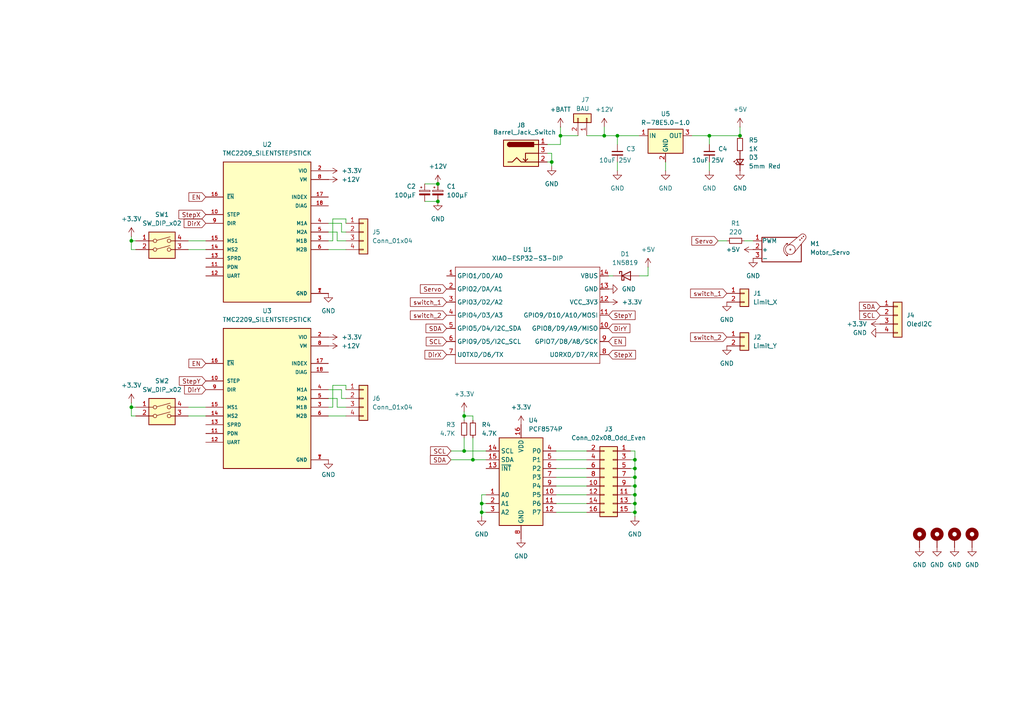
<source format=kicad_sch>
(kicad_sch
	(version 20250114)
	(generator "eeschema")
	(generator_version "9.0")
	(uuid "af723074-81ec-4470-8cc8-865a3dcdb6fa")
	(paper "A4")
	(lib_symbols
		(symbol "Connector:Barrel_Jack_Switch"
			(pin_names
				(hide yes)
			)
			(exclude_from_sim no)
			(in_bom yes)
			(on_board yes)
			(property "Reference" "J"
				(at 0 5.334 0)
				(effects
					(font
						(size 1.27 1.27)
					)
				)
			)
			(property "Value" "Barrel_Jack_Switch"
				(at 0 -5.08 0)
				(effects
					(font
						(size 1.27 1.27)
					)
				)
			)
			(property "Footprint" ""
				(at 1.27 -1.016 0)
				(effects
					(font
						(size 1.27 1.27)
					)
					(hide yes)
				)
			)
			(property "Datasheet" "~"
				(at 1.27 -1.016 0)
				(effects
					(font
						(size 1.27 1.27)
					)
					(hide yes)
				)
			)
			(property "Description" "DC Barrel Jack with an internal switch"
				(at 0 0 0)
				(effects
					(font
						(size 1.27 1.27)
					)
					(hide yes)
				)
			)
			(property "ki_keywords" "DC power barrel jack connector"
				(at 0 0 0)
				(effects
					(font
						(size 1.27 1.27)
					)
					(hide yes)
				)
			)
			(property "ki_fp_filters" "BarrelJack*"
				(at 0 0 0)
				(effects
					(font
						(size 1.27 1.27)
					)
					(hide yes)
				)
			)
			(symbol "Barrel_Jack_Switch_0_1"
				(rectangle
					(start -5.08 3.81)
					(end 5.08 -3.81)
					(stroke
						(width 0.254)
						(type default)
					)
					(fill
						(type background)
					)
				)
				(polyline
					(pts
						(xy -3.81 -2.54) (xy -2.54 -2.54) (xy -1.27 -1.27) (xy 0 -2.54) (xy 2.54 -2.54) (xy 5.08 -2.54)
					)
					(stroke
						(width 0.254)
						(type default)
					)
					(fill
						(type none)
					)
				)
				(arc
					(start -3.302 1.905)
					(mid -3.9343 2.54)
					(end -3.302 3.175)
					(stroke
						(width 0.254)
						(type default)
					)
					(fill
						(type none)
					)
				)
				(arc
					(start -3.302 1.905)
					(mid -3.9343 2.54)
					(end -3.302 3.175)
					(stroke
						(width 0.254)
						(type default)
					)
					(fill
						(type outline)
					)
				)
				(polyline
					(pts
						(xy 1.27 -2.286) (xy 1.905 -1.651)
					)
					(stroke
						(width 0.254)
						(type default)
					)
					(fill
						(type none)
					)
				)
				(rectangle
					(start 3.683 3.175)
					(end -3.302 1.905)
					(stroke
						(width 0.254)
						(type default)
					)
					(fill
						(type outline)
					)
				)
				(polyline
					(pts
						(xy 5.08 2.54) (xy 3.81 2.54)
					)
					(stroke
						(width 0.254)
						(type default)
					)
					(fill
						(type none)
					)
				)
				(polyline
					(pts
						(xy 5.08 0) (xy 1.27 0) (xy 1.27 -2.286) (xy 0.635 -1.651)
					)
					(stroke
						(width 0.254)
						(type default)
					)
					(fill
						(type none)
					)
				)
			)
			(symbol "Barrel_Jack_Switch_1_1"
				(pin passive line
					(at 7.62 2.54 180)
					(length 2.54)
					(name "~"
						(effects
							(font
								(size 1.27 1.27)
							)
						)
					)
					(number "1"
						(effects
							(font
								(size 1.27 1.27)
							)
						)
					)
				)
				(pin passive line
					(at 7.62 0 180)
					(length 2.54)
					(name "~"
						(effects
							(font
								(size 1.27 1.27)
							)
						)
					)
					(number "3"
						(effects
							(font
								(size 1.27 1.27)
							)
						)
					)
				)
				(pin passive line
					(at 7.62 -2.54 180)
					(length 2.54)
					(name "~"
						(effects
							(font
								(size 1.27 1.27)
							)
						)
					)
					(number "2"
						(effects
							(font
								(size 1.27 1.27)
							)
						)
					)
				)
			)
			(embedded_fonts no)
		)
		(symbol "Connector_Generic:Conn_01x02"
			(pin_names
				(offset 1.016)
				(hide yes)
			)
			(exclude_from_sim no)
			(in_bom yes)
			(on_board yes)
			(property "Reference" "J"
				(at 0 2.54 0)
				(effects
					(font
						(size 1.27 1.27)
					)
				)
			)
			(property "Value" "Conn_01x02"
				(at 0 -5.08 0)
				(effects
					(font
						(size 1.27 1.27)
					)
				)
			)
			(property "Footprint" ""
				(at 0 0 0)
				(effects
					(font
						(size 1.27 1.27)
					)
					(hide yes)
				)
			)
			(property "Datasheet" "~"
				(at 0 0 0)
				(effects
					(font
						(size 1.27 1.27)
					)
					(hide yes)
				)
			)
			(property "Description" "Generic connector, single row, 01x02, script generated (kicad-library-utils/schlib/autogen/connector/)"
				(at 0 0 0)
				(effects
					(font
						(size 1.27 1.27)
					)
					(hide yes)
				)
			)
			(property "ki_keywords" "connector"
				(at 0 0 0)
				(effects
					(font
						(size 1.27 1.27)
					)
					(hide yes)
				)
			)
			(property "ki_fp_filters" "Connector*:*_1x??_*"
				(at 0 0 0)
				(effects
					(font
						(size 1.27 1.27)
					)
					(hide yes)
				)
			)
			(symbol "Conn_01x02_1_1"
				(rectangle
					(start -1.27 1.27)
					(end 1.27 -3.81)
					(stroke
						(width 0.254)
						(type default)
					)
					(fill
						(type background)
					)
				)
				(rectangle
					(start -1.27 0.127)
					(end 0 -0.127)
					(stroke
						(width 0.1524)
						(type default)
					)
					(fill
						(type none)
					)
				)
				(rectangle
					(start -1.27 -2.413)
					(end 0 -2.667)
					(stroke
						(width 0.1524)
						(type default)
					)
					(fill
						(type none)
					)
				)
				(pin passive line
					(at -5.08 0 0)
					(length 3.81)
					(name "Pin_1"
						(effects
							(font
								(size 1.27 1.27)
							)
						)
					)
					(number "1"
						(effects
							(font
								(size 1.27 1.27)
							)
						)
					)
				)
				(pin passive line
					(at -5.08 -2.54 0)
					(length 3.81)
					(name "Pin_2"
						(effects
							(font
								(size 1.27 1.27)
							)
						)
					)
					(number "2"
						(effects
							(font
								(size 1.27 1.27)
							)
						)
					)
				)
			)
			(embedded_fonts no)
		)
		(symbol "Connector_Generic:Conn_01x04"
			(pin_names
				(offset 1.016)
				(hide yes)
			)
			(exclude_from_sim no)
			(in_bom yes)
			(on_board yes)
			(property "Reference" "J"
				(at 0 5.08 0)
				(effects
					(font
						(size 1.27 1.27)
					)
				)
			)
			(property "Value" "Conn_01x04"
				(at 0 -7.62 0)
				(effects
					(font
						(size 1.27 1.27)
					)
				)
			)
			(property "Footprint" ""
				(at 0 0 0)
				(effects
					(font
						(size 1.27 1.27)
					)
					(hide yes)
				)
			)
			(property "Datasheet" "~"
				(at 0 0 0)
				(effects
					(font
						(size 1.27 1.27)
					)
					(hide yes)
				)
			)
			(property "Description" "Generic connector, single row, 01x04, script generated (kicad-library-utils/schlib/autogen/connector/)"
				(at 0 0 0)
				(effects
					(font
						(size 1.27 1.27)
					)
					(hide yes)
				)
			)
			(property "ki_keywords" "connector"
				(at 0 0 0)
				(effects
					(font
						(size 1.27 1.27)
					)
					(hide yes)
				)
			)
			(property "ki_fp_filters" "Connector*:*_1x??_*"
				(at 0 0 0)
				(effects
					(font
						(size 1.27 1.27)
					)
					(hide yes)
				)
			)
			(symbol "Conn_01x04_1_1"
				(rectangle
					(start -1.27 3.81)
					(end 1.27 -6.35)
					(stroke
						(width 0.254)
						(type default)
					)
					(fill
						(type background)
					)
				)
				(rectangle
					(start -1.27 2.667)
					(end 0 2.413)
					(stroke
						(width 0.1524)
						(type default)
					)
					(fill
						(type none)
					)
				)
				(rectangle
					(start -1.27 0.127)
					(end 0 -0.127)
					(stroke
						(width 0.1524)
						(type default)
					)
					(fill
						(type none)
					)
				)
				(rectangle
					(start -1.27 -2.413)
					(end 0 -2.667)
					(stroke
						(width 0.1524)
						(type default)
					)
					(fill
						(type none)
					)
				)
				(rectangle
					(start -1.27 -4.953)
					(end 0 -5.207)
					(stroke
						(width 0.1524)
						(type default)
					)
					(fill
						(type none)
					)
				)
				(pin passive line
					(at -5.08 2.54 0)
					(length 3.81)
					(name "Pin_1"
						(effects
							(font
								(size 1.27 1.27)
							)
						)
					)
					(number "1"
						(effects
							(font
								(size 1.27 1.27)
							)
						)
					)
				)
				(pin passive line
					(at -5.08 0 0)
					(length 3.81)
					(name "Pin_2"
						(effects
							(font
								(size 1.27 1.27)
							)
						)
					)
					(number "2"
						(effects
							(font
								(size 1.27 1.27)
							)
						)
					)
				)
				(pin passive line
					(at -5.08 -2.54 0)
					(length 3.81)
					(name "Pin_3"
						(effects
							(font
								(size 1.27 1.27)
							)
						)
					)
					(number "3"
						(effects
							(font
								(size 1.27 1.27)
							)
						)
					)
				)
				(pin passive line
					(at -5.08 -5.08 0)
					(length 3.81)
					(name "Pin_4"
						(effects
							(font
								(size 1.27 1.27)
							)
						)
					)
					(number "4"
						(effects
							(font
								(size 1.27 1.27)
							)
						)
					)
				)
			)
			(embedded_fonts no)
		)
		(symbol "Connector_Generic:Conn_02x08_Odd_Even"
			(pin_names
				(offset 1.016)
				(hide yes)
			)
			(exclude_from_sim no)
			(in_bom yes)
			(on_board yes)
			(property "Reference" "J"
				(at 1.27 10.16 0)
				(effects
					(font
						(size 1.27 1.27)
					)
				)
			)
			(property "Value" "Conn_02x08_Odd_Even"
				(at 1.27 -12.7 0)
				(effects
					(font
						(size 1.27 1.27)
					)
				)
			)
			(property "Footprint" ""
				(at 0 0 0)
				(effects
					(font
						(size 1.27 1.27)
					)
					(hide yes)
				)
			)
			(property "Datasheet" "~"
				(at 0 0 0)
				(effects
					(font
						(size 1.27 1.27)
					)
					(hide yes)
				)
			)
			(property "Description" "Generic connector, double row, 02x08, odd/even pin numbering scheme (row 1 odd numbers, row 2 even numbers), script generated (kicad-library-utils/schlib/autogen/connector/)"
				(at 0 0 0)
				(effects
					(font
						(size 1.27 1.27)
					)
					(hide yes)
				)
			)
			(property "ki_keywords" "connector"
				(at 0 0 0)
				(effects
					(font
						(size 1.27 1.27)
					)
					(hide yes)
				)
			)
			(property "ki_fp_filters" "Connector*:*_2x??_*"
				(at 0 0 0)
				(effects
					(font
						(size 1.27 1.27)
					)
					(hide yes)
				)
			)
			(symbol "Conn_02x08_Odd_Even_1_1"
				(rectangle
					(start -1.27 8.89)
					(end 3.81 -11.43)
					(stroke
						(width 0.254)
						(type default)
					)
					(fill
						(type background)
					)
				)
				(rectangle
					(start -1.27 7.747)
					(end 0 7.493)
					(stroke
						(width 0.1524)
						(type default)
					)
					(fill
						(type none)
					)
				)
				(rectangle
					(start -1.27 5.207)
					(end 0 4.953)
					(stroke
						(width 0.1524)
						(type default)
					)
					(fill
						(type none)
					)
				)
				(rectangle
					(start -1.27 2.667)
					(end 0 2.413)
					(stroke
						(width 0.1524)
						(type default)
					)
					(fill
						(type none)
					)
				)
				(rectangle
					(start -1.27 0.127)
					(end 0 -0.127)
					(stroke
						(width 0.1524)
						(type default)
					)
					(fill
						(type none)
					)
				)
				(rectangle
					(start -1.27 -2.413)
					(end 0 -2.667)
					(stroke
						(width 0.1524)
						(type default)
					)
					(fill
						(type none)
					)
				)
				(rectangle
					(start -1.27 -4.953)
					(end 0 -5.207)
					(stroke
						(width 0.1524)
						(type default)
					)
					(fill
						(type none)
					)
				)
				(rectangle
					(start -1.27 -7.493)
					(end 0 -7.747)
					(stroke
						(width 0.1524)
						(type default)
					)
					(fill
						(type none)
					)
				)
				(rectangle
					(start -1.27 -10.033)
					(end 0 -10.287)
					(stroke
						(width 0.1524)
						(type default)
					)
					(fill
						(type none)
					)
				)
				(rectangle
					(start 3.81 7.747)
					(end 2.54 7.493)
					(stroke
						(width 0.1524)
						(type default)
					)
					(fill
						(type none)
					)
				)
				(rectangle
					(start 3.81 5.207)
					(end 2.54 4.953)
					(stroke
						(width 0.1524)
						(type default)
					)
					(fill
						(type none)
					)
				)
				(rectangle
					(start 3.81 2.667)
					(end 2.54 2.413)
					(stroke
						(width 0.1524)
						(type default)
					)
					(fill
						(type none)
					)
				)
				(rectangle
					(start 3.81 0.127)
					(end 2.54 -0.127)
					(stroke
						(width 0.1524)
						(type default)
					)
					(fill
						(type none)
					)
				)
				(rectangle
					(start 3.81 -2.413)
					(end 2.54 -2.667)
					(stroke
						(width 0.1524)
						(type default)
					)
					(fill
						(type none)
					)
				)
				(rectangle
					(start 3.81 -4.953)
					(end 2.54 -5.207)
					(stroke
						(width 0.1524)
						(type default)
					)
					(fill
						(type none)
					)
				)
				(rectangle
					(start 3.81 -7.493)
					(end 2.54 -7.747)
					(stroke
						(width 0.1524)
						(type default)
					)
					(fill
						(type none)
					)
				)
				(rectangle
					(start 3.81 -10.033)
					(end 2.54 -10.287)
					(stroke
						(width 0.1524)
						(type default)
					)
					(fill
						(type none)
					)
				)
				(pin passive line
					(at -5.08 7.62 0)
					(length 3.81)
					(name "Pin_1"
						(effects
							(font
								(size 1.27 1.27)
							)
						)
					)
					(number "1"
						(effects
							(font
								(size 1.27 1.27)
							)
						)
					)
				)
				(pin passive line
					(at -5.08 5.08 0)
					(length 3.81)
					(name "Pin_3"
						(effects
							(font
								(size 1.27 1.27)
							)
						)
					)
					(number "3"
						(effects
							(font
								(size 1.27 1.27)
							)
						)
					)
				)
				(pin passive line
					(at -5.08 2.54 0)
					(length 3.81)
					(name "Pin_5"
						(effects
							(font
								(size 1.27 1.27)
							)
						)
					)
					(number "5"
						(effects
							(font
								(size 1.27 1.27)
							)
						)
					)
				)
				(pin passive line
					(at -5.08 0 0)
					(length 3.81)
					(name "Pin_7"
						(effects
							(font
								(size 1.27 1.27)
							)
						)
					)
					(number "7"
						(effects
							(font
								(size 1.27 1.27)
							)
						)
					)
				)
				(pin passive line
					(at -5.08 -2.54 0)
					(length 3.81)
					(name "Pin_9"
						(effects
							(font
								(size 1.27 1.27)
							)
						)
					)
					(number "9"
						(effects
							(font
								(size 1.27 1.27)
							)
						)
					)
				)
				(pin passive line
					(at -5.08 -5.08 0)
					(length 3.81)
					(name "Pin_11"
						(effects
							(font
								(size 1.27 1.27)
							)
						)
					)
					(number "11"
						(effects
							(font
								(size 1.27 1.27)
							)
						)
					)
				)
				(pin passive line
					(at -5.08 -7.62 0)
					(length 3.81)
					(name "Pin_13"
						(effects
							(font
								(size 1.27 1.27)
							)
						)
					)
					(number "13"
						(effects
							(font
								(size 1.27 1.27)
							)
						)
					)
				)
				(pin passive line
					(at -5.08 -10.16 0)
					(length 3.81)
					(name "Pin_15"
						(effects
							(font
								(size 1.27 1.27)
							)
						)
					)
					(number "15"
						(effects
							(font
								(size 1.27 1.27)
							)
						)
					)
				)
				(pin passive line
					(at 7.62 7.62 180)
					(length 3.81)
					(name "Pin_2"
						(effects
							(font
								(size 1.27 1.27)
							)
						)
					)
					(number "2"
						(effects
							(font
								(size 1.27 1.27)
							)
						)
					)
				)
				(pin passive line
					(at 7.62 5.08 180)
					(length 3.81)
					(name "Pin_4"
						(effects
							(font
								(size 1.27 1.27)
							)
						)
					)
					(number "4"
						(effects
							(font
								(size 1.27 1.27)
							)
						)
					)
				)
				(pin passive line
					(at 7.62 2.54 180)
					(length 3.81)
					(name "Pin_6"
						(effects
							(font
								(size 1.27 1.27)
							)
						)
					)
					(number "6"
						(effects
							(font
								(size 1.27 1.27)
							)
						)
					)
				)
				(pin passive line
					(at 7.62 0 180)
					(length 3.81)
					(name "Pin_8"
						(effects
							(font
								(size 1.27 1.27)
							)
						)
					)
					(number "8"
						(effects
							(font
								(size 1.27 1.27)
							)
						)
					)
				)
				(pin passive line
					(at 7.62 -2.54 180)
					(length 3.81)
					(name "Pin_10"
						(effects
							(font
								(size 1.27 1.27)
							)
						)
					)
					(number "10"
						(effects
							(font
								(size 1.27 1.27)
							)
						)
					)
				)
				(pin passive line
					(at 7.62 -5.08 180)
					(length 3.81)
					(name "Pin_12"
						(effects
							(font
								(size 1.27 1.27)
							)
						)
					)
					(number "12"
						(effects
							(font
								(size 1.27 1.27)
							)
						)
					)
				)
				(pin passive line
					(at 7.62 -7.62 180)
					(length 3.81)
					(name "Pin_14"
						(effects
							(font
								(size 1.27 1.27)
							)
						)
					)
					(number "14"
						(effects
							(font
								(size 1.27 1.27)
							)
						)
					)
				)
				(pin passive line
					(at 7.62 -10.16 180)
					(length 3.81)
					(name "Pin_16"
						(effects
							(font
								(size 1.27 1.27)
							)
						)
					)
					(number "16"
						(effects
							(font
								(size 1.27 1.27)
							)
						)
					)
				)
			)
			(embedded_fonts no)
		)
		(symbol "Device:C_Polarized_Small"
			(pin_numbers
				(hide yes)
			)
			(pin_names
				(offset 0.254)
				(hide yes)
			)
			(exclude_from_sim no)
			(in_bom yes)
			(on_board yes)
			(property "Reference" "C"
				(at 0.254 1.778 0)
				(effects
					(font
						(size 1.27 1.27)
					)
					(justify left)
				)
			)
			(property "Value" "C_Polarized_Small"
				(at 0.254 -2.032 0)
				(effects
					(font
						(size 1.27 1.27)
					)
					(justify left)
				)
			)
			(property "Footprint" ""
				(at 0 0 0)
				(effects
					(font
						(size 1.27 1.27)
					)
					(hide yes)
				)
			)
			(property "Datasheet" "~"
				(at 0 0 0)
				(effects
					(font
						(size 1.27 1.27)
					)
					(hide yes)
				)
			)
			(property "Description" "Polarized capacitor, small symbol"
				(at 0 0 0)
				(effects
					(font
						(size 1.27 1.27)
					)
					(hide yes)
				)
			)
			(property "ki_keywords" "cap capacitor"
				(at 0 0 0)
				(effects
					(font
						(size 1.27 1.27)
					)
					(hide yes)
				)
			)
			(property "ki_fp_filters" "CP_*"
				(at 0 0 0)
				(effects
					(font
						(size 1.27 1.27)
					)
					(hide yes)
				)
			)
			(symbol "C_Polarized_Small_0_1"
				(rectangle
					(start -1.524 0.6858)
					(end 1.524 0.3048)
					(stroke
						(width 0)
						(type default)
					)
					(fill
						(type none)
					)
				)
				(rectangle
					(start -1.524 -0.3048)
					(end 1.524 -0.6858)
					(stroke
						(width 0)
						(type default)
					)
					(fill
						(type outline)
					)
				)
				(polyline
					(pts
						(xy -1.27 1.524) (xy -0.762 1.524)
					)
					(stroke
						(width 0)
						(type default)
					)
					(fill
						(type none)
					)
				)
				(polyline
					(pts
						(xy -1.016 1.27) (xy -1.016 1.778)
					)
					(stroke
						(width 0)
						(type default)
					)
					(fill
						(type none)
					)
				)
			)
			(symbol "C_Polarized_Small_1_1"
				(pin passive line
					(at 0 2.54 270)
					(length 1.8542)
					(name "~"
						(effects
							(font
								(size 1.27 1.27)
							)
						)
					)
					(number "1"
						(effects
							(font
								(size 1.27 1.27)
							)
						)
					)
				)
				(pin passive line
					(at 0 -2.54 90)
					(length 1.8542)
					(name "~"
						(effects
							(font
								(size 1.27 1.27)
							)
						)
					)
					(number "2"
						(effects
							(font
								(size 1.27 1.27)
							)
						)
					)
				)
			)
			(embedded_fonts no)
		)
		(symbol "Device:C_Small"
			(pin_numbers
				(hide yes)
			)
			(pin_names
				(offset 0.254)
				(hide yes)
			)
			(exclude_from_sim no)
			(in_bom yes)
			(on_board yes)
			(property "Reference" "C"
				(at 0.254 1.778 0)
				(effects
					(font
						(size 1.27 1.27)
					)
					(justify left)
				)
			)
			(property "Value" "C_Small"
				(at 0.254 -2.032 0)
				(effects
					(font
						(size 1.27 1.27)
					)
					(justify left)
				)
			)
			(property "Footprint" ""
				(at 0 0 0)
				(effects
					(font
						(size 1.27 1.27)
					)
					(hide yes)
				)
			)
			(property "Datasheet" "~"
				(at 0 0 0)
				(effects
					(font
						(size 1.27 1.27)
					)
					(hide yes)
				)
			)
			(property "Description" "Unpolarized capacitor, small symbol"
				(at 0 0 0)
				(effects
					(font
						(size 1.27 1.27)
					)
					(hide yes)
				)
			)
			(property "ki_keywords" "capacitor cap"
				(at 0 0 0)
				(effects
					(font
						(size 1.27 1.27)
					)
					(hide yes)
				)
			)
			(property "ki_fp_filters" "C_*"
				(at 0 0 0)
				(effects
					(font
						(size 1.27 1.27)
					)
					(hide yes)
				)
			)
			(symbol "C_Small_0_1"
				(polyline
					(pts
						(xy -1.524 0.508) (xy 1.524 0.508)
					)
					(stroke
						(width 0.3048)
						(type default)
					)
					(fill
						(type none)
					)
				)
				(polyline
					(pts
						(xy -1.524 -0.508) (xy 1.524 -0.508)
					)
					(stroke
						(width 0.3302)
						(type default)
					)
					(fill
						(type none)
					)
				)
			)
			(symbol "C_Small_1_1"
				(pin passive line
					(at 0 2.54 270)
					(length 2.032)
					(name "~"
						(effects
							(font
								(size 1.27 1.27)
							)
						)
					)
					(number "1"
						(effects
							(font
								(size 1.27 1.27)
							)
						)
					)
				)
				(pin passive line
					(at 0 -2.54 90)
					(length 2.032)
					(name "~"
						(effects
							(font
								(size 1.27 1.27)
							)
						)
					)
					(number "2"
						(effects
							(font
								(size 1.27 1.27)
							)
						)
					)
				)
			)
			(embedded_fonts no)
		)
		(symbol "Device:D_Schottky"
			(pin_numbers
				(hide yes)
			)
			(pin_names
				(offset 1.016)
				(hide yes)
			)
			(exclude_from_sim no)
			(in_bom yes)
			(on_board yes)
			(property "Reference" "D"
				(at 0 2.54 0)
				(effects
					(font
						(size 1.27 1.27)
					)
				)
			)
			(property "Value" "D_Schottky"
				(at 0 -2.54 0)
				(effects
					(font
						(size 1.27 1.27)
					)
				)
			)
			(property "Footprint" ""
				(at 0 0 0)
				(effects
					(font
						(size 1.27 1.27)
					)
					(hide yes)
				)
			)
			(property "Datasheet" "~"
				(at 0 0 0)
				(effects
					(font
						(size 1.27 1.27)
					)
					(hide yes)
				)
			)
			(property "Description" "Schottky diode"
				(at 0 0 0)
				(effects
					(font
						(size 1.27 1.27)
					)
					(hide yes)
				)
			)
			(property "ki_keywords" "diode Schottky"
				(at 0 0 0)
				(effects
					(font
						(size 1.27 1.27)
					)
					(hide yes)
				)
			)
			(property "ki_fp_filters" "TO-???* *_Diode_* *SingleDiode* D_*"
				(at 0 0 0)
				(effects
					(font
						(size 1.27 1.27)
					)
					(hide yes)
				)
			)
			(symbol "D_Schottky_0_1"
				(polyline
					(pts
						(xy -1.905 0.635) (xy -1.905 1.27) (xy -1.27 1.27) (xy -1.27 -1.27) (xy -0.635 -1.27) (xy -0.635 -0.635)
					)
					(stroke
						(width 0.254)
						(type default)
					)
					(fill
						(type none)
					)
				)
				(polyline
					(pts
						(xy 1.27 1.27) (xy 1.27 -1.27) (xy -1.27 0) (xy 1.27 1.27)
					)
					(stroke
						(width 0.254)
						(type default)
					)
					(fill
						(type none)
					)
				)
				(polyline
					(pts
						(xy 1.27 0) (xy -1.27 0)
					)
					(stroke
						(width 0)
						(type default)
					)
					(fill
						(type none)
					)
				)
			)
			(symbol "D_Schottky_1_1"
				(pin passive line
					(at -3.81 0 0)
					(length 2.54)
					(name "K"
						(effects
							(font
								(size 1.27 1.27)
							)
						)
					)
					(number "1"
						(effects
							(font
								(size 1.27 1.27)
							)
						)
					)
				)
				(pin passive line
					(at 3.81 0 180)
					(length 2.54)
					(name "A"
						(effects
							(font
								(size 1.27 1.27)
							)
						)
					)
					(number "2"
						(effects
							(font
								(size 1.27 1.27)
							)
						)
					)
				)
			)
			(embedded_fonts no)
		)
		(symbol "Device:LED_Small"
			(pin_numbers
				(hide yes)
			)
			(pin_names
				(offset 0.254)
				(hide yes)
			)
			(exclude_from_sim no)
			(in_bom yes)
			(on_board yes)
			(property "Reference" "D"
				(at -1.27 3.175 0)
				(effects
					(font
						(size 1.27 1.27)
					)
					(justify left)
				)
			)
			(property "Value" "LED_Small"
				(at -4.445 -2.54 0)
				(effects
					(font
						(size 1.27 1.27)
					)
					(justify left)
				)
			)
			(property "Footprint" ""
				(at 0 0 90)
				(effects
					(font
						(size 1.27 1.27)
					)
					(hide yes)
				)
			)
			(property "Datasheet" "~"
				(at 0 0 90)
				(effects
					(font
						(size 1.27 1.27)
					)
					(hide yes)
				)
			)
			(property "Description" "Light emitting diode, small symbol"
				(at 0 0 0)
				(effects
					(font
						(size 1.27 1.27)
					)
					(hide yes)
				)
			)
			(property "Sim.Pin" "1=K 2=A"
				(at 0 0 0)
				(effects
					(font
						(size 1.27 1.27)
					)
					(hide yes)
				)
			)
			(property "ki_keywords" "LED diode light-emitting-diode"
				(at 0 0 0)
				(effects
					(font
						(size 1.27 1.27)
					)
					(hide yes)
				)
			)
			(property "ki_fp_filters" "LED* LED_SMD:* LED_THT:*"
				(at 0 0 0)
				(effects
					(font
						(size 1.27 1.27)
					)
					(hide yes)
				)
			)
			(symbol "LED_Small_0_1"
				(polyline
					(pts
						(xy -0.762 -1.016) (xy -0.762 1.016)
					)
					(stroke
						(width 0.254)
						(type default)
					)
					(fill
						(type none)
					)
				)
				(polyline
					(pts
						(xy 0 0.762) (xy -0.508 1.27) (xy -0.254 1.27) (xy -0.508 1.27) (xy -0.508 1.016)
					)
					(stroke
						(width 0)
						(type default)
					)
					(fill
						(type none)
					)
				)
				(polyline
					(pts
						(xy 0.508 1.27) (xy 0 1.778) (xy 0.254 1.778) (xy 0 1.778) (xy 0 1.524)
					)
					(stroke
						(width 0)
						(type default)
					)
					(fill
						(type none)
					)
				)
				(polyline
					(pts
						(xy 0.762 -1.016) (xy -0.762 0) (xy 0.762 1.016) (xy 0.762 -1.016)
					)
					(stroke
						(width 0.254)
						(type default)
					)
					(fill
						(type none)
					)
				)
				(polyline
					(pts
						(xy 1.016 0) (xy -0.762 0)
					)
					(stroke
						(width 0)
						(type default)
					)
					(fill
						(type none)
					)
				)
			)
			(symbol "LED_Small_1_1"
				(pin passive line
					(at -2.54 0 0)
					(length 1.778)
					(name "K"
						(effects
							(font
								(size 1.27 1.27)
							)
						)
					)
					(number "1"
						(effects
							(font
								(size 1.27 1.27)
							)
						)
					)
				)
				(pin passive line
					(at 2.54 0 180)
					(length 1.778)
					(name "A"
						(effects
							(font
								(size 1.27 1.27)
							)
						)
					)
					(number "2"
						(effects
							(font
								(size 1.27 1.27)
							)
						)
					)
				)
			)
			(embedded_fonts no)
		)
		(symbol "Device:R_Small"
			(pin_numbers
				(hide yes)
			)
			(pin_names
				(offset 0.254)
				(hide yes)
			)
			(exclude_from_sim no)
			(in_bom yes)
			(on_board yes)
			(property "Reference" "R"
				(at 0.762 0.508 0)
				(effects
					(font
						(size 1.27 1.27)
					)
					(justify left)
				)
			)
			(property "Value" "R_Small"
				(at 0.762 -1.016 0)
				(effects
					(font
						(size 1.27 1.27)
					)
					(justify left)
				)
			)
			(property "Footprint" ""
				(at 0 0 0)
				(effects
					(font
						(size 1.27 1.27)
					)
					(hide yes)
				)
			)
			(property "Datasheet" "~"
				(at 0 0 0)
				(effects
					(font
						(size 1.27 1.27)
					)
					(hide yes)
				)
			)
			(property "Description" "Resistor, small symbol"
				(at 0 0 0)
				(effects
					(font
						(size 1.27 1.27)
					)
					(hide yes)
				)
			)
			(property "ki_keywords" "R resistor"
				(at 0 0 0)
				(effects
					(font
						(size 1.27 1.27)
					)
					(hide yes)
				)
			)
			(property "ki_fp_filters" "R_*"
				(at 0 0 0)
				(effects
					(font
						(size 1.27 1.27)
					)
					(hide yes)
				)
			)
			(symbol "R_Small_0_1"
				(rectangle
					(start -0.762 1.778)
					(end 0.762 -1.778)
					(stroke
						(width 0.2032)
						(type default)
					)
					(fill
						(type none)
					)
				)
			)
			(symbol "R_Small_1_1"
				(pin passive line
					(at 0 2.54 270)
					(length 0.762)
					(name "~"
						(effects
							(font
								(size 1.27 1.27)
							)
						)
					)
					(number "1"
						(effects
							(font
								(size 1.27 1.27)
							)
						)
					)
				)
				(pin passive line
					(at 0 -2.54 90)
					(length 0.762)
					(name "~"
						(effects
							(font
								(size 1.27 1.27)
							)
						)
					)
					(number "2"
						(effects
							(font
								(size 1.27 1.27)
							)
						)
					)
				)
			)
			(embedded_fonts no)
		)
		(symbol "Interface_Expansion:PCF8574P"
			(exclude_from_sim no)
			(in_bom yes)
			(on_board yes)
			(property "Reference" "U"
				(at -6.35 12.954 0)
				(effects
					(font
						(size 1.27 1.27)
					)
					(justify left)
				)
			)
			(property "Value" "PCF8574P"
				(at 3.048 12.954 0)
				(effects
					(font
						(size 1.27 1.27)
					)
					(justify left)
				)
			)
			(property "Footprint" "Package_DIP:DIP-16_W7.62mm"
				(at 0 0 0)
				(effects
					(font
						(size 1.27 1.27)
					)
					(hide yes)
				)
			)
			(property "Datasheet" "http://www.nxp.com/docs/en/data-sheet/PCF8574_PCF8574A.pdf"
				(at 0 0 0)
				(effects
					(font
						(size 1.27 1.27)
					)
					(hide yes)
				)
			)
			(property "Description" "8 Bit Port/Expander to I2C Bus, fixed address bits 0b0100, DIP-16"
				(at 0 0 0)
				(effects
					(font
						(size 1.27 1.27)
					)
					(hide yes)
				)
			)
			(property "ki_keywords" "I2C Expander"
				(at 0 0 0)
				(effects
					(font
						(size 1.27 1.27)
					)
					(hide yes)
				)
			)
			(property "ki_fp_filters" "DIP*W7.62mm*"
				(at 0 0 0)
				(effects
					(font
						(size 1.27 1.27)
					)
					(hide yes)
				)
			)
			(symbol "PCF8574P_0_1"
				(rectangle
					(start -6.35 -13.97)
					(end 6.35 11.43)
					(stroke
						(width 0.254)
						(type default)
					)
					(fill
						(type background)
					)
				)
			)
			(symbol "PCF8574P_1_1"
				(pin input line
					(at -10.16 7.62 0)
					(length 3.81)
					(name "SCL"
						(effects
							(font
								(size 1.27 1.27)
							)
						)
					)
					(number "14"
						(effects
							(font
								(size 1.27 1.27)
							)
						)
					)
				)
				(pin bidirectional line
					(at -10.16 5.08 0)
					(length 3.81)
					(name "SDA"
						(effects
							(font
								(size 1.27 1.27)
							)
						)
					)
					(number "15"
						(effects
							(font
								(size 1.27 1.27)
							)
						)
					)
				)
				(pin open_collector line
					(at -10.16 2.54 0)
					(length 3.81)
					(name "~{INT}"
						(effects
							(font
								(size 1.27 1.27)
							)
						)
					)
					(number "13"
						(effects
							(font
								(size 1.27 1.27)
							)
						)
					)
				)
				(pin input line
					(at -10.16 -5.08 0)
					(length 3.81)
					(name "A0"
						(effects
							(font
								(size 1.27 1.27)
							)
						)
					)
					(number "1"
						(effects
							(font
								(size 1.27 1.27)
							)
						)
					)
				)
				(pin input line
					(at -10.16 -7.62 0)
					(length 3.81)
					(name "A1"
						(effects
							(font
								(size 1.27 1.27)
							)
						)
					)
					(number "2"
						(effects
							(font
								(size 1.27 1.27)
							)
						)
					)
				)
				(pin input line
					(at -10.16 -10.16 0)
					(length 3.81)
					(name "A2"
						(effects
							(font
								(size 1.27 1.27)
							)
						)
					)
					(number "3"
						(effects
							(font
								(size 1.27 1.27)
							)
						)
					)
				)
				(pin power_in line
					(at 0 15.24 270)
					(length 3.81)
					(name "VDD"
						(effects
							(font
								(size 1.27 1.27)
							)
						)
					)
					(number "16"
						(effects
							(font
								(size 1.27 1.27)
							)
						)
					)
				)
				(pin power_in line
					(at 0 -17.78 90)
					(length 3.81)
					(name "GND"
						(effects
							(font
								(size 1.27 1.27)
							)
						)
					)
					(number "8"
						(effects
							(font
								(size 1.27 1.27)
							)
						)
					)
				)
				(pin bidirectional line
					(at 10.16 7.62 180)
					(length 3.81)
					(name "P0"
						(effects
							(font
								(size 1.27 1.27)
							)
						)
					)
					(number "4"
						(effects
							(font
								(size 1.27 1.27)
							)
						)
					)
				)
				(pin bidirectional line
					(at 10.16 5.08 180)
					(length 3.81)
					(name "P1"
						(effects
							(font
								(size 1.27 1.27)
							)
						)
					)
					(number "5"
						(effects
							(font
								(size 1.27 1.27)
							)
						)
					)
				)
				(pin bidirectional line
					(at 10.16 2.54 180)
					(length 3.81)
					(name "P2"
						(effects
							(font
								(size 1.27 1.27)
							)
						)
					)
					(number "6"
						(effects
							(font
								(size 1.27 1.27)
							)
						)
					)
				)
				(pin bidirectional line
					(at 10.16 0 180)
					(length 3.81)
					(name "P3"
						(effects
							(font
								(size 1.27 1.27)
							)
						)
					)
					(number "7"
						(effects
							(font
								(size 1.27 1.27)
							)
						)
					)
				)
				(pin bidirectional line
					(at 10.16 -2.54 180)
					(length 3.81)
					(name "P4"
						(effects
							(font
								(size 1.27 1.27)
							)
						)
					)
					(number "9"
						(effects
							(font
								(size 1.27 1.27)
							)
						)
					)
				)
				(pin bidirectional line
					(at 10.16 -5.08 180)
					(length 3.81)
					(name "P5"
						(effects
							(font
								(size 1.27 1.27)
							)
						)
					)
					(number "10"
						(effects
							(font
								(size 1.27 1.27)
							)
						)
					)
				)
				(pin bidirectional line
					(at 10.16 -7.62 180)
					(length 3.81)
					(name "P6"
						(effects
							(font
								(size 1.27 1.27)
							)
						)
					)
					(number "11"
						(effects
							(font
								(size 1.27 1.27)
							)
						)
					)
				)
				(pin bidirectional line
					(at 10.16 -10.16 180)
					(length 3.81)
					(name "P7"
						(effects
							(font
								(size 1.27 1.27)
							)
						)
					)
					(number "12"
						(effects
							(font
								(size 1.27 1.27)
							)
						)
					)
				)
			)
			(embedded_fonts no)
		)
		(symbol "Mechanical:MountingHole_Pad"
			(pin_numbers
				(hide yes)
			)
			(pin_names
				(offset 1.016)
				(hide yes)
			)
			(exclude_from_sim yes)
			(in_bom no)
			(on_board yes)
			(property "Reference" "H"
				(at 0 6.35 0)
				(effects
					(font
						(size 1.27 1.27)
					)
				)
			)
			(property "Value" "MountingHole_Pad"
				(at 0 4.445 0)
				(effects
					(font
						(size 1.27 1.27)
					)
				)
			)
			(property "Footprint" ""
				(at 0 0 0)
				(effects
					(font
						(size 1.27 1.27)
					)
					(hide yes)
				)
			)
			(property "Datasheet" "~"
				(at 0 0 0)
				(effects
					(font
						(size 1.27 1.27)
					)
					(hide yes)
				)
			)
			(property "Description" "Mounting Hole with connection"
				(at 0 0 0)
				(effects
					(font
						(size 1.27 1.27)
					)
					(hide yes)
				)
			)
			(property "ki_keywords" "mounting hole"
				(at 0 0 0)
				(effects
					(font
						(size 1.27 1.27)
					)
					(hide yes)
				)
			)
			(property "ki_fp_filters" "MountingHole*Pad*"
				(at 0 0 0)
				(effects
					(font
						(size 1.27 1.27)
					)
					(hide yes)
				)
			)
			(symbol "MountingHole_Pad_0_1"
				(circle
					(center 0 1.27)
					(radius 1.27)
					(stroke
						(width 1.27)
						(type default)
					)
					(fill
						(type none)
					)
				)
			)
			(symbol "MountingHole_Pad_1_1"
				(pin input line
					(at 0 -2.54 90)
					(length 2.54)
					(name "1"
						(effects
							(font
								(size 1.27 1.27)
							)
						)
					)
					(number "1"
						(effects
							(font
								(size 1.27 1.27)
							)
						)
					)
				)
			)
			(embedded_fonts no)
		)
		(symbol "Motor:Motor_Servo"
			(pin_names
				(offset 0.0254)
			)
			(exclude_from_sim no)
			(in_bom yes)
			(on_board yes)
			(property "Reference" "M"
				(at -5.08 4.445 0)
				(effects
					(font
						(size 1.27 1.27)
					)
					(justify left)
				)
			)
			(property "Value" "Motor_Servo"
				(at -5.08 -4.064 0)
				(effects
					(font
						(size 1.27 1.27)
					)
					(justify left top)
				)
			)
			(property "Footprint" ""
				(at 0 -4.826 0)
				(effects
					(font
						(size 1.27 1.27)
					)
					(hide yes)
				)
			)
			(property "Datasheet" "http://forums.parallax.com/uploads/attachments/46831/74481.png"
				(at 0 -4.826 0)
				(effects
					(font
						(size 1.27 1.27)
					)
					(hide yes)
				)
			)
			(property "Description" "Servo Motor (Futaba, HiTec, JR connector)"
				(at 0 0 0)
				(effects
					(font
						(size 1.27 1.27)
					)
					(hide yes)
				)
			)
			(property "ki_keywords" "Servo Motor"
				(at 0 0 0)
				(effects
					(font
						(size 1.27 1.27)
					)
					(hide yes)
				)
			)
			(property "ki_fp_filters" "PinHeader*P2.54mm*"
				(at 0 0 0)
				(effects
					(font
						(size 1.27 1.27)
					)
					(hide yes)
				)
			)
			(symbol "Motor_Servo_0_1"
				(polyline
					(pts
						(xy 2.413 1.778) (xy 1.905 1.778)
					)
					(stroke
						(width 0)
						(type default)
					)
					(fill
						(type none)
					)
				)
				(polyline
					(pts
						(xy 2.413 1.778) (xy 2.286 1.397)
					)
					(stroke
						(width 0)
						(type default)
					)
					(fill
						(type none)
					)
				)
				(polyline
					(pts
						(xy 2.413 -1.778) (xy 2.032 -1.778)
					)
					(stroke
						(width 0)
						(type default)
					)
					(fill
						(type none)
					)
				)
				(polyline
					(pts
						(xy 2.413 -1.778) (xy 2.286 -1.397)
					)
					(stroke
						(width 0)
						(type default)
					)
					(fill
						(type none)
					)
				)
				(arc
					(start 2.413 -1.778)
					(mid 1.2406 0)
					(end 2.413 1.778)
					(stroke
						(width 0)
						(type default)
					)
					(fill
						(type none)
					)
				)
				(circle
					(center 3.175 0)
					(radius 0.1778)
					(stroke
						(width 0)
						(type default)
					)
					(fill
						(type none)
					)
				)
				(circle
					(center 3.175 0)
					(radius 1.4224)
					(stroke
						(width 0)
						(type default)
					)
					(fill
						(type none)
					)
				)
				(polyline
					(pts
						(xy 5.08 3.556) (xy -5.08 3.556) (xy -5.08 -3.556) (xy 6.35 -3.556) (xy 6.35 1.524)
					)
					(stroke
						(width 0.254)
						(type default)
					)
					(fill
						(type none)
					)
				)
				(circle
					(center 5.969 2.794)
					(radius 0.127)
					(stroke
						(width 0)
						(type default)
					)
					(fill
						(type none)
					)
				)
				(polyline
					(pts
						(xy 6.35 4.445) (xy 2.54 1.27)
					)
					(stroke
						(width 0)
						(type default)
					)
					(fill
						(type none)
					)
				)
				(circle
					(center 6.477 3.302)
					(radius 0.127)
					(stroke
						(width 0)
						(type default)
					)
					(fill
						(type none)
					)
				)
				(arc
					(start 6.35 4.445)
					(mid 7.4487 4.2737)
					(end 7.62 3.175)
					(stroke
						(width 0)
						(type default)
					)
					(fill
						(type none)
					)
				)
				(circle
					(center 6.985 3.81)
					(radius 0.127)
					(stroke
						(width 0)
						(type default)
					)
					(fill
						(type none)
					)
				)
				(polyline
					(pts
						(xy 7.62 3.175) (xy 4.191 -1.016)
					)
					(stroke
						(width 0)
						(type default)
					)
					(fill
						(type none)
					)
				)
			)
			(symbol "Motor_Servo_1_1"
				(pin passive line
					(at -7.62 2.54 0)
					(length 2.54)
					(name "PWM"
						(effects
							(font
								(size 1.27 1.27)
							)
						)
					)
					(number "1"
						(effects
							(font
								(size 1.27 1.27)
							)
						)
					)
				)
				(pin passive line
					(at -7.62 0 0)
					(length 2.54)
					(name "+"
						(effects
							(font
								(size 1.27 1.27)
							)
						)
					)
					(number "2"
						(effects
							(font
								(size 1.27 1.27)
							)
						)
					)
				)
				(pin passive line
					(at -7.62 -2.54 0)
					(length 2.54)
					(name "-"
						(effects
							(font
								(size 1.27 1.27)
							)
						)
					)
					(number "3"
						(effects
							(font
								(size 1.27 1.27)
							)
						)
					)
				)
			)
			(embedded_fonts no)
		)
		(symbol "Regulator_Switching:R-78E5.0-1.0"
			(pin_names
				(offset 0.254)
			)
			(exclude_from_sim no)
			(in_bom yes)
			(on_board yes)
			(property "Reference" "U"
				(at -3.81 3.175 0)
				(effects
					(font
						(size 1.27 1.27)
					)
				)
			)
			(property "Value" "R-78E5.0-1.0"
				(at 0 3.175 0)
				(effects
					(font
						(size 1.27 1.27)
					)
					(justify left)
				)
			)
			(property "Footprint" "Converter_DCDC:Converter_DCDC_RECOM_R-78E-0.5_THT"
				(at 1.27 -6.35 0)
				(effects
					(font
						(size 1.27 1.27)
						(italic yes)
					)
					(justify left)
					(hide yes)
				)
			)
			(property "Datasheet" "https://www.recom-power.com/pdf/Innoline/R-78Exx-1.0.pdf"
				(at 0 0 0)
				(effects
					(font
						(size 1.27 1.27)
					)
					(hide yes)
				)
			)
			(property "Description" "1A Step-Down DC/DC-Regulator, 7-28V input, 5V fixed Output Voltage, LM78xx replacement, -40°C to +85°C, SIP3"
				(at 0 0 0)
				(effects
					(font
						(size 1.27 1.27)
					)
					(hide yes)
				)
			)
			(property "ki_keywords" "dc-dc recom Step-Down DC/DC-Regulator"
				(at 0 0 0)
				(effects
					(font
						(size 1.27 1.27)
					)
					(hide yes)
				)
			)
			(property "ki_fp_filters" "Converter*DCDC*RECOM*R*78E*0.5*"
				(at 0 0 0)
				(effects
					(font
						(size 1.27 1.27)
					)
					(hide yes)
				)
			)
			(symbol "R-78E5.0-1.0_0_1"
				(rectangle
					(start -5.08 1.905)
					(end 5.08 -5.08)
					(stroke
						(width 0.254)
						(type default)
					)
					(fill
						(type background)
					)
				)
			)
			(symbol "R-78E5.0-1.0_1_1"
				(pin power_in line
					(at -7.62 0 0)
					(length 2.54)
					(name "IN"
						(effects
							(font
								(size 1.27 1.27)
							)
						)
					)
					(number "1"
						(effects
							(font
								(size 1.27 1.27)
							)
						)
					)
				)
				(pin power_in line
					(at 0 -7.62 90)
					(length 2.54)
					(name "GND"
						(effects
							(font
								(size 1.27 1.27)
							)
						)
					)
					(number "2"
						(effects
							(font
								(size 1.27 1.27)
							)
						)
					)
				)
				(pin power_out line
					(at 7.62 0 180)
					(length 2.54)
					(name "OUT"
						(effects
							(font
								(size 1.27 1.27)
							)
						)
					)
					(number "3"
						(effects
							(font
								(size 1.27 1.27)
							)
						)
					)
				)
			)
			(embedded_fonts no)
		)
		(symbol "Seeed_Studio_XIAO_Series:XIAO-ESP32-S3-DIP"
			(exclude_from_sim no)
			(in_bom yes)
			(on_board yes)
			(property "Reference" "U"
				(at 1.27 0.508 0)
				(effects
					(font
						(size 1.27 1.27)
					)
				)
			)
			(property "Value" "XIAO-ESP32-S3-DIP"
				(at 9.652 -1.778 0)
				(effects
					(font
						(size 1.27 1.27)
					)
				)
			)
			(property "Footprint" "Module:MOUDLE14P-XIAO-DIP-SMD"
				(at 17.018 -31.75 0)
				(effects
					(font
						(size 1.27 1.27)
					)
					(hide yes)
				)
			)
			(property "Datasheet" ""
				(at 0 0 0)
				(effects
					(font
						(size 1.27 1.27)
					)
					(hide yes)
				)
			)
			(property "Description" ""
				(at 0 0 0)
				(effects
					(font
						(size 1.27 1.27)
					)
					(hide yes)
				)
			)
			(symbol "XIAO-ESP32-S3-DIP_1_0"
				(polyline
					(pts
						(xy 0 -2.54) (xy 41.91 -2.54)
					)
					(stroke
						(width 0.1524)
						(type solid)
					)
					(fill
						(type none)
					)
				)
				(polyline
					(pts
						(xy 0 -5.08) (xy -1.27 -5.08)
					)
					(stroke
						(width 0.1524)
						(type solid)
					)
					(fill
						(type none)
					)
				)
				(polyline
					(pts
						(xy 0 -5.08) (xy 0 -2.54)
					)
					(stroke
						(width 0.1524)
						(type solid)
					)
					(fill
						(type none)
					)
				)
				(polyline
					(pts
						(xy 0 -8.89) (xy -1.27 -8.89)
					)
					(stroke
						(width 0.1524)
						(type solid)
					)
					(fill
						(type none)
					)
				)
				(polyline
					(pts
						(xy 0 -8.89) (xy 0 -5.08)
					)
					(stroke
						(width 0.1524)
						(type solid)
					)
					(fill
						(type none)
					)
				)
				(polyline
					(pts
						(xy 0 -12.7) (xy -1.27 -12.7)
					)
					(stroke
						(width 0.1524)
						(type solid)
					)
					(fill
						(type none)
					)
				)
				(polyline
					(pts
						(xy 0 -12.7) (xy 0 -8.89)
					)
					(stroke
						(width 0.1524)
						(type solid)
					)
					(fill
						(type none)
					)
				)
				(polyline
					(pts
						(xy 0 -16.51) (xy -1.27 -16.51)
					)
					(stroke
						(width 0.1524)
						(type solid)
					)
					(fill
						(type none)
					)
				)
				(polyline
					(pts
						(xy 0 -16.51) (xy 0 -12.7)
					)
					(stroke
						(width 0.1524)
						(type solid)
					)
					(fill
						(type none)
					)
				)
				(polyline
					(pts
						(xy 0 -20.32) (xy -1.27 -20.32)
					)
					(stroke
						(width 0.1524)
						(type solid)
					)
					(fill
						(type none)
					)
				)
				(polyline
					(pts
						(xy 0 -24.13) (xy -1.27 -24.13)
					)
					(stroke
						(width 0.1524)
						(type solid)
					)
					(fill
						(type none)
					)
				)
				(polyline
					(pts
						(xy 0 -27.94) (xy -1.27 -27.94)
					)
					(stroke
						(width 0.1524)
						(type solid)
					)
					(fill
						(type none)
					)
				)
				(polyline
					(pts
						(xy 0 -30.48) (xy 0 -16.51)
					)
					(stroke
						(width 0.1524)
						(type solid)
					)
					(fill
						(type none)
					)
				)
				(polyline
					(pts
						(xy 41.91 -2.54) (xy 41.91 -5.08)
					)
					(stroke
						(width 0.1524)
						(type solid)
					)
					(fill
						(type none)
					)
				)
				(polyline
					(pts
						(xy 41.91 -5.08) (xy 41.91 -8.89)
					)
					(stroke
						(width 0.1524)
						(type solid)
					)
					(fill
						(type none)
					)
				)
				(polyline
					(pts
						(xy 41.91 -8.89) (xy 41.91 -12.7)
					)
					(stroke
						(width 0.1524)
						(type solid)
					)
					(fill
						(type none)
					)
				)
				(polyline
					(pts
						(xy 41.91 -12.7) (xy 41.91 -30.48)
					)
					(stroke
						(width 0.1524)
						(type solid)
					)
					(fill
						(type none)
					)
				)
				(polyline
					(pts
						(xy 41.91 -30.48) (xy 0 -30.48)
					)
					(stroke
						(width 0.1524)
						(type solid)
					)
					(fill
						(type none)
					)
				)
				(polyline
					(pts
						(xy 43.18 -5.08) (xy 41.91 -5.08)
					)
					(stroke
						(width 0.1524)
						(type solid)
					)
					(fill
						(type none)
					)
				)
				(polyline
					(pts
						(xy 43.18 -8.89) (xy 41.91 -8.89)
					)
					(stroke
						(width 0.1524)
						(type solid)
					)
					(fill
						(type none)
					)
				)
				(polyline
					(pts
						(xy 43.18 -12.7) (xy 41.91 -12.7)
					)
					(stroke
						(width 0.1524)
						(type solid)
					)
					(fill
						(type none)
					)
				)
				(polyline
					(pts
						(xy 43.18 -16.51) (xy 41.91 -16.51)
					)
					(stroke
						(width 0.1524)
						(type solid)
					)
					(fill
						(type none)
					)
				)
				(polyline
					(pts
						(xy 43.18 -20.32) (xy 41.91 -20.32)
					)
					(stroke
						(width 0.1524)
						(type solid)
					)
					(fill
						(type none)
					)
				)
				(polyline
					(pts
						(xy 43.18 -24.13) (xy 41.91 -24.13)
					)
					(stroke
						(width 0.1524)
						(type solid)
					)
					(fill
						(type none)
					)
				)
				(polyline
					(pts
						(xy 43.18 -27.94) (xy 41.91 -27.94)
					)
					(stroke
						(width 0.1524)
						(type solid)
					)
					(fill
						(type none)
					)
				)
				(pin passive line
					(at -2.54 -5.08 0)
					(length 2.54)
					(name "GPIO1/D0/A0"
						(effects
							(font
								(size 1.27 1.27)
							)
						)
					)
					(number "1"
						(effects
							(font
								(size 1.27 1.27)
							)
						)
					)
				)
				(pin passive line
					(at -2.54 -8.89 0)
					(length 2.54)
					(name "GPIO2/DA/A1"
						(effects
							(font
								(size 1.27 1.27)
							)
						)
					)
					(number "2"
						(effects
							(font
								(size 1.27 1.27)
							)
						)
					)
				)
				(pin passive line
					(at -2.54 -12.7 0)
					(length 2.54)
					(name "GPIO3/D2/A2"
						(effects
							(font
								(size 1.27 1.27)
							)
						)
					)
					(number "3"
						(effects
							(font
								(size 1.27 1.27)
							)
						)
					)
				)
				(pin passive line
					(at -2.54 -16.51 0)
					(length 2.54)
					(name "GPIO4/D3/A3"
						(effects
							(font
								(size 1.27 1.27)
							)
						)
					)
					(number "4"
						(effects
							(font
								(size 1.27 1.27)
							)
						)
					)
				)
				(pin passive line
					(at -2.54 -20.32 0)
					(length 2.54)
					(name "GPIO5/D4/I2C_SDA"
						(effects
							(font
								(size 1.27 1.27)
							)
						)
					)
					(number "5"
						(effects
							(font
								(size 1.27 1.27)
							)
						)
					)
				)
				(pin passive line
					(at -2.54 -24.13 0)
					(length 2.54)
					(name "GPIO9/D5/I2C_SCL"
						(effects
							(font
								(size 1.27 1.27)
							)
						)
					)
					(number "6"
						(effects
							(font
								(size 1.27 1.27)
							)
						)
					)
				)
				(pin passive line
					(at -2.54 -27.94 0)
					(length 2.54)
					(name "U0TXD/D6/TX"
						(effects
							(font
								(size 1.27 1.27)
							)
						)
					)
					(number "7"
						(effects
							(font
								(size 1.27 1.27)
							)
						)
					)
				)
				(pin passive line
					(at 44.45 -5.08 180)
					(length 2.54)
					(name "VBUS"
						(effects
							(font
								(size 1.27 1.27)
							)
						)
					)
					(number "14"
						(effects
							(font
								(size 1.27 1.27)
							)
						)
					)
				)
				(pin passive line
					(at 44.45 -8.89 180)
					(length 2.54)
					(name "GND"
						(effects
							(font
								(size 1.27 1.27)
							)
						)
					)
					(number "13"
						(effects
							(font
								(size 1.27 1.27)
							)
						)
					)
				)
				(pin passive line
					(at 44.45 -12.7 180)
					(length 2.54)
					(name "VCC_3V3"
						(effects
							(font
								(size 1.27 1.27)
							)
						)
					)
					(number "12"
						(effects
							(font
								(size 1.27 1.27)
							)
						)
					)
				)
				(pin passive line
					(at 44.45 -16.51 180)
					(length 2.54)
					(name "GPIO9/D10/A10/MOSI"
						(effects
							(font
								(size 1.27 1.27)
							)
						)
					)
					(number "11"
						(effects
							(font
								(size 1.27 1.27)
							)
						)
					)
				)
				(pin passive line
					(at 44.45 -20.32 180)
					(length 2.54)
					(name "GPIO8/D9/A9/MISO"
						(effects
							(font
								(size 1.27 1.27)
							)
						)
					)
					(number "10"
						(effects
							(font
								(size 1.27 1.27)
							)
						)
					)
				)
				(pin passive line
					(at 44.45 -24.13 180)
					(length 2.54)
					(name "GPIO7/D8/A8/SCK"
						(effects
							(font
								(size 1.27 1.27)
							)
						)
					)
					(number "9"
						(effects
							(font
								(size 1.27 1.27)
							)
						)
					)
				)
				(pin passive line
					(at 44.45 -27.94 180)
					(length 2.54)
					(name "U0RXD/D7/RX"
						(effects
							(font
								(size 1.27 1.27)
							)
						)
					)
					(number "8"
						(effects
							(font
								(size 1.27 1.27)
							)
						)
					)
				)
			)
			(embedded_fonts no)
		)
		(symbol "Switch:SW_DIP_x02"
			(pin_names
				(offset 0)
				(hide yes)
			)
			(exclude_from_sim no)
			(in_bom yes)
			(on_board yes)
			(property "Reference" "SW"
				(at 0 6.35 0)
				(effects
					(font
						(size 1.27 1.27)
					)
				)
			)
			(property "Value" "SW_DIP_x02"
				(at 0 -3.81 0)
				(effects
					(font
						(size 1.27 1.27)
					)
				)
			)
			(property "Footprint" ""
				(at 0 0 0)
				(effects
					(font
						(size 1.27 1.27)
					)
					(hide yes)
				)
			)
			(property "Datasheet" "~"
				(at 0 0 0)
				(effects
					(font
						(size 1.27 1.27)
					)
					(hide yes)
				)
			)
			(property "Description" "2x DIP Switch, Single Pole Single Throw (SPST) switch, small symbol"
				(at 0 0 0)
				(effects
					(font
						(size 1.27 1.27)
					)
					(hide yes)
				)
			)
			(property "ki_keywords" "dip switch"
				(at 0 0 0)
				(effects
					(font
						(size 1.27 1.27)
					)
					(hide yes)
				)
			)
			(property "ki_fp_filters" "SW?DIP?x2*"
				(at 0 0 0)
				(effects
					(font
						(size 1.27 1.27)
					)
					(hide yes)
				)
			)
			(symbol "SW_DIP_x02_0_0"
				(circle
					(center -2.032 2.54)
					(radius 0.508)
					(stroke
						(width 0)
						(type default)
					)
					(fill
						(type none)
					)
				)
				(circle
					(center -2.032 0)
					(radius 0.508)
					(stroke
						(width 0)
						(type default)
					)
					(fill
						(type none)
					)
				)
				(polyline
					(pts
						(xy -1.524 2.667) (xy 2.3622 3.7084)
					)
					(stroke
						(width 0)
						(type default)
					)
					(fill
						(type none)
					)
				)
				(polyline
					(pts
						(xy -1.524 0.127) (xy 2.3622 1.1684)
					)
					(stroke
						(width 0)
						(type default)
					)
					(fill
						(type none)
					)
				)
				(circle
					(center 2.032 2.54)
					(radius 0.508)
					(stroke
						(width 0)
						(type default)
					)
					(fill
						(type none)
					)
				)
				(circle
					(center 2.032 0)
					(radius 0.508)
					(stroke
						(width 0)
						(type default)
					)
					(fill
						(type none)
					)
				)
			)
			(symbol "SW_DIP_x02_0_1"
				(rectangle
					(start -3.81 5.08)
					(end 3.81 -2.54)
					(stroke
						(width 0.254)
						(type default)
					)
					(fill
						(type background)
					)
				)
			)
			(symbol "SW_DIP_x02_1_1"
				(pin passive line
					(at -7.62 2.54 0)
					(length 5.08)
					(name "~"
						(effects
							(font
								(size 1.27 1.27)
							)
						)
					)
					(number "1"
						(effects
							(font
								(size 1.27 1.27)
							)
						)
					)
				)
				(pin passive line
					(at -7.62 0 0)
					(length 5.08)
					(name "~"
						(effects
							(font
								(size 1.27 1.27)
							)
						)
					)
					(number "2"
						(effects
							(font
								(size 1.27 1.27)
							)
						)
					)
				)
				(pin passive line
					(at 7.62 2.54 180)
					(length 5.08)
					(name "~"
						(effects
							(font
								(size 1.27 1.27)
							)
						)
					)
					(number "4"
						(effects
							(font
								(size 1.27 1.27)
							)
						)
					)
				)
				(pin passive line
					(at 7.62 0 180)
					(length 5.08)
					(name "~"
						(effects
							(font
								(size 1.27 1.27)
							)
						)
					)
					(number "3"
						(effects
							(font
								(size 1.27 1.27)
							)
						)
					)
				)
			)
			(embedded_fonts no)
		)
		(symbol "TMC2209_SILENTSTEPSTICK:TMC2209_SILENTSTEPSTICK"
			(pin_names
				(offset 1.016)
			)
			(exclude_from_sim no)
			(in_bom yes)
			(on_board yes)
			(property "Reference" "U"
				(at -12.7 22.86 0)
				(effects
					(font
						(size 1.27 1.27)
					)
					(justify left top)
				)
			)
			(property "Value" "TMC2209_SILENTSTEPSTICK"
				(at -12.7 -22.86 0)
				(effects
					(font
						(size 1.27 1.27)
					)
					(justify left bottom)
				)
			)
			(property "Footprint" "TMC2209_SILENTSTEPSTICK:MODULE_TMC2209_SILENTSTEPSTICK"
				(at 0 0 0)
				(effects
					(font
						(size 1.27 1.27)
					)
					(justify bottom)
					(hide yes)
				)
			)
			(property "Datasheet" ""
				(at 0 0 0)
				(effects
					(font
						(size 1.27 1.27)
					)
					(hide yes)
				)
			)
			(property "Description" ""
				(at 0 0 0)
				(effects
					(font
						(size 1.27 1.27)
					)
					(hide yes)
				)
			)
			(property "MF" "Trinamic Motion Control GmbH"
				(at 0 0 0)
				(effects
					(font
						(size 1.27 1.27)
					)
					(justify bottom)
					(hide yes)
				)
			)
			(property "Description_1" "TMC2209 Motor Controller/Driver Power Management Evaluation Board"
				(at 0 0 0)
				(effects
					(font
						(size 1.27 1.27)
					)
					(justify bottom)
					(hide yes)
				)
			)
			(property "Package" "None"
				(at 0 0 0)
				(effects
					(font
						(size 1.27 1.27)
					)
					(justify bottom)
					(hide yes)
				)
			)
			(property "Price" "None"
				(at 0 0 0)
				(effects
					(font
						(size 1.27 1.27)
					)
					(justify bottom)
					(hide yes)
				)
			)
			(property "Check_prices" "https://www.snapeda.com/parts/TMC2209%20SILENTSTEPSTICK/Trinamic/view-part/?ref=eda"
				(at 0 0 0)
				(effects
					(font
						(size 1.27 1.27)
					)
					(justify bottom)
					(hide yes)
				)
			)
			(property "STANDARD" "Manufacturer Recommendations"
				(at 0 0 0)
				(effects
					(font
						(size 1.27 1.27)
					)
					(justify bottom)
					(hide yes)
				)
			)
			(property "PARTREV" "1.20"
				(at 0 0 0)
				(effects
					(font
						(size 1.27 1.27)
					)
					(justify bottom)
					(hide yes)
				)
			)
			(property "SnapEDA_Link" "https://www.snapeda.com/parts/TMC2209%20SILENTSTEPSTICK/Trinamic/view-part/?ref=snap"
				(at 0 0 0)
				(effects
					(font
						(size 1.27 1.27)
					)
					(justify bottom)
					(hide yes)
				)
			)
			(property "MP" "TMC2209 SILENTSTEPSTICK"
				(at 0 0 0)
				(effects
					(font
						(size 1.27 1.27)
					)
					(justify bottom)
					(hide yes)
				)
			)
			(property "MANUFACTURER" "Trinamic Motion Control GmbH"
				(at 0 0 0)
				(effects
					(font
						(size 1.27 1.27)
					)
					(justify bottom)
					(hide yes)
				)
			)
			(property "Availability" "In Stock"
				(at 0 0 0)
				(effects
					(font
						(size 1.27 1.27)
					)
					(justify bottom)
					(hide yes)
				)
			)
			(property "SNAPEDA_PN" "TMC2209 SILENTSTEPSTICK"
				(at 0 0 0)
				(effects
					(font
						(size 1.27 1.27)
					)
					(justify bottom)
					(hide yes)
				)
			)
			(symbol "TMC2209_SILENTSTEPSTICK_0_0"
				(rectangle
					(start -12.7 -20.32)
					(end 12.7 20.32)
					(stroke
						(width 0.254)
						(type default)
					)
					(fill
						(type background)
					)
				)
				(pin input line
					(at -17.78 10.16 0)
					(length 5.08)
					(name "~{EN}"
						(effects
							(font
								(size 1.016 1.016)
							)
						)
					)
					(number "16"
						(effects
							(font
								(size 1.016 1.016)
							)
						)
					)
				)
				(pin input line
					(at -17.78 5.08 0)
					(length 5.08)
					(name "STEP"
						(effects
							(font
								(size 1.016 1.016)
							)
						)
					)
					(number "10"
						(effects
							(font
								(size 1.016 1.016)
							)
						)
					)
				)
				(pin input line
					(at -17.78 2.54 0)
					(length 5.08)
					(name "DIR"
						(effects
							(font
								(size 1.016 1.016)
							)
						)
					)
					(number "9"
						(effects
							(font
								(size 1.016 1.016)
							)
						)
					)
				)
				(pin input line
					(at -17.78 -2.54 0)
					(length 5.08)
					(name "MS1"
						(effects
							(font
								(size 1.016 1.016)
							)
						)
					)
					(number "15"
						(effects
							(font
								(size 1.016 1.016)
							)
						)
					)
				)
				(pin input line
					(at -17.78 -5.08 0)
					(length 5.08)
					(name "MS2"
						(effects
							(font
								(size 1.016 1.016)
							)
						)
					)
					(number "14"
						(effects
							(font
								(size 1.016 1.016)
							)
						)
					)
				)
				(pin input line
					(at -17.78 -7.62 0)
					(length 5.08)
					(name "SPRD"
						(effects
							(font
								(size 1.016 1.016)
							)
						)
					)
					(number "13"
						(effects
							(font
								(size 1.016 1.016)
							)
						)
					)
				)
				(pin bidirectional line
					(at -17.78 -10.16 0)
					(length 5.08)
					(name "PDN"
						(effects
							(font
								(size 1.016 1.016)
							)
						)
					)
					(number "11"
						(effects
							(font
								(size 1.016 1.016)
							)
						)
					)
				)
				(pin bidirectional line
					(at -17.78 -12.7 0)
					(length 5.08)
					(name "UART"
						(effects
							(font
								(size 1.016 1.016)
							)
						)
					)
					(number "12"
						(effects
							(font
								(size 1.016 1.016)
							)
						)
					)
				)
				(pin power_in line
					(at 17.78 17.78 180)
					(length 5.08)
					(name "VIO"
						(effects
							(font
								(size 1.016 1.016)
							)
						)
					)
					(number "2"
						(effects
							(font
								(size 1.016 1.016)
							)
						)
					)
				)
				(pin power_in line
					(at 17.78 15.24 180)
					(length 5.08)
					(name "VM"
						(effects
							(font
								(size 1.016 1.016)
							)
						)
					)
					(number "8"
						(effects
							(font
								(size 1.016 1.016)
							)
						)
					)
				)
				(pin output line
					(at 17.78 10.16 180)
					(length 5.08)
					(name "INDEX"
						(effects
							(font
								(size 1.016 1.016)
							)
						)
					)
					(number "17"
						(effects
							(font
								(size 1.016 1.016)
							)
						)
					)
				)
				(pin output line
					(at 17.78 7.62 180)
					(length 5.08)
					(name "DIAG"
						(effects
							(font
								(size 1.016 1.016)
							)
						)
					)
					(number "18"
						(effects
							(font
								(size 1.016 1.016)
							)
						)
					)
				)
				(pin output line
					(at 17.78 2.54 180)
					(length 5.08)
					(name "M1A"
						(effects
							(font
								(size 1.016 1.016)
							)
						)
					)
					(number "4"
						(effects
							(font
								(size 1.016 1.016)
							)
						)
					)
				)
				(pin output line
					(at 17.78 0 180)
					(length 5.08)
					(name "M2A"
						(effects
							(font
								(size 1.016 1.016)
							)
						)
					)
					(number "5"
						(effects
							(font
								(size 1.016 1.016)
							)
						)
					)
				)
				(pin output line
					(at 17.78 -2.54 180)
					(length 5.08)
					(name "M1B"
						(effects
							(font
								(size 1.016 1.016)
							)
						)
					)
					(number "3"
						(effects
							(font
								(size 1.016 1.016)
							)
						)
					)
				)
				(pin output line
					(at 17.78 -5.08 180)
					(length 5.08)
					(name "M2B"
						(effects
							(font
								(size 1.016 1.016)
							)
						)
					)
					(number "6"
						(effects
							(font
								(size 1.016 1.016)
							)
						)
					)
				)
				(pin power_in line
					(at 17.78 -17.78 180)
					(length 5.08)
					(name "GND"
						(effects
							(font
								(size 1.016 1.016)
							)
						)
					)
					(number "1"
						(effects
							(font
								(size 1.016 1.016)
							)
						)
					)
				)
				(pin power_in line
					(at 17.78 -17.78 180)
					(length 5.08)
					(name "GND"
						(effects
							(font
								(size 1.016 1.016)
							)
						)
					)
					(number "7"
						(effects
							(font
								(size 1.016 1.016)
							)
						)
					)
				)
			)
			(embedded_fonts no)
		)
		(symbol "power:+12V"
			(power)
			(pin_numbers
				(hide yes)
			)
			(pin_names
				(offset 0)
				(hide yes)
			)
			(exclude_from_sim no)
			(in_bom yes)
			(on_board yes)
			(property "Reference" "#PWR"
				(at 0 -3.81 0)
				(effects
					(font
						(size 1.27 1.27)
					)
					(hide yes)
				)
			)
			(property "Value" "+12V"
				(at 0 3.556 0)
				(effects
					(font
						(size 1.27 1.27)
					)
				)
			)
			(property "Footprint" ""
				(at 0 0 0)
				(effects
					(font
						(size 1.27 1.27)
					)
					(hide yes)
				)
			)
			(property "Datasheet" ""
				(at 0 0 0)
				(effects
					(font
						(size 1.27 1.27)
					)
					(hide yes)
				)
			)
			(property "Description" "Power symbol creates a global label with name \"+12V\""
				(at 0 0 0)
				(effects
					(font
						(size 1.27 1.27)
					)
					(hide yes)
				)
			)
			(property "ki_keywords" "global power"
				(at 0 0 0)
				(effects
					(font
						(size 1.27 1.27)
					)
					(hide yes)
				)
			)
			(symbol "+12V_0_1"
				(polyline
					(pts
						(xy -0.762 1.27) (xy 0 2.54)
					)
					(stroke
						(width 0)
						(type default)
					)
					(fill
						(type none)
					)
				)
				(polyline
					(pts
						(xy 0 2.54) (xy 0.762 1.27)
					)
					(stroke
						(width 0)
						(type default)
					)
					(fill
						(type none)
					)
				)
				(polyline
					(pts
						(xy 0 0) (xy 0 2.54)
					)
					(stroke
						(width 0)
						(type default)
					)
					(fill
						(type none)
					)
				)
			)
			(symbol "+12V_1_1"
				(pin power_in line
					(at 0 0 90)
					(length 0)
					(name "~"
						(effects
							(font
								(size 1.27 1.27)
							)
						)
					)
					(number "1"
						(effects
							(font
								(size 1.27 1.27)
							)
						)
					)
				)
			)
			(embedded_fonts no)
		)
		(symbol "power:+3.3V"
			(power)
			(pin_numbers
				(hide yes)
			)
			(pin_names
				(offset 0)
				(hide yes)
			)
			(exclude_from_sim no)
			(in_bom yes)
			(on_board yes)
			(property "Reference" "#PWR"
				(at 0 -3.81 0)
				(effects
					(font
						(size 1.27 1.27)
					)
					(hide yes)
				)
			)
			(property "Value" "+3.3V"
				(at 0 3.556 0)
				(effects
					(font
						(size 1.27 1.27)
					)
				)
			)
			(property "Footprint" ""
				(at 0 0 0)
				(effects
					(font
						(size 1.27 1.27)
					)
					(hide yes)
				)
			)
			(property "Datasheet" ""
				(at 0 0 0)
				(effects
					(font
						(size 1.27 1.27)
					)
					(hide yes)
				)
			)
			(property "Description" "Power symbol creates a global label with name \"+3.3V\""
				(at 0 0 0)
				(effects
					(font
						(size 1.27 1.27)
					)
					(hide yes)
				)
			)
			(property "ki_keywords" "global power"
				(at 0 0 0)
				(effects
					(font
						(size 1.27 1.27)
					)
					(hide yes)
				)
			)
			(symbol "+3.3V_0_1"
				(polyline
					(pts
						(xy -0.762 1.27) (xy 0 2.54)
					)
					(stroke
						(width 0)
						(type default)
					)
					(fill
						(type none)
					)
				)
				(polyline
					(pts
						(xy 0 2.54) (xy 0.762 1.27)
					)
					(stroke
						(width 0)
						(type default)
					)
					(fill
						(type none)
					)
				)
				(polyline
					(pts
						(xy 0 0) (xy 0 2.54)
					)
					(stroke
						(width 0)
						(type default)
					)
					(fill
						(type none)
					)
				)
			)
			(symbol "+3.3V_1_1"
				(pin power_in line
					(at 0 0 90)
					(length 0)
					(name "~"
						(effects
							(font
								(size 1.27 1.27)
							)
						)
					)
					(number "1"
						(effects
							(font
								(size 1.27 1.27)
							)
						)
					)
				)
			)
			(embedded_fonts no)
		)
		(symbol "power:+5V"
			(power)
			(pin_numbers
				(hide yes)
			)
			(pin_names
				(offset 0)
				(hide yes)
			)
			(exclude_from_sim no)
			(in_bom yes)
			(on_board yes)
			(property "Reference" "#PWR"
				(at 0 -3.81 0)
				(effects
					(font
						(size 1.27 1.27)
					)
					(hide yes)
				)
			)
			(property "Value" "+5V"
				(at 0 3.556 0)
				(effects
					(font
						(size 1.27 1.27)
					)
				)
			)
			(property "Footprint" ""
				(at 0 0 0)
				(effects
					(font
						(size 1.27 1.27)
					)
					(hide yes)
				)
			)
			(property "Datasheet" ""
				(at 0 0 0)
				(effects
					(font
						(size 1.27 1.27)
					)
					(hide yes)
				)
			)
			(property "Description" "Power symbol creates a global label with name \"+5V\""
				(at 0 0 0)
				(effects
					(font
						(size 1.27 1.27)
					)
					(hide yes)
				)
			)
			(property "ki_keywords" "global power"
				(at 0 0 0)
				(effects
					(font
						(size 1.27 1.27)
					)
					(hide yes)
				)
			)
			(symbol "+5V_0_1"
				(polyline
					(pts
						(xy -0.762 1.27) (xy 0 2.54)
					)
					(stroke
						(width 0)
						(type default)
					)
					(fill
						(type none)
					)
				)
				(polyline
					(pts
						(xy 0 2.54) (xy 0.762 1.27)
					)
					(stroke
						(width 0)
						(type default)
					)
					(fill
						(type none)
					)
				)
				(polyline
					(pts
						(xy 0 0) (xy 0 2.54)
					)
					(stroke
						(width 0)
						(type default)
					)
					(fill
						(type none)
					)
				)
			)
			(symbol "+5V_1_1"
				(pin power_in line
					(at 0 0 90)
					(length 0)
					(name "~"
						(effects
							(font
								(size 1.27 1.27)
							)
						)
					)
					(number "1"
						(effects
							(font
								(size 1.27 1.27)
							)
						)
					)
				)
			)
			(embedded_fonts no)
		)
		(symbol "power:+BATT"
			(power)
			(pin_numbers
				(hide yes)
			)
			(pin_names
				(offset 0)
				(hide yes)
			)
			(exclude_from_sim no)
			(in_bom yes)
			(on_board yes)
			(property "Reference" "#PWR"
				(at 0 -3.81 0)
				(effects
					(font
						(size 1.27 1.27)
					)
					(hide yes)
				)
			)
			(property "Value" "+BATT"
				(at 0 3.556 0)
				(effects
					(font
						(size 1.27 1.27)
					)
				)
			)
			(property "Footprint" ""
				(at 0 0 0)
				(effects
					(font
						(size 1.27 1.27)
					)
					(hide yes)
				)
			)
			(property "Datasheet" ""
				(at 0 0 0)
				(effects
					(font
						(size 1.27 1.27)
					)
					(hide yes)
				)
			)
			(property "Description" "Power symbol creates a global label with name \"+BATT\""
				(at 0 0 0)
				(effects
					(font
						(size 1.27 1.27)
					)
					(hide yes)
				)
			)
			(property "ki_keywords" "global power battery"
				(at 0 0 0)
				(effects
					(font
						(size 1.27 1.27)
					)
					(hide yes)
				)
			)
			(symbol "+BATT_0_1"
				(polyline
					(pts
						(xy -0.762 1.27) (xy 0 2.54)
					)
					(stroke
						(width 0)
						(type default)
					)
					(fill
						(type none)
					)
				)
				(polyline
					(pts
						(xy 0 2.54) (xy 0.762 1.27)
					)
					(stroke
						(width 0)
						(type default)
					)
					(fill
						(type none)
					)
				)
				(polyline
					(pts
						(xy 0 0) (xy 0 2.54)
					)
					(stroke
						(width 0)
						(type default)
					)
					(fill
						(type none)
					)
				)
			)
			(symbol "+BATT_1_1"
				(pin power_in line
					(at 0 0 90)
					(length 0)
					(name "~"
						(effects
							(font
								(size 1.27 1.27)
							)
						)
					)
					(number "1"
						(effects
							(font
								(size 1.27 1.27)
							)
						)
					)
				)
			)
			(embedded_fonts no)
		)
		(symbol "power:GND"
			(power)
			(pin_numbers
				(hide yes)
			)
			(pin_names
				(offset 0)
				(hide yes)
			)
			(exclude_from_sim no)
			(in_bom yes)
			(on_board yes)
			(property "Reference" "#PWR"
				(at 0 -6.35 0)
				(effects
					(font
						(size 1.27 1.27)
					)
					(hide yes)
				)
			)
			(property "Value" "GND"
				(at 0 -3.81 0)
				(effects
					(font
						(size 1.27 1.27)
					)
				)
			)
			(property "Footprint" ""
				(at 0 0 0)
				(effects
					(font
						(size 1.27 1.27)
					)
					(hide yes)
				)
			)
			(property "Datasheet" ""
				(at 0 0 0)
				(effects
					(font
						(size 1.27 1.27)
					)
					(hide yes)
				)
			)
			(property "Description" "Power symbol creates a global label with name \"GND\" , ground"
				(at 0 0 0)
				(effects
					(font
						(size 1.27 1.27)
					)
					(hide yes)
				)
			)
			(property "ki_keywords" "global power"
				(at 0 0 0)
				(effects
					(font
						(size 1.27 1.27)
					)
					(hide yes)
				)
			)
			(symbol "GND_0_1"
				(polyline
					(pts
						(xy 0 0) (xy 0 -1.27) (xy 1.27 -1.27) (xy 0 -2.54) (xy -1.27 -1.27) (xy 0 -1.27)
					)
					(stroke
						(width 0)
						(type default)
					)
					(fill
						(type none)
					)
				)
			)
			(symbol "GND_1_1"
				(pin power_in line
					(at 0 0 270)
					(length 0)
					(name "~"
						(effects
							(font
								(size 1.27 1.27)
							)
						)
					)
					(number "1"
						(effects
							(font
								(size 1.27 1.27)
							)
						)
					)
				)
			)
			(embedded_fonts no)
		)
	)
	(junction
		(at 184.15 148.59)
		(diameter 0)
		(color 0 0 0 0)
		(uuid "084535c4-dd99-44b3-bee8-bfd6442da962")
	)
	(junction
		(at 184.15 135.89)
		(diameter 0)
		(color 0 0 0 0)
		(uuid "162184c9-7067-4d4a-835c-5bad5a74e7fc")
	)
	(junction
		(at 134.62 130.81)
		(diameter 0)
		(color 0 0 0 0)
		(uuid "25a86558-9b32-45df-aa21-0b9f77edb983")
	)
	(junction
		(at 184.15 133.35)
		(diameter 0)
		(color 0 0 0 0)
		(uuid "2d9df7e3-9982-48b4-98c2-af0aab0bed16")
	)
	(junction
		(at 127 53.34)
		(diameter 0)
		(color 0 0 0 0)
		(uuid "3dd386b2-516d-47e0-918f-0b2c4eb4de19")
	)
	(junction
		(at 139.7 148.59)
		(diameter 0)
		(color 0 0 0 0)
		(uuid "411e8f58-a6db-401f-8be3-b8875b8a7ea3")
	)
	(junction
		(at 184.15 146.05)
		(diameter 0)
		(color 0 0 0 0)
		(uuid "426db547-2d6c-40da-9be4-0b5c0bd73718")
	)
	(junction
		(at 137.16 133.35)
		(diameter 0)
		(color 0 0 0 0)
		(uuid "4e9da6f5-3bed-480e-908b-b521d329e052")
	)
	(junction
		(at 184.15 138.43)
		(diameter 0)
		(color 0 0 0 0)
		(uuid "7a7cf758-c052-4fc4-92b3-7e33a1545803")
	)
	(junction
		(at 184.15 140.97)
		(diameter 0)
		(color 0 0 0 0)
		(uuid "7d41252c-1e9c-42a7-9dba-55c153d67062")
	)
	(junction
		(at 127 58.42)
		(diameter 0)
		(color 0 0 0 0)
		(uuid "98092be7-fbe4-438b-ba42-f95d0f248abc")
	)
	(junction
		(at 214.63 39.37)
		(diameter 0)
		(color 0 0 0 0)
		(uuid "b239ba71-e50b-45d1-aca0-7de3d1ee0f7c")
	)
	(junction
		(at 205.74 39.37)
		(diameter 0)
		(color 0 0 0 0)
		(uuid "b7d60e33-924d-462a-91cb-f934f8302728")
	)
	(junction
		(at 179.07 39.37)
		(diameter 0)
		(color 0 0 0 0)
		(uuid "b8c05a4d-72c5-4855-ac26-1243c815f31f")
	)
	(junction
		(at 38.1 118.11)
		(diameter 0)
		(color 0 0 0 0)
		(uuid "bc234366-3c8a-4255-90e8-91314e1a823f")
	)
	(junction
		(at 162.56 39.37)
		(diameter 0)
		(color 0 0 0 0)
		(uuid "c9a782fe-150a-4083-8aef-3d69151e9f7f")
	)
	(junction
		(at 139.7 146.05)
		(diameter 0)
		(color 0 0 0 0)
		(uuid "cef845db-34c4-4ed5-95e6-090c44362cd6")
	)
	(junction
		(at 38.1 69.85)
		(diameter 0)
		(color 0 0 0 0)
		(uuid "d3759d8b-0f93-40fe-8aa8-e47276cf8243")
	)
	(junction
		(at 134.62 120.65)
		(diameter 0)
		(color 0 0 0 0)
		(uuid "d9503672-9bc8-4e3a-b437-950916e9a043")
	)
	(junction
		(at 175.26 39.37)
		(diameter 0)
		(color 0 0 0 0)
		(uuid "e0cac8a9-7c18-4c34-b6db-41ef97f66816")
	)
	(junction
		(at 160.02 46.99)
		(diameter 0)
		(color 0 0 0 0)
		(uuid "e3d92018-4393-47bf-b3e6-52291a911aa6")
	)
	(junction
		(at 184.15 143.51)
		(diameter 0)
		(color 0 0 0 0)
		(uuid "ec31b079-c55c-4cde-9ca0-ce92557d3b99")
	)
	(wire
		(pts
			(xy 205.74 46.99) (xy 205.74 49.53)
		)
		(stroke
			(width 0)
			(type default)
		)
		(uuid "00ffcef9-a0df-429e-bc8f-72ca7aeb5fcc")
	)
	(wire
		(pts
			(xy 134.62 119.38) (xy 134.62 120.65)
		)
		(stroke
			(width 0)
			(type default)
		)
		(uuid "011aa18c-a012-48e9-88af-30446544af44")
	)
	(wire
		(pts
			(xy 158.75 44.45) (xy 160.02 44.45)
		)
		(stroke
			(width 0)
			(type default)
		)
		(uuid "01891615-b558-4874-bdc1-45c57864fcec")
	)
	(wire
		(pts
			(xy 96.52 118.11) (xy 96.52 111.76)
		)
		(stroke
			(width 0)
			(type default)
		)
		(uuid "018a9554-ee7b-4cb3-9660-becb712a73f0")
	)
	(wire
		(pts
			(xy 208.28 69.85) (xy 210.82 69.85)
		)
		(stroke
			(width 0)
			(type default)
		)
		(uuid "044cc537-3eae-4a69-ae2c-8994045322ab")
	)
	(wire
		(pts
			(xy 38.1 69.85) (xy 39.37 69.85)
		)
		(stroke
			(width 0)
			(type default)
		)
		(uuid "07ec9218-e23b-4a89-b6c2-e46b761043d3")
	)
	(wire
		(pts
			(xy 161.29 133.35) (xy 170.18 133.35)
		)
		(stroke
			(width 0)
			(type default)
		)
		(uuid "0d17a0c9-c887-411f-913a-743e06470100")
	)
	(wire
		(pts
			(xy 130.81 133.35) (xy 137.16 133.35)
		)
		(stroke
			(width 0)
			(type default)
		)
		(uuid "0d35dbd8-93c2-47be-9251-ee35333ab4dc")
	)
	(wire
		(pts
			(xy 182.88 143.51) (xy 184.15 143.51)
		)
		(stroke
			(width 0)
			(type default)
		)
		(uuid "11abe81f-740f-4c3e-88c1-c5d7dc827697")
	)
	(wire
		(pts
			(xy 97.79 115.57) (xy 97.79 118.11)
		)
		(stroke
			(width 0)
			(type default)
		)
		(uuid "16e92885-9a71-4ccb-9cb6-3a753a5bf6ab")
	)
	(wire
		(pts
			(xy 175.26 36.83) (xy 175.26 39.37)
		)
		(stroke
			(width 0)
			(type default)
		)
		(uuid "1a2630bb-afa6-4c0f-a538-e8244efc6d16")
	)
	(wire
		(pts
			(xy 193.04 49.53) (xy 193.04 46.99)
		)
		(stroke
			(width 0)
			(type default)
		)
		(uuid "1d826192-fac6-4896-b26e-38b36484a47d")
	)
	(wire
		(pts
			(xy 161.29 140.97) (xy 170.18 140.97)
		)
		(stroke
			(width 0)
			(type default)
		)
		(uuid "1f7692a7-62eb-4af6-bd59-2eab563bb609")
	)
	(wire
		(pts
			(xy 170.18 39.37) (xy 175.26 39.37)
		)
		(stroke
			(width 0)
			(type default)
		)
		(uuid "20fa4817-4ccf-40c6-af29-dcfb7c574280")
	)
	(wire
		(pts
			(xy 182.88 140.97) (xy 184.15 140.97)
		)
		(stroke
			(width 0)
			(type default)
		)
		(uuid "234a4f81-0aef-4ead-bfe2-b449d7089814")
	)
	(wire
		(pts
			(xy 95.25 113.03) (xy 99.06 113.03)
		)
		(stroke
			(width 0)
			(type default)
		)
		(uuid "23c02fcf-c1ac-4929-a8b8-13878fa05d21")
	)
	(wire
		(pts
			(xy 179.07 46.99) (xy 179.07 49.53)
		)
		(stroke
			(width 0)
			(type default)
		)
		(uuid "2586de57-a6ba-488f-ac87-b2ab84c53a8e")
	)
	(wire
		(pts
			(xy 97.79 118.11) (xy 100.33 118.11)
		)
		(stroke
			(width 0)
			(type default)
		)
		(uuid "25f95657-2890-444d-a69e-64882142dd13")
	)
	(wire
		(pts
			(xy 161.29 130.81) (xy 170.18 130.81)
		)
		(stroke
			(width 0)
			(type default)
		)
		(uuid "2c048e47-a7ca-41c7-93fd-422a46854c8b")
	)
	(wire
		(pts
			(xy 187.96 80.01) (xy 187.96 77.47)
		)
		(stroke
			(width 0)
			(type default)
		)
		(uuid "2f5355ab-da9c-4975-8dbe-fee6e77c2204")
	)
	(wire
		(pts
			(xy 182.88 138.43) (xy 184.15 138.43)
		)
		(stroke
			(width 0)
			(type default)
		)
		(uuid "30e6ee11-c842-466f-b7e1-632ae9575d62")
	)
	(wire
		(pts
			(xy 161.29 135.89) (xy 170.18 135.89)
		)
		(stroke
			(width 0)
			(type default)
		)
		(uuid "33357dbf-77cc-49e2-bc94-104f4ee6ebb1")
	)
	(wire
		(pts
			(xy 139.7 143.51) (xy 139.7 146.05)
		)
		(stroke
			(width 0)
			(type default)
		)
		(uuid "3462cc42-440b-4fcb-9024-d8fc833ad78d")
	)
	(wire
		(pts
			(xy 99.06 115.57) (xy 100.33 115.57)
		)
		(stroke
			(width 0)
			(type default)
		)
		(uuid "37633009-8f8e-416a-9f4e-6929da5350a1")
	)
	(wire
		(pts
			(xy 137.16 133.35) (xy 140.97 133.35)
		)
		(stroke
			(width 0)
			(type default)
		)
		(uuid "377bb13a-a80e-4174-a1b7-04cea4ce8738")
	)
	(wire
		(pts
			(xy 123.19 58.42) (xy 127 58.42)
		)
		(stroke
			(width 0)
			(type default)
		)
		(uuid "37bb6b52-b50f-426d-a9d7-9bbeaa6c97c4")
	)
	(wire
		(pts
			(xy 184.15 130.81) (xy 184.15 133.35)
		)
		(stroke
			(width 0)
			(type default)
		)
		(uuid "3d5c0f01-0cf5-449b-a2a5-0a7614d4a24b")
	)
	(wire
		(pts
			(xy 39.37 72.39) (xy 38.1 72.39)
		)
		(stroke
			(width 0)
			(type default)
		)
		(uuid "3d6439ac-d128-4e4f-8017-7b50e19cfdba")
	)
	(wire
		(pts
			(xy 205.74 39.37) (xy 205.74 41.91)
		)
		(stroke
			(width 0)
			(type default)
		)
		(uuid "3e042822-bd65-4aee-b2f8-37bb42053c3a")
	)
	(wire
		(pts
			(xy 139.7 146.05) (xy 139.7 148.59)
		)
		(stroke
			(width 0)
			(type default)
		)
		(uuid "46a6e83a-c9f5-464c-802d-b9fe53504850")
	)
	(wire
		(pts
			(xy 99.06 64.77) (xy 99.06 67.31)
		)
		(stroke
			(width 0)
			(type default)
		)
		(uuid "4ba4a753-8ba3-419a-b8f3-b9e0fa76413d")
	)
	(wire
		(pts
			(xy 38.1 118.11) (xy 38.1 120.65)
		)
		(stroke
			(width 0)
			(type default)
		)
		(uuid "4dcb8193-6a10-4d37-abc5-39bca0272d9e")
	)
	(wire
		(pts
			(xy 95.25 64.77) (xy 99.06 64.77)
		)
		(stroke
			(width 0)
			(type default)
		)
		(uuid "534c1fbe-9de8-42e4-a470-91fbd73ccba0")
	)
	(wire
		(pts
			(xy 160.02 48.26) (xy 160.02 46.99)
		)
		(stroke
			(width 0)
			(type default)
		)
		(uuid "562dc858-ac17-4a01-b8ef-ad96a8ff0dbc")
	)
	(wire
		(pts
			(xy 184.15 133.35) (xy 184.15 135.89)
		)
		(stroke
			(width 0)
			(type default)
		)
		(uuid "5683875d-69e3-406d-b430-740c44028b0c")
	)
	(wire
		(pts
			(xy 175.26 39.37) (xy 179.07 39.37)
		)
		(stroke
			(width 0)
			(type default)
		)
		(uuid "5706f555-7ccd-4623-a06c-6ef5c9aa89df")
	)
	(wire
		(pts
			(xy 54.61 120.65) (xy 59.69 120.65)
		)
		(stroke
			(width 0)
			(type default)
		)
		(uuid "57f9bbab-4e14-4645-b954-8151e81be894")
	)
	(wire
		(pts
			(xy 184.15 146.05) (xy 184.15 148.59)
		)
		(stroke
			(width 0)
			(type default)
		)
		(uuid "5d7461f5-fa77-44a6-aead-80dc37f48964")
	)
	(wire
		(pts
			(xy 161.29 143.51) (xy 170.18 143.51)
		)
		(stroke
			(width 0)
			(type default)
		)
		(uuid "5f61eb62-8ada-43e5-a3cd-601998d7788b")
	)
	(wire
		(pts
			(xy 160.02 44.45) (xy 160.02 46.99)
		)
		(stroke
			(width 0)
			(type default)
		)
		(uuid "617701f5-8c1a-4072-aa8e-502a5f679fd1")
	)
	(wire
		(pts
			(xy 134.62 130.81) (xy 140.97 130.81)
		)
		(stroke
			(width 0)
			(type default)
		)
		(uuid "630d0f68-0f86-43f5-b799-ebf49e9ee91c")
	)
	(wire
		(pts
			(xy 182.88 133.35) (xy 184.15 133.35)
		)
		(stroke
			(width 0)
			(type default)
		)
		(uuid "643d5ffa-e5a0-46dd-baf3-fc708ae9d9cb")
	)
	(wire
		(pts
			(xy 182.88 130.81) (xy 184.15 130.81)
		)
		(stroke
			(width 0)
			(type default)
		)
		(uuid "65d577c0-c894-4b72-a322-c0b8aa91dedb")
	)
	(wire
		(pts
			(xy 182.88 148.59) (xy 184.15 148.59)
		)
		(stroke
			(width 0)
			(type default)
		)
		(uuid "65fdf57a-c3a0-4d0e-a9f6-1dcd035acdbc")
	)
	(wire
		(pts
			(xy 137.16 121.92) (xy 137.16 120.65)
		)
		(stroke
			(width 0)
			(type default)
		)
		(uuid "66652ff5-6542-41ad-b000-f5c7b3632077")
	)
	(wire
		(pts
			(xy 54.61 118.11) (xy 59.69 118.11)
		)
		(stroke
			(width 0)
			(type default)
		)
		(uuid "6e86fb38-d1ef-48a5-816f-1efa145d2e06")
	)
	(wire
		(pts
			(xy 137.16 127) (xy 137.16 133.35)
		)
		(stroke
			(width 0)
			(type default)
		)
		(uuid "6efc97c2-fcbf-42e8-9b1e-fc0511443b22")
	)
	(wire
		(pts
			(xy 95.25 118.11) (xy 96.52 118.11)
		)
		(stroke
			(width 0)
			(type default)
		)
		(uuid "70256846-45d8-4980-ac06-6f7ff1cdd3a7")
	)
	(wire
		(pts
			(xy 95.25 69.85) (xy 96.52 69.85)
		)
		(stroke
			(width 0)
			(type default)
		)
		(uuid "7231c056-e558-4e3d-b087-71ee1d7427f3")
	)
	(wire
		(pts
			(xy 97.79 67.31) (xy 97.79 69.85)
		)
		(stroke
			(width 0)
			(type default)
		)
		(uuid "73f45ef9-824c-4590-8b8c-33c59e03ebda")
	)
	(wire
		(pts
			(xy 185.42 80.01) (xy 187.96 80.01)
		)
		(stroke
			(width 0)
			(type default)
		)
		(uuid "760e191e-127a-4e01-a807-2866386bf259")
	)
	(wire
		(pts
			(xy 95.25 67.31) (xy 97.79 67.31)
		)
		(stroke
			(width 0)
			(type default)
		)
		(uuid "7741657d-7ba7-451a-8510-cd75c5072168")
	)
	(wire
		(pts
			(xy 161.29 146.05) (xy 170.18 146.05)
		)
		(stroke
			(width 0)
			(type default)
		)
		(uuid "776a278c-2cf2-45e0-a632-2d69db2cb7d2")
	)
	(wire
		(pts
			(xy 96.52 111.76) (xy 100.33 111.76)
		)
		(stroke
			(width 0)
			(type default)
		)
		(uuid "77c1532d-5a7c-45f9-8b4b-1c2789e7a174")
	)
	(wire
		(pts
			(xy 99.06 113.03) (xy 99.06 115.57)
		)
		(stroke
			(width 0)
			(type default)
		)
		(uuid "79637e96-5edc-4387-a1db-7d7f02694f14")
	)
	(wire
		(pts
			(xy 161.29 138.43) (xy 170.18 138.43)
		)
		(stroke
			(width 0)
			(type default)
		)
		(uuid "803591e5-3cda-4da6-a2e2-a9abb65d20d7")
	)
	(wire
		(pts
			(xy 100.33 72.39) (xy 95.25 72.39)
		)
		(stroke
			(width 0)
			(type default)
		)
		(uuid "8d65103f-ad37-47e6-a829-3e5c494a8371")
	)
	(wire
		(pts
			(xy 95.25 115.57) (xy 97.79 115.57)
		)
		(stroke
			(width 0)
			(type default)
		)
		(uuid "8e2102fd-a1af-4b66-96ef-6b0da8137cb9")
	)
	(wire
		(pts
			(xy 123.19 53.34) (xy 127 53.34)
		)
		(stroke
			(width 0)
			(type default)
		)
		(uuid "91c08dbc-46a5-4348-b756-7c9726070d68")
	)
	(wire
		(pts
			(xy 137.16 120.65) (xy 134.62 120.65)
		)
		(stroke
			(width 0)
			(type default)
		)
		(uuid "931c3086-ce59-4e3a-ac7a-69b883252ae8")
	)
	(wire
		(pts
			(xy 140.97 143.51) (xy 139.7 143.51)
		)
		(stroke
			(width 0)
			(type default)
		)
		(uuid "94519bfb-2e47-4bd0-a353-e3437a4aa1fc")
	)
	(wire
		(pts
			(xy 184.15 143.51) (xy 184.15 146.05)
		)
		(stroke
			(width 0)
			(type default)
		)
		(uuid "94839021-b28c-4f2b-8337-de3ee54b0ee1")
	)
	(wire
		(pts
			(xy 99.06 67.31) (xy 100.33 67.31)
		)
		(stroke
			(width 0)
			(type default)
		)
		(uuid "9564ddc5-2678-4c2f-a96c-9740a3199f5f")
	)
	(wire
		(pts
			(xy 184.15 135.89) (xy 184.15 138.43)
		)
		(stroke
			(width 0)
			(type default)
		)
		(uuid "9b1c9073-d8f5-424d-8135-1388cc99d728")
	)
	(wire
		(pts
			(xy 100.33 111.76) (xy 100.33 113.03)
		)
		(stroke
			(width 0)
			(type default)
		)
		(uuid "9cc61a6e-93a3-42db-bbea-cf973b4b78ec")
	)
	(wire
		(pts
			(xy 162.56 39.37) (xy 167.64 39.37)
		)
		(stroke
			(width 0)
			(type default)
		)
		(uuid "9f2d3f05-def9-4f46-a798-0adbbfb7581c")
	)
	(wire
		(pts
			(xy 139.7 146.05) (xy 140.97 146.05)
		)
		(stroke
			(width 0)
			(type default)
		)
		(uuid "a1221708-accf-4ee4-8145-745316f8f5e9")
	)
	(wire
		(pts
			(xy 184.15 148.59) (xy 184.15 149.86)
		)
		(stroke
			(width 0)
			(type default)
		)
		(uuid "a48923a1-0384-4502-8624-3d233fef8f24")
	)
	(wire
		(pts
			(xy 214.63 36.83) (xy 214.63 39.37)
		)
		(stroke
			(width 0)
			(type default)
		)
		(uuid "a76287f2-90c8-4252-aa07-a99a0c8c8c58")
	)
	(wire
		(pts
			(xy 38.1 69.85) (xy 38.1 72.39)
		)
		(stroke
			(width 0)
			(type default)
		)
		(uuid "aa7ee36a-44fb-4151-805c-543b36a689ba")
	)
	(wire
		(pts
			(xy 182.88 146.05) (xy 184.15 146.05)
		)
		(stroke
			(width 0)
			(type default)
		)
		(uuid "afc22dbf-5fa5-48e1-bbf9-7a860a11bf11")
	)
	(wire
		(pts
			(xy 158.75 41.91) (xy 162.56 41.91)
		)
		(stroke
			(width 0)
			(type default)
		)
		(uuid "b04298af-6be8-4bc1-9288-163c1733579c")
	)
	(wire
		(pts
			(xy 205.74 39.37) (xy 214.63 39.37)
		)
		(stroke
			(width 0)
			(type default)
		)
		(uuid "b9949567-b0af-4b53-a672-bd6fc0a9c2ef")
	)
	(wire
		(pts
			(xy 54.61 69.85) (xy 59.69 69.85)
		)
		(stroke
			(width 0)
			(type default)
		)
		(uuid "c90714ea-2f0f-4ece-9a84-c17e8667b89b")
	)
	(wire
		(pts
			(xy 162.56 41.91) (xy 162.56 39.37)
		)
		(stroke
			(width 0)
			(type default)
		)
		(uuid "c950b6fc-5500-40fe-9877-936fe6ca5b55")
	)
	(wire
		(pts
			(xy 215.9 69.85) (xy 218.44 69.85)
		)
		(stroke
			(width 0)
			(type default)
		)
		(uuid "ca61f023-9fe5-4478-b764-e10de8b69351")
	)
	(wire
		(pts
			(xy 139.7 148.59) (xy 139.7 149.86)
		)
		(stroke
			(width 0)
			(type default)
		)
		(uuid "cd67ceda-6aaa-4609-a4d3-13655447100c")
	)
	(wire
		(pts
			(xy 38.1 68.58) (xy 38.1 69.85)
		)
		(stroke
			(width 0)
			(type default)
		)
		(uuid "d1181b7b-d16b-48a7-9cf0-568ae45fb55e")
	)
	(wire
		(pts
			(xy 134.62 120.65) (xy 134.62 121.92)
		)
		(stroke
			(width 0)
			(type default)
		)
		(uuid "d1cb24cc-163f-468e-b503-6d57efa7c098")
	)
	(wire
		(pts
			(xy 161.29 148.59) (xy 170.18 148.59)
		)
		(stroke
			(width 0)
			(type default)
		)
		(uuid "d39ae5ac-8eb7-4338-9204-f78bb643ed4b")
	)
	(wire
		(pts
			(xy 182.88 135.89) (xy 184.15 135.89)
		)
		(stroke
			(width 0)
			(type default)
		)
		(uuid "d6078a0c-6c1d-4433-86a1-88e75466f5cc")
	)
	(wire
		(pts
			(xy 179.07 39.37) (xy 185.42 39.37)
		)
		(stroke
			(width 0)
			(type default)
		)
		(uuid "d6783a2d-1803-4d04-8bd0-42f8148a1aa2")
	)
	(wire
		(pts
			(xy 179.07 39.37) (xy 179.07 41.91)
		)
		(stroke
			(width 0)
			(type default)
		)
		(uuid "d87d65c3-7e2a-4f5f-896b-6a0e4dbbce94")
	)
	(wire
		(pts
			(xy 97.79 69.85) (xy 100.33 69.85)
		)
		(stroke
			(width 0)
			(type default)
		)
		(uuid "daf5c8c3-0600-4f3e-b18d-09a99fbca4d1")
	)
	(wire
		(pts
			(xy 54.61 72.39) (xy 59.69 72.39)
		)
		(stroke
			(width 0)
			(type default)
		)
		(uuid "deed9ed6-a761-4564-9415-580aa7253480")
	)
	(wire
		(pts
			(xy 184.15 140.97) (xy 184.15 143.51)
		)
		(stroke
			(width 0)
			(type default)
		)
		(uuid "e0baf722-6d27-439c-9d90-33129724ff43")
	)
	(wire
		(pts
			(xy 160.02 46.99) (xy 158.75 46.99)
		)
		(stroke
			(width 0)
			(type default)
		)
		(uuid "e3693d3c-18a1-4ba7-98b5-9e2240ead473")
	)
	(wire
		(pts
			(xy 162.56 39.37) (xy 162.56 36.83)
		)
		(stroke
			(width 0)
			(type default)
		)
		(uuid "e4fc281a-42be-40b4-bb69-a6e0fcdd9e88")
	)
	(wire
		(pts
			(xy 96.52 63.5) (xy 100.33 63.5)
		)
		(stroke
			(width 0)
			(type default)
		)
		(uuid "e7df86a1-8cf3-4ae5-9e52-5e3141ba56d1")
	)
	(wire
		(pts
			(xy 130.81 130.81) (xy 134.62 130.81)
		)
		(stroke
			(width 0)
			(type default)
		)
		(uuid "e839c5f2-c1f7-444d-98b1-acf2d0e917ea")
	)
	(wire
		(pts
			(xy 38.1 118.11) (xy 39.37 118.11)
		)
		(stroke
			(width 0)
			(type default)
		)
		(uuid "e92a836b-e033-4f20-b18b-6a3e1cef9ae8")
	)
	(wire
		(pts
			(xy 184.15 138.43) (xy 184.15 140.97)
		)
		(stroke
			(width 0)
			(type default)
		)
		(uuid "eb914fd6-af47-4f3e-9301-cc04dbda6ed0")
	)
	(wire
		(pts
			(xy 176.53 80.01) (xy 177.8 80.01)
		)
		(stroke
			(width 0)
			(type default)
		)
		(uuid "ebb8f572-4431-4bad-81b8-44b68500fd17")
	)
	(wire
		(pts
			(xy 38.1 116.84) (xy 38.1 118.11)
		)
		(stroke
			(width 0)
			(type default)
		)
		(uuid "f0459a95-33fb-47d4-8ff6-ef6d9f81e376")
	)
	(wire
		(pts
			(xy 96.52 69.85) (xy 96.52 63.5)
		)
		(stroke
			(width 0)
			(type default)
		)
		(uuid "f59cb793-a3b4-44b1-a436-0a8756deacca")
	)
	(wire
		(pts
			(xy 200.66 39.37) (xy 205.74 39.37)
		)
		(stroke
			(width 0)
			(type default)
		)
		(uuid "f61be5ff-06a3-4f3c-ba37-e0b4bf89e084")
	)
	(wire
		(pts
			(xy 100.33 63.5) (xy 100.33 64.77)
		)
		(stroke
			(width 0)
			(type default)
		)
		(uuid "f6563732-c6a4-4ccc-8ea7-40f57efbf605")
	)
	(wire
		(pts
			(xy 139.7 148.59) (xy 140.97 148.59)
		)
		(stroke
			(width 0)
			(type default)
		)
		(uuid "f6cb1eef-5ec2-4f0a-9e17-008328f01134")
	)
	(wire
		(pts
			(xy 100.33 120.65) (xy 95.25 120.65)
		)
		(stroke
			(width 0)
			(type default)
		)
		(uuid "fdb61dd5-023b-4701-98d7-9ba2f0a834d2")
	)
	(wire
		(pts
			(xy 39.37 120.65) (xy 38.1 120.65)
		)
		(stroke
			(width 0)
			(type default)
		)
		(uuid "fe30f88c-8438-4bab-b1db-8707c38b1600")
	)
	(wire
		(pts
			(xy 134.62 127) (xy 134.62 130.81)
		)
		(stroke
			(width 0)
			(type default)
		)
		(uuid "ffbce9b0-d18e-4870-9568-6fa5064374d3")
	)
	(global_label "DirX"
		(shape input)
		(at 129.54 102.87 180)
		(fields_autoplaced yes)
		(effects
			(font
				(size 1.27 1.27)
			)
			(justify right)
		)
		(uuid "005c1d15-ee66-4df6-bc14-477a00ac86ac")
		(property "Intersheetrefs" "${INTERSHEET_REFS}"
			(at 122.6843 102.87 0)
			(effects
				(font
					(size 1.27 1.27)
				)
				(justify right)
				(hide yes)
			)
		)
	)
	(global_label "EN"
		(shape input)
		(at 59.69 57.15 180)
		(fields_autoplaced yes)
		(effects
			(font
				(size 1.27 1.27)
			)
			(justify right)
		)
		(uuid "27b129d8-a423-4a4d-96e5-239376e27d5a")
		(property "Intersheetrefs" "${INTERSHEET_REFS}"
			(at 54.2253 57.15 0)
			(effects
				(font
					(size 1.27 1.27)
				)
				(justify right)
				(hide yes)
			)
		)
	)
	(global_label "DirY"
		(shape input)
		(at 59.69 113.03 180)
		(fields_autoplaced yes)
		(effects
			(font
				(size 1.27 1.27)
			)
			(justify right)
		)
		(uuid "2e3b85d7-3012-439e-8881-1a45fcf11739")
		(property "Intersheetrefs" "${INTERSHEET_REFS}"
			(at 52.9552 113.03 0)
			(effects
				(font
					(size 1.27 1.27)
				)
				(justify right)
				(hide yes)
			)
		)
	)
	(global_label "DirX"
		(shape input)
		(at 59.69 64.77 180)
		(fields_autoplaced yes)
		(effects
			(font
				(size 1.27 1.27)
			)
			(justify right)
		)
		(uuid "341e982e-b39a-417a-bbe9-f2fc6878d671")
		(property "Intersheetrefs" "${INTERSHEET_REFS}"
			(at 52.8343 64.77 0)
			(effects
				(font
					(size 1.27 1.27)
				)
				(justify right)
				(hide yes)
			)
		)
	)
	(global_label "switch_2"
		(shape input)
		(at 210.82 97.79 180)
		(fields_autoplaced yes)
		(effects
			(font
				(size 1.27 1.27)
			)
			(justify right)
		)
		(uuid "3c4d8f3e-5fa1-4b4c-bf29-3f6ec1f87839")
		(property "Intersheetrefs" "${INTERSHEET_REFS}"
			(at 199.731 97.79 0)
			(effects
				(font
					(size 1.27 1.27)
				)
				(justify right)
				(hide yes)
			)
		)
	)
	(global_label "StepX"
		(shape input)
		(at 176.53 102.87 0)
		(fields_autoplaced yes)
		(effects
			(font
				(size 1.27 1.27)
			)
			(justify left)
		)
		(uuid "54f7b0b0-09f1-4631-a1aa-59d3de5f5372")
		(property "Intersheetrefs" "${INTERSHEET_REFS}"
			(at 184.8975 102.87 0)
			(effects
				(font
					(size 1.27 1.27)
				)
				(justify left)
				(hide yes)
			)
		)
	)
	(global_label "switch_1"
		(shape input)
		(at 129.54 87.63 180)
		(fields_autoplaced yes)
		(effects
			(font
				(size 1.27 1.27)
			)
			(justify right)
		)
		(uuid "820c9239-8917-4b0e-b9db-5754dca9310d")
		(property "Intersheetrefs" "${INTERSHEET_REFS}"
			(at 118.451 87.63 0)
			(effects
				(font
					(size 1.27 1.27)
				)
				(justify right)
				(hide yes)
			)
		)
	)
	(global_label "DirY"
		(shape input)
		(at 176.53 95.25 0)
		(fields_autoplaced yes)
		(effects
			(font
				(size 1.27 1.27)
			)
			(justify left)
		)
		(uuid "8a1bc7af-a744-4c74-bd8b-d33c71669318")
		(property "Intersheetrefs" "${INTERSHEET_REFS}"
			(at 183.2648 95.25 0)
			(effects
				(font
					(size 1.27 1.27)
				)
				(justify left)
				(hide yes)
			)
		)
	)
	(global_label "switch_2"
		(shape input)
		(at 129.54 91.44 180)
		(fields_autoplaced yes)
		(effects
			(font
				(size 1.27 1.27)
			)
			(justify right)
		)
		(uuid "a479ed51-4983-4da8-bd0f-1fb1f7e60c71")
		(property "Intersheetrefs" "${INTERSHEET_REFS}"
			(at 118.451 91.44 0)
			(effects
				(font
					(size 1.27 1.27)
				)
				(justify right)
				(hide yes)
			)
		)
	)
	(global_label "Servo"
		(shape input)
		(at 129.54 83.82 180)
		(fields_autoplaced yes)
		(effects
			(font
				(size 1.27 1.27)
			)
			(justify right)
		)
		(uuid "a64d37ce-4bf4-4f10-9135-f8b578bf01cf")
		(property "Intersheetrefs" "${INTERSHEET_REFS}"
			(at 121.3539 83.82 0)
			(effects
				(font
					(size 1.27 1.27)
				)
				(justify right)
				(hide yes)
			)
		)
	)
	(global_label "StepY"
		(shape input)
		(at 176.53 91.44 0)
		(fields_autoplaced yes)
		(effects
			(font
				(size 1.27 1.27)
			)
			(justify left)
		)
		(uuid "a9959878-25ac-445b-8310-c9d7d810ca92")
		(property "Intersheetrefs" "${INTERSHEET_REFS}"
			(at 184.7766 91.44 0)
			(effects
				(font
					(size 1.27 1.27)
				)
				(justify left)
				(hide yes)
			)
		)
	)
	(global_label "SDA"
		(shape input)
		(at 129.54 95.25 180)
		(fields_autoplaced yes)
		(effects
			(font
				(size 1.27 1.27)
			)
			(justify right)
		)
		(uuid "ad65f08b-728c-4a52-b6be-b8108c387c65")
		(property "Intersheetrefs" "${INTERSHEET_REFS}"
			(at 122.9867 95.25 0)
			(effects
				(font
					(size 1.27 1.27)
				)
				(justify right)
				(hide yes)
			)
		)
	)
	(global_label "EN"
		(shape input)
		(at 59.69 105.41 180)
		(fields_autoplaced yes)
		(effects
			(font
				(size 1.27 1.27)
			)
			(justify right)
		)
		(uuid "b807aea1-172e-4e66-9fae-dae10f1e7082")
		(property "Intersheetrefs" "${INTERSHEET_REFS}"
			(at 54.2253 105.41 0)
			(effects
				(font
					(size 1.27 1.27)
				)
				(justify right)
				(hide yes)
			)
		)
	)
	(global_label "Servo"
		(shape input)
		(at 208.28 69.85 180)
		(fields_autoplaced yes)
		(effects
			(font
				(size 1.27 1.27)
			)
			(justify right)
		)
		(uuid "b89089ac-45e1-497d-bf2b-bceef8c7ec09")
		(property "Intersheetrefs" "${INTERSHEET_REFS}"
			(at 200.0939 69.85 0)
			(effects
				(font
					(size 1.27 1.27)
				)
				(justify right)
				(hide yes)
			)
		)
	)
	(global_label "SDA"
		(shape input)
		(at 130.81 133.35 180)
		(fields_autoplaced yes)
		(effects
			(font
				(size 1.27 1.27)
			)
			(justify right)
		)
		(uuid "b91abea2-7d56-40ef-b365-88fd52db30a9")
		(property "Intersheetrefs" "${INTERSHEET_REFS}"
			(at 124.2567 133.35 0)
			(effects
				(font
					(size 1.27 1.27)
				)
				(justify right)
				(hide yes)
			)
		)
	)
	(global_label "SCL"
		(shape input)
		(at 129.54 99.06 180)
		(fields_autoplaced yes)
		(effects
			(font
				(size 1.27 1.27)
			)
			(justify right)
		)
		(uuid "bde33b1d-af89-466a-8cd7-76f93e625e47")
		(property "Intersheetrefs" "${INTERSHEET_REFS}"
			(at 123.0472 99.06 0)
			(effects
				(font
					(size 1.27 1.27)
				)
				(justify right)
				(hide yes)
			)
		)
	)
	(global_label "SCL"
		(shape input)
		(at 130.81 130.81 180)
		(fields_autoplaced yes)
		(effects
			(font
				(size 1.27 1.27)
			)
			(justify right)
		)
		(uuid "be88744c-569f-4993-b60c-ec6f2e856406")
		(property "Intersheetrefs" "${INTERSHEET_REFS}"
			(at 124.3172 130.81 0)
			(effects
				(font
					(size 1.27 1.27)
				)
				(justify right)
				(hide yes)
			)
		)
	)
	(global_label "SDA"
		(shape input)
		(at 255.27 88.9 180)
		(fields_autoplaced yes)
		(effects
			(font
				(size 1.27 1.27)
			)
			(justify right)
		)
		(uuid "c1bfd61f-2c84-4b8b-8af7-9055c8d2ce88")
		(property "Intersheetrefs" "${INTERSHEET_REFS}"
			(at 248.7167 88.9 0)
			(effects
				(font
					(size 1.27 1.27)
				)
				(justify right)
				(hide yes)
			)
		)
	)
	(global_label "SCL"
		(shape input)
		(at 255.27 91.44 180)
		(fields_autoplaced yes)
		(effects
			(font
				(size 1.27 1.27)
			)
			(justify right)
		)
		(uuid "cea0be55-f8f1-460f-93a0-e5b845997a14")
		(property "Intersheetrefs" "${INTERSHEET_REFS}"
			(at 248.7772 91.44 0)
			(effects
				(font
					(size 1.27 1.27)
				)
				(justify right)
				(hide yes)
			)
		)
	)
	(global_label "StepX"
		(shape input)
		(at 59.69 62.23 180)
		(fields_autoplaced yes)
		(effects
			(font
				(size 1.27 1.27)
			)
			(justify right)
		)
		(uuid "d1ed1ac0-aaf8-41ea-841a-96b3c471f9b4")
		(property "Intersheetrefs" "${INTERSHEET_REFS}"
			(at 51.3225 62.23 0)
			(effects
				(font
					(size 1.27 1.27)
				)
				(justify right)
				(hide yes)
			)
		)
	)
	(global_label "StepY"
		(shape input)
		(at 59.69 110.49 180)
		(fields_autoplaced yes)
		(effects
			(font
				(size 1.27 1.27)
			)
			(justify right)
		)
		(uuid "e9725ea0-0097-43a2-a345-0b493c4eb741")
		(property "Intersheetrefs" "${INTERSHEET_REFS}"
			(at 51.4434 110.49 0)
			(effects
				(font
					(size 1.27 1.27)
				)
				(justify right)
				(hide yes)
			)
		)
	)
	(global_label "EN"
		(shape input)
		(at 176.53 99.06 0)
		(fields_autoplaced yes)
		(effects
			(font
				(size 1.27 1.27)
			)
			(justify left)
		)
		(uuid "edd0de20-39f3-4dd2-8870-5edba2a862ec")
		(property "Intersheetrefs" "${INTERSHEET_REFS}"
			(at 181.9947 99.06 0)
			(effects
				(font
					(size 1.27 1.27)
				)
				(justify left)
				(hide yes)
			)
		)
	)
	(global_label "switch_1"
		(shape input)
		(at 210.82 85.09 180)
		(fields_autoplaced yes)
		(effects
			(font
				(size 1.27 1.27)
			)
			(justify right)
		)
		(uuid "f3e138ff-2416-4c58-a0db-c9f80accb1c8")
		(property "Intersheetrefs" "${INTERSHEET_REFS}"
			(at 199.731 85.09 0)
			(effects
				(font
					(size 1.27 1.27)
				)
				(justify right)
				(hide yes)
			)
		)
	)
	(symbol
		(lib_id "power:+3.3V")
		(at 38.1 68.58 0)
		(unit 1)
		(exclude_from_sim no)
		(in_bom yes)
		(on_board yes)
		(dnp no)
		(fields_autoplaced yes)
		(uuid "027a0b84-4120-4036-9063-ab8a7484aff1")
		(property "Reference" "#PWR025"
			(at 38.1 72.39 0)
			(effects
				(font
					(size 1.27 1.27)
				)
				(hide yes)
			)
		)
		(property "Value" "+3.3V"
			(at 38.1 63.5 0)
			(effects
				(font
					(size 1.27 1.27)
				)
			)
		)
		(property "Footprint" ""
			(at 38.1 68.58 0)
			(effects
				(font
					(size 1.27 1.27)
				)
				(hide yes)
			)
		)
		(property "Datasheet" ""
			(at 38.1 68.58 0)
			(effects
				(font
					(size 1.27 1.27)
				)
				(hide yes)
			)
		)
		(property "Description" "Power symbol creates a global label with name \"+3.3V\""
			(at 38.1 68.58 0)
			(effects
				(font
					(size 1.27 1.27)
				)
				(hide yes)
			)
		)
		(pin "1"
			(uuid "3c6275e9-31bf-4ca3-84d6-d82f821b9c73")
		)
		(instances
			(project "FluidNC-ESP32-XIAO"
				(path "/af723074-81ec-4470-8cc8-865a3dcdb6fa"
					(reference "#PWR025")
					(unit 1)
				)
			)
		)
	)
	(symbol
		(lib_id "Device:R_Small")
		(at 134.62 124.46 180)
		(unit 1)
		(exclude_from_sim no)
		(in_bom yes)
		(on_board yes)
		(dnp no)
		(fields_autoplaced yes)
		(uuid "071092f4-89f5-405b-bd9b-8bad8be5bdd7")
		(property "Reference" "R3"
			(at 132.08 123.1899 0)
			(effects
				(font
					(size 1.27 1.27)
				)
				(justify left)
			)
		)
		(property "Value" "4.7K"
			(at 132.08 125.7299 0)
			(effects
				(font
					(size 1.27 1.27)
				)
				(justify left)
			)
		)
		(property "Footprint" "Resistor_THT:R_Axial_DIN0204_L3.6mm_D1.6mm_P7.62mm_Horizontal"
			(at 134.62 124.46 0)
			(effects
				(font
					(size 1.27 1.27)
				)
				(hide yes)
			)
		)
		(property "Datasheet" "~"
			(at 134.62 124.46 0)
			(effects
				(font
					(size 1.27 1.27)
				)
				(hide yes)
			)
		)
		(property "Description" "Resistor, small symbol"
			(at 134.62 124.46 0)
			(effects
				(font
					(size 1.27 1.27)
				)
				(hide yes)
			)
		)
		(pin "2"
			(uuid "19c9f653-99d3-4da3-a25f-b3d3facf1be6")
		)
		(pin "1"
			(uuid "f85f5b71-427c-4493-8835-cf89273a398a")
		)
		(instances
			(project "FluidNC-ESP32-XIAO"
				(path "/af723074-81ec-4470-8cc8-865a3dcdb6fa"
					(reference "R3")
					(unit 1)
				)
			)
		)
	)
	(symbol
		(lib_id "power:GND")
		(at 271.78 158.75 0)
		(unit 1)
		(exclude_from_sim no)
		(in_bom yes)
		(on_board yes)
		(dnp no)
		(fields_autoplaced yes)
		(uuid "0797a226-6525-4db2-8a66-58a21b18d05c")
		(property "Reference" "#PWR028"
			(at 271.78 165.1 0)
			(effects
				(font
					(size 1.27 1.27)
				)
				(hide yes)
			)
		)
		(property "Value" "GND"
			(at 271.78 163.83 0)
			(effects
				(font
					(size 1.27 1.27)
				)
			)
		)
		(property "Footprint" ""
			(at 271.78 158.75 0)
			(effects
				(font
					(size 1.27 1.27)
				)
				(hide yes)
			)
		)
		(property "Datasheet" ""
			(at 271.78 158.75 0)
			(effects
				(font
					(size 1.27 1.27)
				)
				(hide yes)
			)
		)
		(property "Description" "Power symbol creates a global label with name \"GND\" , ground"
			(at 271.78 158.75 0)
			(effects
				(font
					(size 1.27 1.27)
				)
				(hide yes)
			)
		)
		(pin "1"
			(uuid "7913446e-a5db-40bc-9b92-72bd7a78998f")
		)
		(instances
			(project "FluidNC-ESP32-XIAO"
				(path "/af723074-81ec-4470-8cc8-865a3dcdb6fa"
					(reference "#PWR028")
					(unit 1)
				)
			)
		)
	)
	(symbol
		(lib_id "power:+3.3V")
		(at 255.27 93.98 90)
		(unit 1)
		(exclude_from_sim no)
		(in_bom yes)
		(on_board yes)
		(dnp no)
		(fields_autoplaced yes)
		(uuid "0870e9ed-00d0-4ad4-b046-e148d88d892f")
		(property "Reference" "#PWR014"
			(at 259.08 93.98 0)
			(effects
				(font
					(size 1.27 1.27)
				)
				(hide yes)
			)
		)
		(property "Value" "+3.3V"
			(at 251.46 93.9799 90)
			(effects
				(font
					(size 1.27 1.27)
				)
				(justify left)
			)
		)
		(property "Footprint" ""
			(at 255.27 93.98 0)
			(effects
				(font
					(size 1.27 1.27)
				)
				(hide yes)
			)
		)
		(property "Datasheet" ""
			(at 255.27 93.98 0)
			(effects
				(font
					(size 1.27 1.27)
				)
				(hide yes)
			)
		)
		(property "Description" "Power symbol creates a global label with name \"+3.3V\""
			(at 255.27 93.98 0)
			(effects
				(font
					(size 1.27 1.27)
				)
				(hide yes)
			)
		)
		(pin "1"
			(uuid "3bfe12e9-b2e0-4f12-8d6e-53c604549308")
		)
		(instances
			(project "FluidNC-ESP32-XIAO"
				(path "/af723074-81ec-4470-8cc8-865a3dcdb6fa"
					(reference "#PWR014")
					(unit 1)
				)
			)
		)
	)
	(symbol
		(lib_id "Mechanical:MountingHole_Pad")
		(at 266.7 156.21 0)
		(unit 1)
		(exclude_from_sim no)
		(in_bom yes)
		(on_board yes)
		(dnp no)
		(fields_autoplaced yes)
		(uuid "0a00dbb3-cf89-4f96-930a-b8380c8e200f")
		(property "Reference" "H1"
			(at 269.24 153.6699 0)
			(effects
				(font
					(size 1.27 1.27)
				)
				(justify left)
				(hide yes)
			)
		)
		(property "Value" "MountingHole_Pad"
			(at 269.24 156.2099 0)
			(effects
				(font
					(size 1.27 1.27)
				)
				(justify left)
				(hide yes)
			)
		)
		(property "Footprint" "MountingHole:MountingHole_3.2mm_M3_Pad_Via"
			(at 266.7 156.21 0)
			(effects
				(font
					(size 1.27 1.27)
				)
				(hide yes)
			)
		)
		(property "Datasheet" "~"
			(at 266.7 156.21 0)
			(effects
				(font
					(size 1.27 1.27)
				)
				(hide yes)
			)
		)
		(property "Description" "Mounting Hole with connection"
			(at 266.7 156.21 0)
			(effects
				(font
					(size 1.27 1.27)
				)
				(hide yes)
			)
		)
		(pin "1"
			(uuid "a3ba59dc-ad5b-4289-8bc8-b1d1a1b0cfe1")
		)
		(instances
			(project ""
				(path "/af723074-81ec-4470-8cc8-865a3dcdb6fa"
					(reference "H1")
					(unit 1)
				)
			)
		)
	)
	(symbol
		(lib_id "power:GND")
		(at 160.02 48.26 0)
		(unit 1)
		(exclude_from_sim no)
		(in_bom yes)
		(on_board yes)
		(dnp no)
		(fields_autoplaced yes)
		(uuid "0d4c6a3a-3fd9-406c-b930-35ce6978b86e")
		(property "Reference" "#PWR036"
			(at 160.02 54.61 0)
			(effects
				(font
					(size 1.27 1.27)
				)
				(hide yes)
			)
		)
		(property "Value" "GND"
			(at 160.02 53.34 0)
			(effects
				(font
					(size 1.27 1.27)
				)
			)
		)
		(property "Footprint" ""
			(at 160.02 48.26 0)
			(effects
				(font
					(size 1.27 1.27)
				)
				(hide yes)
			)
		)
		(property "Datasheet" ""
			(at 160.02 48.26 0)
			(effects
				(font
					(size 1.27 1.27)
				)
				(hide yes)
			)
		)
		(property "Description" "Power symbol creates a global label with name \"GND\" , ground"
			(at 160.02 48.26 0)
			(effects
				(font
					(size 1.27 1.27)
				)
				(hide yes)
			)
		)
		(pin "1"
			(uuid "4498c47c-b62c-419a-ba5d-fa338d3390da")
		)
		(instances
			(project "FluidNC-ESP32-XIAO"
				(path "/af723074-81ec-4470-8cc8-865a3dcdb6fa"
					(reference "#PWR036")
					(unit 1)
				)
			)
		)
	)
	(symbol
		(lib_id "Connector_Generic:Conn_01x04")
		(at 105.41 115.57 0)
		(unit 1)
		(exclude_from_sim no)
		(in_bom yes)
		(on_board yes)
		(dnp no)
		(fields_autoplaced yes)
		(uuid "1057e0f6-f248-4aac-a3ed-09139903470e")
		(property "Reference" "J6"
			(at 107.95 115.5699 0)
			(effects
				(font
					(size 1.27 1.27)
				)
				(justify left)
			)
		)
		(property "Value" "Conn_01x04"
			(at 107.95 118.1099 0)
			(effects
				(font
					(size 1.27 1.27)
				)
				(justify left)
			)
		)
		(property "Footprint" "Connector_Molex:Molex_KK-254_AE-6410-04A_1x04_P2.54mm_Vertical"
			(at 105.41 115.57 0)
			(effects
				(font
					(size 1.27 1.27)
				)
				(hide yes)
			)
		)
		(property "Datasheet" "~"
			(at 105.41 115.57 0)
			(effects
				(font
					(size 1.27 1.27)
				)
				(hide yes)
			)
		)
		(property "Description" "Generic connector, single row, 01x04, script generated (kicad-library-utils/schlib/autogen/connector/)"
			(at 105.41 115.57 0)
			(effects
				(font
					(size 1.27 1.27)
				)
				(hide yes)
			)
		)
		(pin "2"
			(uuid "d09c70b1-d652-4e7d-a985-202d3d5249eb")
		)
		(pin "1"
			(uuid "b37d2822-53ce-4088-abb1-afd25391a326")
		)
		(pin "3"
			(uuid "b16edeb2-085e-482e-b151-289e536530fc")
		)
		(pin "4"
			(uuid "9b11f7af-104b-4256-afd1-75ffc73c0724")
		)
		(instances
			(project "FluidNC-ESP32-XIAO"
				(path "/af723074-81ec-4470-8cc8-865a3dcdb6fa"
					(reference "J6")
					(unit 1)
				)
			)
		)
	)
	(symbol
		(lib_id "Connector_Generic:Conn_01x04")
		(at 260.35 91.44 0)
		(unit 1)
		(exclude_from_sim no)
		(in_bom yes)
		(on_board yes)
		(dnp no)
		(fields_autoplaced yes)
		(uuid "17379b86-2404-46e8-8290-997af11baa62")
		(property "Reference" "J4"
			(at 262.89 91.4399 0)
			(effects
				(font
					(size 1.27 1.27)
				)
				(justify left)
			)
		)
		(property "Value" "OledI2C"
			(at 262.89 93.9799 0)
			(effects
				(font
					(size 1.27 1.27)
				)
				(justify left)
			)
		)
		(property "Footprint" "Connector_PinSocket_2.54mm:PinSocket_1x04_P2.54mm_Vertical"
			(at 260.35 91.44 0)
			(effects
				(font
					(size 1.27 1.27)
				)
				(hide yes)
			)
		)
		(property "Datasheet" "~"
			(at 260.35 91.44 0)
			(effects
				(font
					(size 1.27 1.27)
				)
				(hide yes)
			)
		)
		(property "Description" "Generic connector, single row, 01x04, script generated (kicad-library-utils/schlib/autogen/connector/)"
			(at 260.35 91.44 0)
			(effects
				(font
					(size 1.27 1.27)
				)
				(hide yes)
			)
		)
		(pin "2"
			(uuid "83540fd8-b948-4b6c-9e7a-61ae19bae3a8")
		)
		(pin "1"
			(uuid "8e91edbe-1739-4958-9566-bdc2a6e662df")
		)
		(pin "3"
			(uuid "9c1fb0e1-51b8-49f2-86aa-a80ad3af982e")
		)
		(pin "4"
			(uuid "e93aea94-f50a-45ac-aa1f-c9e7d882c0cf")
		)
		(instances
			(project ""
				(path "/af723074-81ec-4470-8cc8-865a3dcdb6fa"
					(reference "J4")
					(unit 1)
				)
			)
		)
	)
	(symbol
		(lib_id "power:GND")
		(at 151.13 156.21 0)
		(unit 1)
		(exclude_from_sim no)
		(in_bom yes)
		(on_board yes)
		(dnp no)
		(fields_autoplaced yes)
		(uuid "182a6adb-3cf5-4216-8412-651f0a67aa27")
		(property "Reference" "#PWR031"
			(at 151.13 162.56 0)
			(effects
				(font
					(size 1.27 1.27)
				)
				(hide yes)
			)
		)
		(property "Value" "GND"
			(at 151.13 161.29 0)
			(effects
				(font
					(size 1.27 1.27)
				)
			)
		)
		(property "Footprint" ""
			(at 151.13 156.21 0)
			(effects
				(font
					(size 1.27 1.27)
				)
				(hide yes)
			)
		)
		(property "Datasheet" ""
			(at 151.13 156.21 0)
			(effects
				(font
					(size 1.27 1.27)
				)
				(hide yes)
			)
		)
		(property "Description" "Power symbol creates a global label with name \"GND\" , ground"
			(at 151.13 156.21 0)
			(effects
				(font
					(size 1.27 1.27)
				)
				(hide yes)
			)
		)
		(pin "1"
			(uuid "9b45c8e1-4fb8-4d07-806e-490289fa9baf")
		)
		(instances
			(project "FluidNC-ESP32-XIAO"
				(path "/af723074-81ec-4470-8cc8-865a3dcdb6fa"
					(reference "#PWR031")
					(unit 1)
				)
			)
		)
	)
	(symbol
		(lib_id "power:GND")
		(at 193.04 49.53 0)
		(unit 1)
		(exclude_from_sim no)
		(in_bom yes)
		(on_board yes)
		(dnp no)
		(fields_autoplaced yes)
		(uuid "1bde4652-e902-4e46-84b8-5e04033d84d5")
		(property "Reference" "#PWR03"
			(at 193.04 55.88 0)
			(effects
				(font
					(size 1.27 1.27)
				)
				(hide yes)
			)
		)
		(property "Value" "GND"
			(at 193.04 54.61 0)
			(effects
				(font
					(size 1.27 1.27)
				)
			)
		)
		(property "Footprint" ""
			(at 193.04 49.53 0)
			(effects
				(font
					(size 1.27 1.27)
				)
				(hide yes)
			)
		)
		(property "Datasheet" ""
			(at 193.04 49.53 0)
			(effects
				(font
					(size 1.27 1.27)
				)
				(hide yes)
			)
		)
		(property "Description" "Power symbol creates a global label with name \"GND\" , ground"
			(at 193.04 49.53 0)
			(effects
				(font
					(size 1.27 1.27)
				)
				(hide yes)
			)
		)
		(pin "1"
			(uuid "f95ca464-3836-4be3-855c-88200d05b62f")
		)
		(instances
			(project "FluidNC-ESP32-XIAO"
				(path "/af723074-81ec-4470-8cc8-865a3dcdb6fa"
					(reference "#PWR03")
					(unit 1)
				)
			)
		)
	)
	(symbol
		(lib_id "power:+12V")
		(at 127 53.34 0)
		(unit 1)
		(exclude_from_sim no)
		(in_bom yes)
		(on_board yes)
		(dnp no)
		(fields_autoplaced yes)
		(uuid "1d3b2424-6346-4a7a-a60a-40728f78e6cb")
		(property "Reference" "#PWR041"
			(at 127 57.15 0)
			(effects
				(font
					(size 1.27 1.27)
				)
				(hide yes)
			)
		)
		(property "Value" "+12V"
			(at 127 48.26 0)
			(effects
				(font
					(size 1.27 1.27)
				)
			)
		)
		(property "Footprint" ""
			(at 127 53.34 0)
			(effects
				(font
					(size 1.27 1.27)
				)
				(hide yes)
			)
		)
		(property "Datasheet" ""
			(at 127 53.34 0)
			(effects
				(font
					(size 1.27 1.27)
				)
				(hide yes)
			)
		)
		(property "Description" "Power symbol creates a global label with name \"+12V\""
			(at 127 53.34 0)
			(effects
				(font
					(size 1.27 1.27)
				)
				(hide yes)
			)
		)
		(pin "1"
			(uuid "6ca1eb1c-e0d1-4e74-b2ea-cf42030f3aad")
		)
		(instances
			(project "FluidNC-ESP32-XIAO"
				(path "/af723074-81ec-4470-8cc8-865a3dcdb6fa"
					(reference "#PWR041")
					(unit 1)
				)
			)
		)
	)
	(symbol
		(lib_id "Interface_Expansion:PCF8574P")
		(at 151.13 138.43 0)
		(unit 1)
		(exclude_from_sim no)
		(in_bom yes)
		(on_board yes)
		(dnp no)
		(fields_autoplaced yes)
		(uuid "1d63cbc5-667f-4a1f-9c1b-d70c73725bd6")
		(property "Reference" "U4"
			(at 153.2733 121.92 0)
			(effects
				(font
					(size 1.27 1.27)
				)
				(justify left)
			)
		)
		(property "Value" "PCF8574P"
			(at 153.2733 124.46 0)
			(effects
				(font
					(size 1.27 1.27)
				)
				(justify left)
			)
		)
		(property "Footprint" "Package_DIP:DIP-16_W7.62mm"
			(at 151.13 138.43 0)
			(effects
				(font
					(size 1.27 1.27)
				)
				(hide yes)
			)
		)
		(property "Datasheet" "http://www.nxp.com/docs/en/data-sheet/PCF8574_PCF8574A.pdf"
			(at 151.13 138.43 0)
			(effects
				(font
					(size 1.27 1.27)
				)
				(hide yes)
			)
		)
		(property "Description" "8 Bit Port/Expander to I2C Bus, fixed address bits 0b0100, DIP-16"
			(at 151.13 138.43 0)
			(effects
				(font
					(size 1.27 1.27)
				)
				(hide yes)
			)
		)
		(pin "1"
			(uuid "24ada223-a440-4126-adea-ca60f4dcf530")
		)
		(pin "8"
			(uuid "3122bff7-7676-48a0-bbba-a770c407adb7")
		)
		(pin "14"
			(uuid "85519884-4907-4acc-a723-42a2e6c5864d")
		)
		(pin "7"
			(uuid "5b6d34ea-a430-4f73-9683-55821fb0911d")
		)
		(pin "3"
			(uuid "1b871f9f-4cc1-4b1b-b33e-fba772c7d9c6")
		)
		(pin "10"
			(uuid "94af6611-d36f-4332-b46d-9a364a4e3f8c")
		)
		(pin "2"
			(uuid "34d10032-5e63-4c59-9e96-2bdd878c68b0")
		)
		(pin "12"
			(uuid "2494342d-f2e9-4941-a1ea-c7b4165937a2")
		)
		(pin "16"
			(uuid "6a08c662-f159-4a6b-b2af-4e18403fdb7a")
		)
		(pin "9"
			(uuid "fced72a0-6c6f-4a25-b733-6eee53627b04")
		)
		(pin "15"
			(uuid "79aab8df-30a6-4eac-875d-af67da9aeab8")
		)
		(pin "6"
			(uuid "583a0ffa-32b7-4929-851d-9f74dd2c0830")
		)
		(pin "5"
			(uuid "83568e46-bd62-4396-9b84-d6c4593d2ce7")
		)
		(pin "11"
			(uuid "1068d3d2-d86e-48d4-837a-7720f600b855")
		)
		(pin "13"
			(uuid "eaf3f827-4d30-4edc-945d-382660e2ffe2")
		)
		(pin "4"
			(uuid "9e974e88-a3de-4687-8796-04bbb76ec6c5")
		)
		(instances
			(project ""
				(path "/af723074-81ec-4470-8cc8-865a3dcdb6fa"
					(reference "U4")
					(unit 1)
				)
			)
		)
	)
	(symbol
		(lib_id "Connector:Barrel_Jack_Switch")
		(at 151.13 44.45 0)
		(unit 1)
		(exclude_from_sim no)
		(in_bom yes)
		(on_board yes)
		(dnp no)
		(uuid "2133382c-56aa-495b-bd62-c79c685d23c9")
		(property "Reference" "J8"
			(at 151.13 36.322 0)
			(effects
				(font
					(size 1.27 1.27)
				)
			)
		)
		(property "Value" "Barrel_Jack_Switch"
			(at 152.146 38.354 0)
			(effects
				(font
					(size 1.27 1.27)
				)
			)
		)
		(property "Footprint" "Connector_BarrelJack:BarrelJack_Horizontal"
			(at 152.4 45.466 0)
			(effects
				(font
					(size 1.27 1.27)
				)
				(hide yes)
			)
		)
		(property "Datasheet" "~"
			(at 152.4 45.466 0)
			(effects
				(font
					(size 1.27 1.27)
				)
				(hide yes)
			)
		)
		(property "Description" "DC Barrel Jack with an internal switch"
			(at 151.13 44.45 0)
			(effects
				(font
					(size 1.27 1.27)
				)
				(hide yes)
			)
		)
		(pin "3"
			(uuid "552bba29-ace3-4ee9-bb3a-eeba435988c5")
		)
		(pin "1"
			(uuid "1347ef2a-c4d7-4ec1-84e8-c6ae9be36d80")
		)
		(pin "2"
			(uuid "db20ab8f-01bc-4ccb-a147-72492d522010")
		)
		(instances
			(project "FluidNC-ESP32-XIAO"
				(path "/af723074-81ec-4470-8cc8-865a3dcdb6fa"
					(reference "J8")
					(unit 1)
				)
			)
		)
	)
	(symbol
		(lib_id "power:GND")
		(at 255.27 96.52 270)
		(unit 1)
		(exclude_from_sim no)
		(in_bom yes)
		(on_board yes)
		(dnp no)
		(fields_autoplaced yes)
		(uuid "21f0e16a-7aba-4419-a359-8e8ee2db1fc8")
		(property "Reference" "#PWR015"
			(at 248.92 96.52 0)
			(effects
				(font
					(size 1.27 1.27)
				)
				(hide yes)
			)
		)
		(property "Value" "GND"
			(at 251.46 96.5199 90)
			(effects
				(font
					(size 1.27 1.27)
				)
				(justify right)
			)
		)
		(property "Footprint" ""
			(at 255.27 96.52 0)
			(effects
				(font
					(size 1.27 1.27)
				)
				(hide yes)
			)
		)
		(property "Datasheet" ""
			(at 255.27 96.52 0)
			(effects
				(font
					(size 1.27 1.27)
				)
				(hide yes)
			)
		)
		(property "Description" "Power symbol creates a global label with name \"GND\" , ground"
			(at 255.27 96.52 0)
			(effects
				(font
					(size 1.27 1.27)
				)
				(hide yes)
			)
		)
		(pin "1"
			(uuid "792e34c0-952b-452a-b403-69dda69e5479")
		)
		(instances
			(project "FluidNC-ESP32-XIAO"
				(path "/af723074-81ec-4470-8cc8-865a3dcdb6fa"
					(reference "#PWR015")
					(unit 1)
				)
			)
		)
	)
	(symbol
		(lib_id "power:+5V")
		(at 218.44 72.39 90)
		(unit 1)
		(exclude_from_sim no)
		(in_bom yes)
		(on_board yes)
		(dnp no)
		(fields_autoplaced yes)
		(uuid "24bbfd5e-46b4-49d7-b244-bf1a0b9b46ed")
		(property "Reference" "#PWR018"
			(at 222.25 72.39 0)
			(effects
				(font
					(size 1.27 1.27)
				)
				(hide yes)
			)
		)
		(property "Value" "+5V"
			(at 214.63 72.3899 90)
			(effects
				(font
					(size 1.27 1.27)
				)
				(justify left)
			)
		)
		(property "Footprint" ""
			(at 218.44 72.39 0)
			(effects
				(font
					(size 1.27 1.27)
				)
				(hide yes)
			)
		)
		(property "Datasheet" ""
			(at 218.44 72.39 0)
			(effects
				(font
					(size 1.27 1.27)
				)
				(hide yes)
			)
		)
		(property "Description" "Power symbol creates a global label with name \"+5V\""
			(at 218.44 72.39 0)
			(effects
				(font
					(size 1.27 1.27)
				)
				(hide yes)
			)
		)
		(pin "1"
			(uuid "6ff85398-caaf-43a9-b55d-3e5e96438485")
		)
		(instances
			(project "FluidNC-ESP32-XIAO"
				(path "/af723074-81ec-4470-8cc8-865a3dcdb6fa"
					(reference "#PWR018")
					(unit 1)
				)
			)
		)
	)
	(symbol
		(lib_id "power:GND")
		(at 214.63 49.53 0)
		(unit 1)
		(exclude_from_sim no)
		(in_bom yes)
		(on_board yes)
		(dnp no)
		(fields_autoplaced yes)
		(uuid "2b888364-1a20-4633-8deb-c87810f59877")
		(property "Reference" "#PWR013"
			(at 214.63 55.88 0)
			(effects
				(font
					(size 1.27 1.27)
				)
				(hide yes)
			)
		)
		(property "Value" "GND"
			(at 214.63 54.61 0)
			(effects
				(font
					(size 1.27 1.27)
				)
			)
		)
		(property "Footprint" ""
			(at 214.63 49.53 0)
			(effects
				(font
					(size 1.27 1.27)
				)
				(hide yes)
			)
		)
		(property "Datasheet" ""
			(at 214.63 49.53 0)
			(effects
				(font
					(size 1.27 1.27)
				)
				(hide yes)
			)
		)
		(property "Description" "Power symbol creates a global label with name \"GND\" , ground"
			(at 214.63 49.53 0)
			(effects
				(font
					(size 1.27 1.27)
				)
				(hide yes)
			)
		)
		(pin "1"
			(uuid "e3d7b9a4-4fef-43ae-acc7-e302aafaf9b4")
		)
		(instances
			(project "FluidNC-ESP32-XIAO"
				(path "/af723074-81ec-4470-8cc8-865a3dcdb6fa"
					(reference "#PWR013")
					(unit 1)
				)
			)
		)
	)
	(symbol
		(lib_id "power:GND")
		(at 281.94 158.75 0)
		(unit 1)
		(exclude_from_sim no)
		(in_bom yes)
		(on_board yes)
		(dnp no)
		(fields_autoplaced yes)
		(uuid "2ffd2798-0512-45a7-8d5f-c2fad0b93f7b")
		(property "Reference" "#PWR030"
			(at 281.94 165.1 0)
			(effects
				(font
					(size 1.27 1.27)
				)
				(hide yes)
			)
		)
		(property "Value" "GND"
			(at 281.94 163.83 0)
			(effects
				(font
					(size 1.27 1.27)
				)
			)
		)
		(property "Footprint" ""
			(at 281.94 158.75 0)
			(effects
				(font
					(size 1.27 1.27)
				)
				(hide yes)
			)
		)
		(property "Datasheet" ""
			(at 281.94 158.75 0)
			(effects
				(font
					(size 1.27 1.27)
				)
				(hide yes)
			)
		)
		(property "Description" "Power symbol creates a global label with name \"GND\" , ground"
			(at 281.94 158.75 0)
			(effects
				(font
					(size 1.27 1.27)
				)
				(hide yes)
			)
		)
		(pin "1"
			(uuid "56de38d2-699a-4d1e-9173-ccbcd8367d7c")
		)
		(instances
			(project "FluidNC-ESP32-XIAO"
				(path "/af723074-81ec-4470-8cc8-865a3dcdb6fa"
					(reference "#PWR030")
					(unit 1)
				)
			)
		)
	)
	(symbol
		(lib_id "Device:D_Schottky")
		(at 181.61 80.01 0)
		(unit 1)
		(exclude_from_sim no)
		(in_bom yes)
		(on_board yes)
		(dnp no)
		(fields_autoplaced yes)
		(uuid "31d1c908-ab01-4eda-9560-ab342bfc490e")
		(property "Reference" "D1"
			(at 181.2925 73.66 0)
			(effects
				(font
					(size 1.27 1.27)
				)
			)
		)
		(property "Value" "1N5819"
			(at 181.2925 76.2 0)
			(effects
				(font
					(size 1.27 1.27)
				)
			)
		)
		(property "Footprint" "Diode_THT:D_A-405_P10.16mm_Horizontal"
			(at 181.61 80.01 0)
			(effects
				(font
					(size 1.27 1.27)
				)
				(hide yes)
			)
		)
		(property "Datasheet" "~"
			(at 181.61 80.01 0)
			(effects
				(font
					(size 1.27 1.27)
				)
				(hide yes)
			)
		)
		(property "Description" "Schottky diode"
			(at 181.61 80.01 0)
			(effects
				(font
					(size 1.27 1.27)
				)
				(hide yes)
			)
		)
		(pin "2"
			(uuid "27cfceb2-4804-4971-9782-ebc59948fc30")
		)
		(pin "1"
			(uuid "c10c00cc-b2cc-4e49-83c9-032763bc01c0")
		)
		(instances
			(project ""
				(path "/af723074-81ec-4470-8cc8-865a3dcdb6fa"
					(reference "D1")
					(unit 1)
				)
			)
		)
	)
	(symbol
		(lib_id "power:+3.3V")
		(at 38.1 116.84 0)
		(unit 1)
		(exclude_from_sim no)
		(in_bom yes)
		(on_board yes)
		(dnp no)
		(fields_autoplaced yes)
		(uuid "36ad17ef-a917-4244-98cc-83436dde2d41")
		(property "Reference" "#PWR026"
			(at 38.1 120.65 0)
			(effects
				(font
					(size 1.27 1.27)
				)
				(hide yes)
			)
		)
		(property "Value" "+3.3V"
			(at 38.1 111.76 0)
			(effects
				(font
					(size 1.27 1.27)
				)
			)
		)
		(property "Footprint" ""
			(at 38.1 116.84 0)
			(effects
				(font
					(size 1.27 1.27)
				)
				(hide yes)
			)
		)
		(property "Datasheet" ""
			(at 38.1 116.84 0)
			(effects
				(font
					(size 1.27 1.27)
				)
				(hide yes)
			)
		)
		(property "Description" "Power symbol creates a global label with name \"+3.3V\""
			(at 38.1 116.84 0)
			(effects
				(font
					(size 1.27 1.27)
				)
				(hide yes)
			)
		)
		(pin "1"
			(uuid "bf25e34c-3331-4641-8b85-b645b058ed39")
		)
		(instances
			(project "FluidNC-ESP32-XIAO"
				(path "/af723074-81ec-4470-8cc8-865a3dcdb6fa"
					(reference "#PWR026")
					(unit 1)
				)
			)
		)
	)
	(symbol
		(lib_id "TMC2209_SILENTSTEPSTICK:TMC2209_SILENTSTEPSTICK")
		(at 77.47 67.31 0)
		(unit 1)
		(exclude_from_sim no)
		(in_bom yes)
		(on_board yes)
		(dnp no)
		(fields_autoplaced yes)
		(uuid "37711892-73e3-400f-9514-38fd078faa0f")
		(property "Reference" "U2"
			(at 77.47 41.91 0)
			(effects
				(font
					(size 1.27 1.27)
				)
			)
		)
		(property "Value" "TMC2209_SILENTSTEPSTICK"
			(at 77.47 44.45 0)
			(effects
				(font
					(size 1.27 1.27)
				)
			)
		)
		(property "Footprint" "TMC2209_SILENTSTEPSTICK:MODULE_TMC2209_SILENTSTEPSTICK"
			(at 77.47 67.31 0)
			(effects
				(font
					(size 1.27 1.27)
				)
				(justify bottom)
				(hide yes)
			)
		)
		(property "Datasheet" ""
			(at 77.47 67.31 0)
			(effects
				(font
					(size 1.27 1.27)
				)
				(hide yes)
			)
		)
		(property "Description" ""
			(at 77.47 67.31 0)
			(effects
				(font
					(size 1.27 1.27)
				)
				(hide yes)
			)
		)
		(property "MF" "Trinamic Motion Control GmbH"
			(at 77.47 67.31 0)
			(effects
				(font
					(size 1.27 1.27)
				)
				(justify bottom)
				(hide yes)
			)
		)
		(property "Description_1" "TMC2209 Motor Controller/Driver Power Management Evaluation Board"
			(at 77.47 67.31 0)
			(effects
				(font
					(size 1.27 1.27)
				)
				(justify bottom)
				(hide yes)
			)
		)
		(property "Package" "None"
			(at 77.47 67.31 0)
			(effects
				(font
					(size 1.27 1.27)
				)
				(justify bottom)
				(hide yes)
			)
		)
		(property "Price" "None"
			(at 77.47 67.31 0)
			(effects
				(font
					(size 1.27 1.27)
				)
				(justify bottom)
				(hide yes)
			)
		)
		(property "Check_prices" "https://www.snapeda.com/parts/TMC2209%20SILENTSTEPSTICK/Trinamic/view-part/?ref=eda"
			(at 77.47 67.31 0)
			(effects
				(font
					(size 1.27 1.27)
				)
				(justify bottom)
				(hide yes)
			)
		)
		(property "STANDARD" "Manufacturer Recommendations"
			(at 77.47 67.31 0)
			(effects
				(font
					(size 1.27 1.27)
				)
				(justify bottom)
				(hide yes)
			)
		)
		(property "PARTREV" "1.20"
			(at 77.47 67.31 0)
			(effects
				(font
					(size 1.27 1.27)
				)
				(justify bottom)
				(hide yes)
			)
		)
		(property "SnapEDA_Link" "https://www.snapeda.com/parts/TMC2209%20SILENTSTEPSTICK/Trinamic/view-part/?ref=snap"
			(at 77.47 67.31 0)
			(effects
				(font
					(size 1.27 1.27)
				)
				(justify bottom)
				(hide yes)
			)
		)
		(property "MP" "TMC2209 SILENTSTEPSTICK"
			(at 77.47 67.31 0)
			(effects
				(font
					(size 1.27 1.27)
				)
				(justify bottom)
				(hide yes)
			)
		)
		(property "MANUFACTURER" "Trinamic Motion Control GmbH"
			(at 77.47 67.31 0)
			(effects
				(font
					(size 1.27 1.27)
				)
				(justify bottom)
				(hide yes)
			)
		)
		(property "Availability" "In Stock"
			(at 77.47 67.31 0)
			(effects
				(font
					(size 1.27 1.27)
				)
				(justify bottom)
				(hide yes)
			)
		)
		(property "SNAPEDA_PN" "TMC2209 SILENTSTEPSTICK"
			(at 77.47 67.31 0)
			(effects
				(font
					(size 1.27 1.27)
				)
				(justify bottom)
				(hide yes)
			)
		)
		(pin "17"
			(uuid "be0ff060-fdbf-4f37-a870-608953a2188a")
		)
		(pin "3"
			(uuid "16127f63-6a7c-4c1a-bc5f-4b04119da4ff")
		)
		(pin "15"
			(uuid "50b6a6c4-7506-4a15-8064-2b75e62a5bd9")
		)
		(pin "10"
			(uuid "c9488f6b-ee1d-4c95-b8cc-dd0b9c52265c")
		)
		(pin "9"
			(uuid "fa89321f-2fff-4698-8a7e-0e123a15a3e1")
		)
		(pin "8"
			(uuid "792dc6ee-f5a8-498e-856d-a9f7be1b3d68")
		)
		(pin "16"
			(uuid "941c0272-59de-41e0-9922-1a1791f53ec1")
		)
		(pin "13"
			(uuid "c43e5549-9800-4332-8719-6755ae4bd800")
		)
		(pin "11"
			(uuid "e1854f14-ed28-41d7-96f8-9a14462c677e")
		)
		(pin "2"
			(uuid "b7e5092b-f788-4eb2-bc42-aada5af376af")
		)
		(pin "12"
			(uuid "0a0a50ef-de15-46d8-924c-ebc1c69c6a9b")
		)
		(pin "14"
			(uuid "c4ca5b5d-838c-4ed3-b616-cbb3fd75e899")
		)
		(pin "18"
			(uuid "a54f2fc9-41c3-402c-ba8e-cef941a73833")
		)
		(pin "4"
			(uuid "2162fa7c-9f98-4c51-abbb-2e103b62bf4e")
		)
		(pin "5"
			(uuid "2a9302f5-affa-436f-9f48-f4d8c3c877e9")
		)
		(pin "6"
			(uuid "d74dfdc1-0f97-41a1-b852-71a2bd28c4ea")
		)
		(pin "1"
			(uuid "c4ab6333-a702-4128-92ef-69cfb6b426c5")
		)
		(pin "7"
			(uuid "e6c4d98a-76d9-4447-80d3-2e227018169f")
		)
		(instances
			(project ""
				(path "/af723074-81ec-4470-8cc8-865a3dcdb6fa"
					(reference "U2")
					(unit 1)
				)
			)
		)
	)
	(symbol
		(lib_id "Connector_Generic:Conn_01x02")
		(at 215.9 97.79 0)
		(unit 1)
		(exclude_from_sim no)
		(in_bom yes)
		(on_board yes)
		(dnp no)
		(fields_autoplaced yes)
		(uuid "385f2efe-06ad-4b92-b035-806d7c107943")
		(property "Reference" "J2"
			(at 218.44 97.7899 0)
			(effects
				(font
					(size 1.27 1.27)
				)
				(justify left)
			)
		)
		(property "Value" "Limit_Y"
			(at 218.44 100.3299 0)
			(effects
				(font
					(size 1.27 1.27)
				)
				(justify left)
			)
		)
		(property "Footprint" "Connector_Molex:Molex_KK-254_AE-6410-02A_1x02_P2.54mm_Vertical"
			(at 215.9 97.79 0)
			(effects
				(font
					(size 1.27 1.27)
				)
				(hide yes)
			)
		)
		(property "Datasheet" "~"
			(at 215.9 97.79 0)
			(effects
				(font
					(size 1.27 1.27)
				)
				(hide yes)
			)
		)
		(property "Description" "Generic connector, single row, 01x02, script generated (kicad-library-utils/schlib/autogen/connector/)"
			(at 215.9 97.79 0)
			(effects
				(font
					(size 1.27 1.27)
				)
				(hide yes)
			)
		)
		(pin "1"
			(uuid "9e8ff839-0c9c-4364-85b5-4c2bc174dee6")
		)
		(pin "2"
			(uuid "4b65bb36-f26f-48a8-ac3e-cf16cf9c6f43")
		)
		(instances
			(project "FluidNC-ESP32-XIAO"
				(path "/af723074-81ec-4470-8cc8-865a3dcdb6fa"
					(reference "J2")
					(unit 1)
				)
			)
		)
	)
	(symbol
		(lib_id "power:+3.3V")
		(at 176.53 87.63 270)
		(unit 1)
		(exclude_from_sim no)
		(in_bom yes)
		(on_board yes)
		(dnp no)
		(fields_autoplaced yes)
		(uuid "3d5a4439-ee64-4ea4-abfb-97112463ab71")
		(property "Reference" "#PWR016"
			(at 172.72 87.63 0)
			(effects
				(font
					(size 1.27 1.27)
				)
				(hide yes)
			)
		)
		(property "Value" "+3.3V"
			(at 180.34 87.6299 90)
			(effects
				(font
					(size 1.27 1.27)
				)
				(justify left)
			)
		)
		(property "Footprint" ""
			(at 176.53 87.63 0)
			(effects
				(font
					(size 1.27 1.27)
				)
				(hide yes)
			)
		)
		(property "Datasheet" ""
			(at 176.53 87.63 0)
			(effects
				(font
					(size 1.27 1.27)
				)
				(hide yes)
			)
		)
		(property "Description" "Power symbol creates a global label with name \"+3.3V\""
			(at 176.53 87.63 0)
			(effects
				(font
					(size 1.27 1.27)
				)
				(hide yes)
			)
		)
		(pin "1"
			(uuid "02812459-7c62-4182-8f70-1bc3df226648")
		)
		(instances
			(project "FluidNC-ESP32-XIAO"
				(path "/af723074-81ec-4470-8cc8-865a3dcdb6fa"
					(reference "#PWR016")
					(unit 1)
				)
			)
		)
	)
	(symbol
		(lib_id "Mechanical:MountingHole_Pad")
		(at 281.94 156.21 0)
		(unit 1)
		(exclude_from_sim no)
		(in_bom yes)
		(on_board yes)
		(dnp no)
		(fields_autoplaced yes)
		(uuid "404c98f3-3ebc-4bb3-9255-ccf4ac498e0f")
		(property "Reference" "H4"
			(at 284.48 153.6699 0)
			(effects
				(font
					(size 1.27 1.27)
				)
				(justify left)
				(hide yes)
			)
		)
		(property "Value" "MountingHole_Pad"
			(at 284.48 156.2099 0)
			(effects
				(font
					(size 1.27 1.27)
				)
				(justify left)
				(hide yes)
			)
		)
		(property "Footprint" "MountingHole:MountingHole_3.2mm_M3_Pad_Via"
			(at 281.94 156.21 0)
			(effects
				(font
					(size 1.27 1.27)
				)
				(hide yes)
			)
		)
		(property "Datasheet" "~"
			(at 281.94 156.21 0)
			(effects
				(font
					(size 1.27 1.27)
				)
				(hide yes)
			)
		)
		(property "Description" "Mounting Hole with connection"
			(at 281.94 156.21 0)
			(effects
				(font
					(size 1.27 1.27)
				)
				(hide yes)
			)
		)
		(pin "1"
			(uuid "8f54b71f-7a73-4021-9505-632086b98190")
		)
		(instances
			(project "FluidNC-ESP32-XIAO"
				(path "/af723074-81ec-4470-8cc8-865a3dcdb6fa"
					(reference "H4")
					(unit 1)
				)
			)
		)
	)
	(symbol
		(lib_id "power:GND")
		(at 179.07 49.53 0)
		(unit 1)
		(exclude_from_sim no)
		(in_bom yes)
		(on_board yes)
		(dnp no)
		(fields_autoplaced yes)
		(uuid "421dcf53-2be4-458b-bdfb-abd0b6a86a72")
		(property "Reference" "#PWR038"
			(at 179.07 55.88 0)
			(effects
				(font
					(size 1.27 1.27)
				)
				(hide yes)
			)
		)
		(property "Value" "GND"
			(at 179.07 54.61 0)
			(effects
				(font
					(size 1.27 1.27)
				)
			)
		)
		(property "Footprint" ""
			(at 179.07 49.53 0)
			(effects
				(font
					(size 1.27 1.27)
				)
				(hide yes)
			)
		)
		(property "Datasheet" ""
			(at 179.07 49.53 0)
			(effects
				(font
					(size 1.27 1.27)
				)
				(hide yes)
			)
		)
		(property "Description" "Power symbol creates a global label with name \"GND\" , ground"
			(at 179.07 49.53 0)
			(effects
				(font
					(size 1.27 1.27)
				)
				(hide yes)
			)
		)
		(pin "1"
			(uuid "04ae888a-0174-4612-a59f-eaf9714b2438")
		)
		(instances
			(project "FluidNC-ESP32-XIAO"
				(path "/af723074-81ec-4470-8cc8-865a3dcdb6fa"
					(reference "#PWR038")
					(unit 1)
				)
			)
		)
	)
	(symbol
		(lib_id "Device:R_Small")
		(at 213.36 69.85 90)
		(unit 1)
		(exclude_from_sim no)
		(in_bom yes)
		(on_board yes)
		(dnp no)
		(fields_autoplaced yes)
		(uuid "43d22a8b-1b4d-465b-8919-88ae1e2e9ca0")
		(property "Reference" "R1"
			(at 213.36 64.77 90)
			(effects
				(font
					(size 1.27 1.27)
				)
			)
		)
		(property "Value" "220"
			(at 213.36 67.31 90)
			(effects
				(font
					(size 1.27 1.27)
				)
			)
		)
		(property "Footprint" "Resistor_THT:R_Axial_DIN0204_L3.6mm_D1.6mm_P7.62mm_Horizontal"
			(at 213.36 69.85 0)
			(effects
				(font
					(size 1.27 1.27)
				)
				(hide yes)
			)
		)
		(property "Datasheet" "~"
			(at 213.36 69.85 0)
			(effects
				(font
					(size 1.27 1.27)
				)
				(hide yes)
			)
		)
		(property "Description" "Resistor, small symbol"
			(at 213.36 69.85 0)
			(effects
				(font
					(size 1.27 1.27)
				)
				(hide yes)
			)
		)
		(pin "2"
			(uuid "8115ddfc-3fa9-4aa7-b877-086ea3081f4e")
		)
		(pin "1"
			(uuid "36328326-9de1-473b-854c-871d54e03654")
		)
		(instances
			(project ""
				(path "/af723074-81ec-4470-8cc8-865a3dcdb6fa"
					(reference "R1")
					(unit 1)
				)
			)
		)
	)
	(symbol
		(lib_id "Connector_Generic:Conn_02x08_Odd_Even")
		(at 177.8 138.43 0)
		(mirror y)
		(unit 1)
		(exclude_from_sim no)
		(in_bom yes)
		(on_board yes)
		(dnp no)
		(uuid "46ea60be-586f-4590-bb8a-7d713d6b94e7")
		(property "Reference" "J3"
			(at 176.53 124.46 0)
			(effects
				(font
					(size 1.27 1.27)
				)
			)
		)
		(property "Value" "Conn_02x08_Odd_Even"
			(at 176.53 127 0)
			(effects
				(font
					(size 1.27 1.27)
				)
			)
		)
		(property "Footprint" "Connector_PinHeader_2.54mm:PinHeader_2x08_P2.54mm_Vertical"
			(at 177.8 138.43 0)
			(effects
				(font
					(size 1.27 1.27)
				)
				(hide yes)
			)
		)
		(property "Datasheet" "~"
			(at 177.8 138.43 0)
			(effects
				(font
					(size 1.27 1.27)
				)
				(hide yes)
			)
		)
		(property "Description" "Generic connector, double row, 02x08, odd/even pin numbering scheme (row 1 odd numbers, row 2 even numbers), script generated (kicad-library-utils/schlib/autogen/connector/)"
			(at 177.8 138.43 0)
			(effects
				(font
					(size 1.27 1.27)
				)
				(hide yes)
			)
		)
		(pin "3"
			(uuid "ee31d0fb-5b1f-4244-bb04-3042c6c1f4fe")
		)
		(pin "7"
			(uuid "704c1375-ab5d-491f-a8da-95b1f22d361a")
		)
		(pin "1"
			(uuid "133648ce-25ee-4795-8fbb-d3c9c0aa6273")
		)
		(pin "5"
			(uuid "6f1645f8-de80-4d21-8299-43120e88f983")
		)
		(pin "9"
			(uuid "73359328-187b-48cb-852d-9a9fbea350c7")
		)
		(pin "8"
			(uuid "f3d592b2-d6ef-4b90-a67b-c15f2c518dfc")
		)
		(pin "6"
			(uuid "724af464-1234-4d2d-907c-14bde9d429eb")
		)
		(pin "4"
			(uuid "1237528c-a70f-45ed-9830-80eddb69a3e1")
		)
		(pin "16"
			(uuid "29037054-5213-45ac-ba90-cd55fdd06c3e")
		)
		(pin "11"
			(uuid "519911fa-4022-4bea-87c5-a3548b6e14e4")
		)
		(pin "14"
			(uuid "9c15b653-4a68-4b0f-a17a-39b2c9b259b2")
		)
		(pin "13"
			(uuid "c1b8e27a-8ece-4fdd-be33-5156d148aa00")
		)
		(pin "2"
			(uuid "6496c002-af4e-4f1d-82f1-a054dcf7e064")
		)
		(pin "15"
			(uuid "65d3e777-16c0-478d-a0ec-20d6ffc82cef")
		)
		(pin "10"
			(uuid "fe03d2e2-a974-4da2-8e7a-cce6f315458a")
		)
		(pin "12"
			(uuid "e3f283ca-4218-4e47-938b-ec1de1cdd841")
		)
		(instances
			(project ""
				(path "/af723074-81ec-4470-8cc8-865a3dcdb6fa"
					(reference "J3")
					(unit 1)
				)
			)
		)
	)
	(symbol
		(lib_id "Seeed_Studio_XIAO_Series:XIAO-ESP32-S3-DIP")
		(at 132.08 74.93 0)
		(unit 1)
		(exclude_from_sim no)
		(in_bom yes)
		(on_board yes)
		(dnp no)
		(fields_autoplaced yes)
		(uuid "4c4b62d2-551c-4dbf-8717-fec634ef25a9")
		(property "Reference" "U1"
			(at 153.035 72.39 0)
			(effects
				(font
					(size 1.27 1.27)
				)
			)
		)
		(property "Value" "XIAO-ESP32-S3-DIP"
			(at 153.035 74.93 0)
			(effects
				(font
					(size 1.27 1.27)
				)
			)
		)
		(property "Footprint" "Seeed Studio XIAO Series Library:XIAO-ESP32C6-DIP"
			(at 149.098 106.68 0)
			(effects
				(font
					(size 1.27 1.27)
				)
				(hide yes)
			)
		)
		(property "Datasheet" ""
			(at 132.08 74.93 0)
			(effects
				(font
					(size 1.27 1.27)
				)
				(hide yes)
			)
		)
		(property "Description" ""
			(at 132.08 74.93 0)
			(effects
				(font
					(size 1.27 1.27)
				)
				(hide yes)
			)
		)
		(pin "6"
			(uuid "83374985-dec9-4e04-899f-6b2d1c0b8f39")
		)
		(pin "9"
			(uuid "b8abf26b-f5ef-44c6-9a03-10e87f70b628")
		)
		(pin "12"
			(uuid "39209d0c-42bf-42ad-af69-06c94cf2cbd6")
		)
		(pin "14"
			(uuid "9145b2b0-8517-437a-8620-20eeebc1dd38")
		)
		(pin "10"
			(uuid "3036d195-8312-4745-ab21-24d6828868f2")
		)
		(pin "7"
			(uuid "754d540c-ec41-4a34-ac1d-7729d865d380")
		)
		(pin "4"
			(uuid "d6b96e94-9df3-45c0-863f-53248375f551")
		)
		(pin "11"
			(uuid "6fe15730-21b4-4d96-b6a5-e8a9d7174a32")
		)
		(pin "8"
			(uuid "63d80ce4-6ca1-4add-ad4b-82202d1e7a13")
		)
		(pin "1"
			(uuid "e5b6c087-54d9-4651-974d-30e780839106")
		)
		(pin "2"
			(uuid "79c6d742-43da-4efe-a201-7a8ac8679c27")
		)
		(pin "5"
			(uuid "4e9a8325-8063-4db8-b14d-e5feace794c7")
		)
		(pin "3"
			(uuid "3ec7e42c-64bd-4082-a7e5-ed3694a56278")
		)
		(pin "13"
			(uuid "44dfd37f-895d-4cec-a94b-e9c2ee766f44")
		)
		(instances
			(project ""
				(path "/af723074-81ec-4470-8cc8-865a3dcdb6fa"
					(reference "U1")
					(unit 1)
				)
			)
		)
	)
	(symbol
		(lib_id "Device:LED_Small")
		(at 214.63 46.99 90)
		(unit 1)
		(exclude_from_sim no)
		(in_bom yes)
		(on_board yes)
		(dnp no)
		(fields_autoplaced yes)
		(uuid "572ac8ba-249f-4b3d-95b5-c1fa802564b1")
		(property "Reference" "D3"
			(at 217.17 45.6564 90)
			(effects
				(font
					(size 1.27 1.27)
				)
				(justify right)
			)
		)
		(property "Value" "5mm Red"
			(at 217.17 48.1964 90)
			(effects
				(font
					(size 1.27 1.27)
				)
				(justify right)
			)
		)
		(property "Footprint" "LED_THT:LED_D5.0mm"
			(at 214.63 46.99 90)
			(effects
				(font
					(size 1.27 1.27)
				)
				(hide yes)
			)
		)
		(property "Datasheet" "~"
			(at 214.63 46.99 90)
			(effects
				(font
					(size 1.27 1.27)
				)
				(hide yes)
			)
		)
		(property "Description" "Light emitting diode, small symbol"
			(at 214.63 46.99 0)
			(effects
				(font
					(size 1.27 1.27)
				)
				(hide yes)
			)
		)
		(pin "1"
			(uuid "1e08aa1b-c071-4a2f-8d77-2f2fdbe53c0f")
		)
		(pin "2"
			(uuid "514f4cc4-d91f-4c90-b810-c398c6dadcac")
		)
		(instances
			(project "FluidNC-ESP32-XIAO"
				(path "/af723074-81ec-4470-8cc8-865a3dcdb6fa"
					(reference "D3")
					(unit 1)
				)
			)
		)
	)
	(symbol
		(lib_id "power:GND")
		(at 95.25 133.35 0)
		(unit 1)
		(exclude_from_sim no)
		(in_bom yes)
		(on_board yes)
		(dnp no)
		(uuid "5bd32e46-9a86-4f6a-b2a6-b88694584623")
		(property "Reference" "#PWR06"
			(at 95.25 139.7 0)
			(effects
				(font
					(size 1.27 1.27)
				)
				(hide yes)
			)
		)
		(property "Value" "GND"
			(at 95.25 137.668 0)
			(effects
				(font
					(size 1.27 1.27)
				)
			)
		)
		(property "Footprint" ""
			(at 95.25 133.35 0)
			(effects
				(font
					(size 1.27 1.27)
				)
				(hide yes)
			)
		)
		(property "Datasheet" ""
			(at 95.25 133.35 0)
			(effects
				(font
					(size 1.27 1.27)
				)
				(hide yes)
			)
		)
		(property "Description" "Power symbol creates a global label with name \"GND\" , ground"
			(at 95.25 133.35 0)
			(effects
				(font
					(size 1.27 1.27)
				)
				(hide yes)
			)
		)
		(pin "1"
			(uuid "f6c7750e-040f-46ea-8319-44e001aa98ee")
		)
		(instances
			(project "FluidNC-ESP32-XIAO"
				(path "/af723074-81ec-4470-8cc8-865a3dcdb6fa"
					(reference "#PWR06")
					(unit 1)
				)
			)
		)
	)
	(symbol
		(lib_id "power:GND")
		(at 276.86 158.75 0)
		(unit 1)
		(exclude_from_sim no)
		(in_bom yes)
		(on_board yes)
		(dnp no)
		(fields_autoplaced yes)
		(uuid "5bfca279-60d2-4736-915f-55d3d8ad9d0d")
		(property "Reference" "#PWR029"
			(at 276.86 165.1 0)
			(effects
				(font
					(size 1.27 1.27)
				)
				(hide yes)
			)
		)
		(property "Value" "GND"
			(at 276.86 163.83 0)
			(effects
				(font
					(size 1.27 1.27)
				)
			)
		)
		(property "Footprint" ""
			(at 276.86 158.75 0)
			(effects
				(font
					(size 1.27 1.27)
				)
				(hide yes)
			)
		)
		(property "Datasheet" ""
			(at 276.86 158.75 0)
			(effects
				(font
					(size 1.27 1.27)
				)
				(hide yes)
			)
		)
		(property "Description" "Power symbol creates a global label with name \"GND\" , ground"
			(at 276.86 158.75 0)
			(effects
				(font
					(size 1.27 1.27)
				)
				(hide yes)
			)
		)
		(pin "1"
			(uuid "20e1427d-11ff-40a6-896f-11769b1a58bc")
		)
		(instances
			(project "FluidNC-ESP32-XIAO"
				(path "/af723074-81ec-4470-8cc8-865a3dcdb6fa"
					(reference "#PWR029")
					(unit 1)
				)
			)
		)
	)
	(symbol
		(lib_id "power:GND")
		(at 205.74 49.53 0)
		(unit 1)
		(exclude_from_sim no)
		(in_bom yes)
		(on_board yes)
		(dnp no)
		(fields_autoplaced yes)
		(uuid "632d62f3-d94d-4c78-8459-12e30d3aa9b1")
		(property "Reference" "#PWR042"
			(at 205.74 55.88 0)
			(effects
				(font
					(size 1.27 1.27)
				)
				(hide yes)
			)
		)
		(property "Value" "GND"
			(at 205.74 54.61 0)
			(effects
				(font
					(size 1.27 1.27)
				)
			)
		)
		(property "Footprint" ""
			(at 205.74 49.53 0)
			(effects
				(font
					(size 1.27 1.27)
				)
				(hide yes)
			)
		)
		(property "Datasheet" ""
			(at 205.74 49.53 0)
			(effects
				(font
					(size 1.27 1.27)
				)
				(hide yes)
			)
		)
		(property "Description" "Power symbol creates a global label with name \"GND\" , ground"
			(at 205.74 49.53 0)
			(effects
				(font
					(size 1.27 1.27)
				)
				(hide yes)
			)
		)
		(pin "1"
			(uuid "16396014-3224-494f-8e56-41bdfe812803")
		)
		(instances
			(project "FluidNC-ESP32-XIAO"
				(path "/af723074-81ec-4470-8cc8-865a3dcdb6fa"
					(reference "#PWR042")
					(unit 1)
				)
			)
		)
	)
	(symbol
		(lib_id "Regulator_Switching:R-78E5.0-1.0")
		(at 193.04 39.37 0)
		(unit 1)
		(exclude_from_sim no)
		(in_bom yes)
		(on_board yes)
		(dnp no)
		(fields_autoplaced yes)
		(uuid "65a155c4-dc66-487e-8831-c8126c6a0604")
		(property "Reference" "U5"
			(at 193.04 33.02 0)
			(effects
				(font
					(size 1.27 1.27)
				)
			)
		)
		(property "Value" "R-78E5.0-1.0"
			(at 193.04 35.56 0)
			(effects
				(font
					(size 1.27 1.27)
				)
			)
		)
		(property "Footprint" "Converter_DCDC:Converter_DCDC_RECOM_R-78E-0.5_THT"
			(at 194.31 45.72 0)
			(effects
				(font
					(size 1.27 1.27)
					(italic yes)
				)
				(justify left)
				(hide yes)
			)
		)
		(property "Datasheet" "https://www.recom-power.com/pdf/Innoline/R-78Exx-1.0.pdf"
			(at 193.04 39.37 0)
			(effects
				(font
					(size 1.27 1.27)
				)
				(hide yes)
			)
		)
		(property "Description" "1A Step-Down DC/DC-Regulator, 7-28V input, 5V fixed Output Voltage, LM78xx replacement, -40°C to +85°C, SIP3"
			(at 193.04 39.37 0)
			(effects
				(font
					(size 1.27 1.27)
				)
				(hide yes)
			)
		)
		(pin "2"
			(uuid "acddf483-f076-4743-9909-fb133a93ab3c")
		)
		(pin "3"
			(uuid "ff282073-1b86-4b4d-9017-a0d37a0388cb")
		)
		(pin "1"
			(uuid "95c6db50-08fc-4a1c-be34-5a6e0b76800f")
		)
		(instances
			(project "FluidNC-ESP32-XIAO"
				(path "/af723074-81ec-4470-8cc8-865a3dcdb6fa"
					(reference "U5")
					(unit 1)
				)
			)
		)
	)
	(symbol
		(lib_id "power:GND")
		(at 266.7 158.75 0)
		(unit 1)
		(exclude_from_sim no)
		(in_bom yes)
		(on_board yes)
		(dnp no)
		(fields_autoplaced yes)
		(uuid "77c9f085-b089-4b94-9ed8-7b6beb155c1b")
		(property "Reference" "#PWR027"
			(at 266.7 165.1 0)
			(effects
				(font
					(size 1.27 1.27)
				)
				(hide yes)
			)
		)
		(property "Value" "GND"
			(at 266.7 163.83 0)
			(effects
				(font
					(size 1.27 1.27)
				)
			)
		)
		(property "Footprint" ""
			(at 266.7 158.75 0)
			(effects
				(font
					(size 1.27 1.27)
				)
				(hide yes)
			)
		)
		(property "Datasheet" ""
			(at 266.7 158.75 0)
			(effects
				(font
					(size 1.27 1.27)
				)
				(hide yes)
			)
		)
		(property "Description" "Power symbol creates a global label with name \"GND\" , ground"
			(at 266.7 158.75 0)
			(effects
				(font
					(size 1.27 1.27)
				)
				(hide yes)
			)
		)
		(pin "1"
			(uuid "f3288674-9532-4242-8b37-1f5a53215325")
		)
		(instances
			(project "FluidNC-ESP32-XIAO"
				(path "/af723074-81ec-4470-8cc8-865a3dcdb6fa"
					(reference "#PWR027")
					(unit 1)
				)
			)
		)
	)
	(symbol
		(lib_id "power:+5V")
		(at 187.96 77.47 0)
		(unit 1)
		(exclude_from_sim no)
		(in_bom yes)
		(on_board yes)
		(dnp no)
		(fields_autoplaced yes)
		(uuid "7b6ed438-cf19-4111-9e74-fd45a7b15364")
		(property "Reference" "#PWR017"
			(at 187.96 81.28 0)
			(effects
				(font
					(size 1.27 1.27)
				)
				(hide yes)
			)
		)
		(property "Value" "+5V"
			(at 187.96 72.39 0)
			(effects
				(font
					(size 1.27 1.27)
				)
			)
		)
		(property "Footprint" ""
			(at 187.96 77.47 0)
			(effects
				(font
					(size 1.27 1.27)
				)
				(hide yes)
			)
		)
		(property "Datasheet" ""
			(at 187.96 77.47 0)
			(effects
				(font
					(size 1.27 1.27)
				)
				(hide yes)
			)
		)
		(property "Description" "Power symbol creates a global label with name \"+5V\""
			(at 187.96 77.47 0)
			(effects
				(font
					(size 1.27 1.27)
				)
				(hide yes)
			)
		)
		(pin "1"
			(uuid "9472a069-a895-4d65-8570-164fd0b72f63")
		)
		(instances
			(project "FluidNC-ESP32-XIAO"
				(path "/af723074-81ec-4470-8cc8-865a3dcdb6fa"
					(reference "#PWR017")
					(unit 1)
				)
			)
		)
	)
	(symbol
		(lib_id "Connector_Generic:Conn_01x04")
		(at 105.41 67.31 0)
		(unit 1)
		(exclude_from_sim no)
		(in_bom yes)
		(on_board yes)
		(dnp no)
		(fields_autoplaced yes)
		(uuid "7bfbe0f5-aafa-4cab-a3c9-64e6d7eeb38b")
		(property "Reference" "J5"
			(at 107.95 67.3099 0)
			(effects
				(font
					(size 1.27 1.27)
				)
				(justify left)
			)
		)
		(property "Value" "Conn_01x04"
			(at 107.95 69.8499 0)
			(effects
				(font
					(size 1.27 1.27)
				)
				(justify left)
			)
		)
		(property "Footprint" "Connector_Molex:Molex_KK-254_AE-6410-04A_1x04_P2.54mm_Vertical"
			(at 105.41 67.31 0)
			(effects
				(font
					(size 1.27 1.27)
				)
				(hide yes)
			)
		)
		(property "Datasheet" "~"
			(at 105.41 67.31 0)
			(effects
				(font
					(size 1.27 1.27)
				)
				(hide yes)
			)
		)
		(property "Description" "Generic connector, single row, 01x04, script generated (kicad-library-utils/schlib/autogen/connector/)"
			(at 105.41 67.31 0)
			(effects
				(font
					(size 1.27 1.27)
				)
				(hide yes)
			)
		)
		(pin "2"
			(uuid "2e3886dc-fc6f-481d-a92e-9c96b6c552ed")
		)
		(pin "1"
			(uuid "18951175-b789-47ba-9f83-df056c504fbf")
		)
		(pin "3"
			(uuid "038e6b29-9584-4bd5-9664-201287d81fb9")
		)
		(pin "4"
			(uuid "417e2997-4fc7-4924-a4ba-96e54f2d244e")
		)
		(instances
			(project "FluidNC-ESP32-XIAO"
				(path "/af723074-81ec-4470-8cc8-865a3dcdb6fa"
					(reference "J5")
					(unit 1)
				)
			)
		)
	)
	(symbol
		(lib_id "power:+12V")
		(at 95.25 100.33 270)
		(unit 1)
		(exclude_from_sim no)
		(in_bom yes)
		(on_board yes)
		(dnp no)
		(fields_autoplaced yes)
		(uuid "7ec4e5b6-0275-439d-b29d-bddfb6ecbef8")
		(property "Reference" "#PWR040"
			(at 91.44 100.33 0)
			(effects
				(font
					(size 1.27 1.27)
				)
				(hide yes)
			)
		)
		(property "Value" "+12V"
			(at 99.06 100.3299 90)
			(effects
				(font
					(size 1.27 1.27)
				)
				(justify left)
			)
		)
		(property "Footprint" ""
			(at 95.25 100.33 0)
			(effects
				(font
					(size 1.27 1.27)
				)
				(hide yes)
			)
		)
		(property "Datasheet" ""
			(at 95.25 100.33 0)
			(effects
				(font
					(size 1.27 1.27)
				)
				(hide yes)
			)
		)
		(property "Description" "Power symbol creates a global label with name \"+12V\""
			(at 95.25 100.33 0)
			(effects
				(font
					(size 1.27 1.27)
				)
				(hide yes)
			)
		)
		(pin "1"
			(uuid "0e0dda27-5c79-49fb-ae98-31e9cf5a0ff4")
		)
		(instances
			(project "FluidNC-ESP32-XIAO"
				(path "/af723074-81ec-4470-8cc8-865a3dcdb6fa"
					(reference "#PWR040")
					(unit 1)
				)
			)
		)
	)
	(symbol
		(lib_id "power:GND")
		(at 95.25 85.09 0)
		(unit 1)
		(exclude_from_sim no)
		(in_bom yes)
		(on_board yes)
		(dnp no)
		(fields_autoplaced yes)
		(uuid "86b0e67e-ff3a-4f23-94fe-676dd608a614")
		(property "Reference" "#PWR05"
			(at 95.25 91.44 0)
			(effects
				(font
					(size 1.27 1.27)
				)
				(hide yes)
			)
		)
		(property "Value" "GND"
			(at 95.25 90.17 0)
			(effects
				(font
					(size 1.27 1.27)
				)
			)
		)
		(property "Footprint" ""
			(at 95.25 85.09 0)
			(effects
				(font
					(size 1.27 1.27)
				)
				(hide yes)
			)
		)
		(property "Datasheet" ""
			(at 95.25 85.09 0)
			(effects
				(font
					(size 1.27 1.27)
				)
				(hide yes)
			)
		)
		(property "Description" "Power symbol creates a global label with name \"GND\" , ground"
			(at 95.25 85.09 0)
			(effects
				(font
					(size 1.27 1.27)
				)
				(hide yes)
			)
		)
		(pin "1"
			(uuid "364ac79c-8169-4359-a2f9-e56dfeafc2ce")
		)
		(instances
			(project "FluidNC-ESP32-XIAO"
				(path "/af723074-81ec-4470-8cc8-865a3dcdb6fa"
					(reference "#PWR05")
					(unit 1)
				)
			)
		)
	)
	(symbol
		(lib_id "power:+3.3V")
		(at 134.62 119.38 0)
		(unit 1)
		(exclude_from_sim no)
		(in_bom yes)
		(on_board yes)
		(dnp no)
		(fields_autoplaced yes)
		(uuid "8b211d67-5f77-4e61-a723-a92d0c60de3f")
		(property "Reference" "#PWR032"
			(at 134.62 123.19 0)
			(effects
				(font
					(size 1.27 1.27)
				)
				(hide yes)
			)
		)
		(property "Value" "+3.3V"
			(at 134.62 114.3 0)
			(effects
				(font
					(size 1.27 1.27)
				)
			)
		)
		(property "Footprint" ""
			(at 134.62 119.38 0)
			(effects
				(font
					(size 1.27 1.27)
				)
				(hide yes)
			)
		)
		(property "Datasheet" ""
			(at 134.62 119.38 0)
			(effects
				(font
					(size 1.27 1.27)
				)
				(hide yes)
			)
		)
		(property "Description" "Power symbol creates a global label with name \"+3.3V\""
			(at 134.62 119.38 0)
			(effects
				(font
					(size 1.27 1.27)
				)
				(hide yes)
			)
		)
		(pin "1"
			(uuid "b548d976-da7c-4187-a8ec-b9b918a91a4e")
		)
		(instances
			(project "FluidNC-ESP32-XIAO"
				(path "/af723074-81ec-4470-8cc8-865a3dcdb6fa"
					(reference "#PWR032")
					(unit 1)
				)
			)
		)
	)
	(symbol
		(lib_id "power:+3.3V")
		(at 151.13 123.19 0)
		(unit 1)
		(exclude_from_sim no)
		(in_bom yes)
		(on_board yes)
		(dnp no)
		(fields_autoplaced yes)
		(uuid "8c483e36-8171-4529-a3ae-f62d91110c0e")
		(property "Reference" "#PWR033"
			(at 151.13 127 0)
			(effects
				(font
					(size 1.27 1.27)
				)
				(hide yes)
			)
		)
		(property "Value" "+3.3V"
			(at 151.13 118.11 0)
			(effects
				(font
					(size 1.27 1.27)
				)
			)
		)
		(property "Footprint" ""
			(at 151.13 123.19 0)
			(effects
				(font
					(size 1.27 1.27)
				)
				(hide yes)
			)
		)
		(property "Datasheet" ""
			(at 151.13 123.19 0)
			(effects
				(font
					(size 1.27 1.27)
				)
				(hide yes)
			)
		)
		(property "Description" "Power symbol creates a global label with name \"+3.3V\""
			(at 151.13 123.19 0)
			(effects
				(font
					(size 1.27 1.27)
				)
				(hide yes)
			)
		)
		(pin "1"
			(uuid "c8ed0ea1-a009-4b20-855f-b0d7fcef9761")
		)
		(instances
			(project "FluidNC-ESP32-XIAO"
				(path "/af723074-81ec-4470-8cc8-865a3dcdb6fa"
					(reference "#PWR033")
					(unit 1)
				)
			)
		)
	)
	(symbol
		(lib_id "power:+3.3V")
		(at 95.25 97.79 270)
		(unit 1)
		(exclude_from_sim no)
		(in_bom yes)
		(on_board yes)
		(dnp no)
		(fields_autoplaced yes)
		(uuid "91d97310-8693-4255-9904-58c975a3b353")
		(property "Reference" "#PWR022"
			(at 91.44 97.79 0)
			(effects
				(font
					(size 1.27 1.27)
				)
				(hide yes)
			)
		)
		(property "Value" "+3.3V"
			(at 99.06 97.7899 90)
			(effects
				(font
					(size 1.27 1.27)
				)
				(justify left)
			)
		)
		(property "Footprint" ""
			(at 95.25 97.79 0)
			(effects
				(font
					(size 1.27 1.27)
				)
				(hide yes)
			)
		)
		(property "Datasheet" ""
			(at 95.25 97.79 0)
			(effects
				(font
					(size 1.27 1.27)
				)
				(hide yes)
			)
		)
		(property "Description" "Power symbol creates a global label with name \"+3.3V\""
			(at 95.25 97.79 0)
			(effects
				(font
					(size 1.27 1.27)
				)
				(hide yes)
			)
		)
		(pin "1"
			(uuid "a852d458-73db-4285-9883-df7adaa6f79f")
		)
		(instances
			(project "FluidNC-ESP32-XIAO"
				(path "/af723074-81ec-4470-8cc8-865a3dcdb6fa"
					(reference "#PWR022")
					(unit 1)
				)
			)
		)
	)
	(symbol
		(lib_id "Device:C_Small")
		(at 179.07 44.45 0)
		(unit 1)
		(exclude_from_sim no)
		(in_bom yes)
		(on_board yes)
		(dnp no)
		(uuid "9246697f-1ccd-4167-9933-03ace0185b0e")
		(property "Reference" "C3"
			(at 181.61 43.1862 0)
			(effects
				(font
					(size 1.27 1.27)
				)
				(justify left)
			)
		)
		(property "Value" "10uF 25V"
			(at 173.736 46.482 0)
			(effects
				(font
					(size 1.27 1.27)
				)
				(justify left)
			)
		)
		(property "Footprint" "Capacitor_THT:C_Disc_D6.0mm_W2.5mm_P5.00mm"
			(at 179.07 44.45 0)
			(effects
				(font
					(size 1.27 1.27)
				)
				(hide yes)
			)
		)
		(property "Datasheet" "~"
			(at 179.07 44.45 0)
			(effects
				(font
					(size 1.27 1.27)
				)
				(hide yes)
			)
		)
		(property "Description" "Unpolarized capacitor, small symbol"
			(at 179.07 44.45 0)
			(effects
				(font
					(size 1.27 1.27)
				)
				(hide yes)
			)
		)
		(pin "2"
			(uuid "adba4079-3f28-4856-a28b-6b0d9f67823f")
		)
		(pin "1"
			(uuid "12a527d5-0e28-4c58-9338-638e675eb62b")
		)
		(instances
			(project "FluidNC-ESP32-XIAO"
				(path "/af723074-81ec-4470-8cc8-865a3dcdb6fa"
					(reference "C3")
					(unit 1)
				)
			)
		)
	)
	(symbol
		(lib_id "Device:C_Small")
		(at 205.74 44.45 0)
		(unit 1)
		(exclude_from_sim no)
		(in_bom yes)
		(on_board yes)
		(dnp no)
		(uuid "9288c650-0d43-4dba-af93-2f98a973548c")
		(property "Reference" "C4"
			(at 208.28 43.1862 0)
			(effects
				(font
					(size 1.27 1.27)
				)
				(justify left)
			)
		)
		(property "Value" "10uF 25V"
			(at 200.66 46.482 0)
			(effects
				(font
					(size 1.27 1.27)
				)
				(justify left)
			)
		)
		(property "Footprint" "Capacitor_THT:C_Disc_D6.0mm_W2.5mm_P5.00mm"
			(at 205.74 44.45 0)
			(effects
				(font
					(size 1.27 1.27)
				)
				(hide yes)
			)
		)
		(property "Datasheet" "~"
			(at 205.74 44.45 0)
			(effects
				(font
					(size 1.27 1.27)
				)
				(hide yes)
			)
		)
		(property "Description" "Unpolarized capacitor, small symbol"
			(at 205.74 44.45 0)
			(effects
				(font
					(size 1.27 1.27)
				)
				(hide yes)
			)
		)
		(pin "2"
			(uuid "f1eab212-d78f-469e-ad16-c277ccd34142")
		)
		(pin "1"
			(uuid "e77421ce-0057-40a9-b26e-2c76e6be9b32")
		)
		(instances
			(project "FluidNC-ESP32-XIAO"
				(path "/af723074-81ec-4470-8cc8-865a3dcdb6fa"
					(reference "C4")
					(unit 1)
				)
			)
		)
	)
	(symbol
		(lib_id "Mechanical:MountingHole_Pad")
		(at 271.78 156.21 0)
		(unit 1)
		(exclude_from_sim no)
		(in_bom yes)
		(on_board yes)
		(dnp no)
		(fields_autoplaced yes)
		(uuid "9a1ac1ca-0cc9-430f-906f-574ee3863fed")
		(property "Reference" "H2"
			(at 274.32 153.6699 0)
			(effects
				(font
					(size 1.27 1.27)
				)
				(justify left)
				(hide yes)
			)
		)
		(property "Value" "MountingHole_Pad"
			(at 274.32 156.2099 0)
			(effects
				(font
					(size 1.27 1.27)
				)
				(justify left)
				(hide yes)
			)
		)
		(property "Footprint" "MountingHole:MountingHole_3.2mm_M3_Pad_Via"
			(at 271.78 156.21 0)
			(effects
				(font
					(size 1.27 1.27)
				)
				(hide yes)
			)
		)
		(property "Datasheet" "~"
			(at 271.78 156.21 0)
			(effects
				(font
					(size 1.27 1.27)
				)
				(hide yes)
			)
		)
		(property "Description" "Mounting Hole with connection"
			(at 271.78 156.21 0)
			(effects
				(font
					(size 1.27 1.27)
				)
				(hide yes)
			)
		)
		(pin "1"
			(uuid "9d801dea-bfc2-4455-971d-bcc72ca0f044")
		)
		(instances
			(project "FluidNC-ESP32-XIAO"
				(path "/af723074-81ec-4470-8cc8-865a3dcdb6fa"
					(reference "H2")
					(unit 1)
				)
			)
		)
	)
	(symbol
		(lib_id "Device:R_Small")
		(at 214.63 41.91 0)
		(unit 1)
		(exclude_from_sim no)
		(in_bom yes)
		(on_board yes)
		(dnp no)
		(fields_autoplaced yes)
		(uuid "9ebc0a07-ef6e-48ca-99b8-bb8afdb99504")
		(property "Reference" "R5"
			(at 217.17 40.6399 0)
			(effects
				(font
					(size 1.27 1.27)
				)
				(justify left)
			)
		)
		(property "Value" "1K"
			(at 217.17 43.1799 0)
			(effects
				(font
					(size 1.27 1.27)
				)
				(justify left)
			)
		)
		(property "Footprint" "Resistor_THT:R_Axial_DIN0204_L3.6mm_D1.6mm_P7.62mm_Horizontal"
			(at 214.63 41.91 0)
			(effects
				(font
					(size 1.27 1.27)
				)
				(hide yes)
			)
		)
		(property "Datasheet" "~"
			(at 214.63 41.91 0)
			(effects
				(font
					(size 1.27 1.27)
				)
				(hide yes)
			)
		)
		(property "Description" "Resistor, small symbol"
			(at 214.63 41.91 0)
			(effects
				(font
					(size 1.27 1.27)
				)
				(hide yes)
			)
		)
		(pin "2"
			(uuid "f1f508af-f93c-40d5-9385-34697430e2e8")
		)
		(pin "1"
			(uuid "76d11d03-77ac-4671-b2d2-0419f0df543f")
		)
		(instances
			(project "FluidNC-ESP32-XIAO"
				(path "/af723074-81ec-4470-8cc8-865a3dcdb6fa"
					(reference "R5")
					(unit 1)
				)
			)
		)
	)
	(symbol
		(lib_id "power:GND")
		(at 210.82 87.63 0)
		(unit 1)
		(exclude_from_sim no)
		(in_bom yes)
		(on_board yes)
		(dnp no)
		(fields_autoplaced yes)
		(uuid "a375f551-fe6f-49ec-a50b-10531694738e")
		(property "Reference" "#PWR08"
			(at 210.82 93.98 0)
			(effects
				(font
					(size 1.27 1.27)
				)
				(hide yes)
			)
		)
		(property "Value" "GND"
			(at 210.82 92.71 0)
			(effects
				(font
					(size 1.27 1.27)
				)
			)
		)
		(property "Footprint" ""
			(at 210.82 87.63 0)
			(effects
				(font
					(size 1.27 1.27)
				)
				(hide yes)
			)
		)
		(property "Datasheet" ""
			(at 210.82 87.63 0)
			(effects
				(font
					(size 1.27 1.27)
				)
				(hide yes)
			)
		)
		(property "Description" "Power symbol creates a global label with name \"GND\" , ground"
			(at 210.82 87.63 0)
			(effects
				(font
					(size 1.27 1.27)
				)
				(hide yes)
			)
		)
		(pin "1"
			(uuid "9ee22e0a-5a1f-4e70-874d-6649bb7764a7")
		)
		(instances
			(project "FluidNC-ESP32-XIAO"
				(path "/af723074-81ec-4470-8cc8-865a3dcdb6fa"
					(reference "#PWR08")
					(unit 1)
				)
			)
		)
	)
	(symbol
		(lib_id "Connector_Generic:Conn_01x02")
		(at 170.18 34.29 270)
		(mirror x)
		(unit 1)
		(exclude_from_sim no)
		(in_bom yes)
		(on_board yes)
		(dnp no)
		(uuid "a8967d5f-ceda-4a80-a139-dffe268c1f57")
		(property "Reference" "J7"
			(at 170.942 28.956 90)
			(effects
				(font
					(size 1.27 1.27)
				)
				(justify right)
			)
		)
		(property "Value" "BAU"
			(at 170.942 31.496 90)
			(effects
				(font
					(size 1.27 1.27)
				)
				(justify right)
			)
		)
		(property "Footprint" "Connector_Molex:Molex_KK-254_AE-6410-02A_1x02_P2.54mm_Vertical"
			(at 170.18 34.29 0)
			(effects
				(font
					(size 1.27 1.27)
				)
				(hide yes)
			)
		)
		(property "Datasheet" "~"
			(at 170.18 34.29 0)
			(effects
				(font
					(size 1.27 1.27)
				)
				(hide yes)
			)
		)
		(property "Description" "Generic connector, single row, 01x02, script generated (kicad-library-utils/schlib/autogen/connector/)"
			(at 170.18 34.29 0)
			(effects
				(font
					(size 1.27 1.27)
				)
				(hide yes)
			)
		)
		(pin "1"
			(uuid "e3fe4488-f564-42af-8c90-f1785fea7d51")
		)
		(pin "2"
			(uuid "a12dc8fc-5791-4f8c-9343-7d717e962a51")
		)
		(instances
			(project "FluidNC-ESP32-XIAO"
				(path "/af723074-81ec-4470-8cc8-865a3dcdb6fa"
					(reference "J7")
					(unit 1)
				)
			)
		)
	)
	(symbol
		(lib_id "power:GND")
		(at 210.82 100.33 0)
		(unit 1)
		(exclude_from_sim no)
		(in_bom yes)
		(on_board yes)
		(dnp no)
		(fields_autoplaced yes)
		(uuid "aa7c8d52-2e02-4604-b4c3-311b8f945a08")
		(property "Reference" "#PWR09"
			(at 210.82 106.68 0)
			(effects
				(font
					(size 1.27 1.27)
				)
				(hide yes)
			)
		)
		(property "Value" "GND"
			(at 210.82 105.41 0)
			(effects
				(font
					(size 1.27 1.27)
				)
			)
		)
		(property "Footprint" ""
			(at 210.82 100.33 0)
			(effects
				(font
					(size 1.27 1.27)
				)
				(hide yes)
			)
		)
		(property "Datasheet" ""
			(at 210.82 100.33 0)
			(effects
				(font
					(size 1.27 1.27)
				)
				(hide yes)
			)
		)
		(property "Description" "Power symbol creates a global label with name \"GND\" , ground"
			(at 210.82 100.33 0)
			(effects
				(font
					(size 1.27 1.27)
				)
				(hide yes)
			)
		)
		(pin "1"
			(uuid "0929485b-8613-4490-88bf-2e28313bbb80")
		)
		(instances
			(project "FluidNC-ESP32-XIAO"
				(path "/af723074-81ec-4470-8cc8-865a3dcdb6fa"
					(reference "#PWR09")
					(unit 1)
				)
			)
		)
	)
	(symbol
		(lib_id "power:GND")
		(at 218.44 74.93 0)
		(unit 1)
		(exclude_from_sim no)
		(in_bom yes)
		(on_board yes)
		(dnp no)
		(fields_autoplaced yes)
		(uuid "abd03381-5f32-416f-9450-9723452c63b0")
		(property "Reference" "#PWR011"
			(at 218.44 81.28 0)
			(effects
				(font
					(size 1.27 1.27)
				)
				(hide yes)
			)
		)
		(property "Value" "GND"
			(at 218.44 80.01 0)
			(effects
				(font
					(size 1.27 1.27)
				)
			)
		)
		(property "Footprint" ""
			(at 218.44 74.93 0)
			(effects
				(font
					(size 1.27 1.27)
				)
				(hide yes)
			)
		)
		(property "Datasheet" ""
			(at 218.44 74.93 0)
			(effects
				(font
					(size 1.27 1.27)
				)
				(hide yes)
			)
		)
		(property "Description" "Power symbol creates a global label with name \"GND\" , ground"
			(at 218.44 74.93 0)
			(effects
				(font
					(size 1.27 1.27)
				)
				(hide yes)
			)
		)
		(pin "1"
			(uuid "b6ff620c-86a6-4bc6-b86f-a6064f34fd42")
		)
		(instances
			(project "FluidNC-ESP32-XIAO"
				(path "/af723074-81ec-4470-8cc8-865a3dcdb6fa"
					(reference "#PWR011")
					(unit 1)
				)
			)
		)
	)
	(symbol
		(lib_id "power:GND")
		(at 139.7 149.86 0)
		(unit 1)
		(exclude_from_sim no)
		(in_bom yes)
		(on_board yes)
		(dnp no)
		(fields_autoplaced yes)
		(uuid "b3a570d0-131e-4a4d-b0c2-82bac006539c")
		(property "Reference" "#PWR034"
			(at 139.7 156.21 0)
			(effects
				(font
					(size 1.27 1.27)
				)
				(hide yes)
			)
		)
		(property "Value" "GND"
			(at 139.7 154.94 0)
			(effects
				(font
					(size 1.27 1.27)
				)
			)
		)
		(property "Footprint" ""
			(at 139.7 149.86 0)
			(effects
				(font
					(size 1.27 1.27)
				)
				(hide yes)
			)
		)
		(property "Datasheet" ""
			(at 139.7 149.86 0)
			(effects
				(font
					(size 1.27 1.27)
				)
				(hide yes)
			)
		)
		(property "Description" "Power symbol creates a global label with name \"GND\" , ground"
			(at 139.7 149.86 0)
			(effects
				(font
					(size 1.27 1.27)
				)
				(hide yes)
			)
		)
		(pin "1"
			(uuid "4f1da114-6564-4d27-8128-8b0d638a95cc")
		)
		(instances
			(project "FluidNC-ESP32-XIAO"
				(path "/af723074-81ec-4470-8cc8-865a3dcdb6fa"
					(reference "#PWR034")
					(unit 1)
				)
			)
		)
	)
	(symbol
		(lib_id "power:+12V")
		(at 175.26 36.83 0)
		(unit 1)
		(exclude_from_sim no)
		(in_bom yes)
		(on_board yes)
		(dnp no)
		(fields_autoplaced yes)
		(uuid "c2065910-a3bd-4f50-ab03-017fec4c4ec6")
		(property "Reference" "#PWR037"
			(at 175.26 40.64 0)
			(effects
				(font
					(size 1.27 1.27)
				)
				(hide yes)
			)
		)
		(property "Value" "+12V"
			(at 175.26 31.75 0)
			(effects
				(font
					(size 1.27 1.27)
				)
			)
		)
		(property "Footprint" ""
			(at 175.26 36.83 0)
			(effects
				(font
					(size 1.27 1.27)
				)
				(hide yes)
			)
		)
		(property "Datasheet" ""
			(at 175.26 36.83 0)
			(effects
				(font
					(size 1.27 1.27)
				)
				(hide yes)
			)
		)
		(property "Description" "Power symbol creates a global label with name \"+12V\""
			(at 175.26 36.83 0)
			(effects
				(font
					(size 1.27 1.27)
				)
				(hide yes)
			)
		)
		(pin "1"
			(uuid "c2440ee7-5981-433d-854e-f9b64ffc610c")
		)
		(instances
			(project "FluidNC-ESP32-XIAO"
				(path "/af723074-81ec-4470-8cc8-865a3dcdb6fa"
					(reference "#PWR037")
					(unit 1)
				)
			)
		)
	)
	(symbol
		(lib_id "Connector_Generic:Conn_01x02")
		(at 215.9 85.09 0)
		(unit 1)
		(exclude_from_sim no)
		(in_bom yes)
		(on_board yes)
		(dnp no)
		(fields_autoplaced yes)
		(uuid "c273d272-518a-4005-8857-499986c8f6ee")
		(property "Reference" "J1"
			(at 218.44 85.0899 0)
			(effects
				(font
					(size 1.27 1.27)
				)
				(justify left)
			)
		)
		(property "Value" "Limit_X"
			(at 218.44 87.6299 0)
			(effects
				(font
					(size 1.27 1.27)
				)
				(justify left)
			)
		)
		(property "Footprint" "Connector_Molex:Molex_KK-254_AE-6410-02A_1x02_P2.54mm_Vertical"
			(at 215.9 85.09 0)
			(effects
				(font
					(size 1.27 1.27)
				)
				(hide yes)
			)
		)
		(property "Datasheet" "~"
			(at 215.9 85.09 0)
			(effects
				(font
					(size 1.27 1.27)
				)
				(hide yes)
			)
		)
		(property "Description" "Generic connector, single row, 01x02, script generated (kicad-library-utils/schlib/autogen/connector/)"
			(at 215.9 85.09 0)
			(effects
				(font
					(size 1.27 1.27)
				)
				(hide yes)
			)
		)
		(pin "1"
			(uuid "6f6b1a16-14e2-4f17-989e-95c7b1f2312f")
		)
		(pin "2"
			(uuid "575e2233-7d57-4389-888e-aa8ff31709e9")
		)
		(instances
			(project ""
				(path "/af723074-81ec-4470-8cc8-865a3dcdb6fa"
					(reference "J1")
					(unit 1)
				)
			)
		)
	)
	(symbol
		(lib_id "TMC2209_SILENTSTEPSTICK:TMC2209_SILENTSTEPSTICK")
		(at 77.47 115.57 0)
		(unit 1)
		(exclude_from_sim no)
		(in_bom yes)
		(on_board yes)
		(dnp no)
		(fields_autoplaced yes)
		(uuid "c4953c6b-a0ba-4c1c-8a73-4bae11416b15")
		(property "Reference" "U3"
			(at 77.47 90.17 0)
			(effects
				(font
					(size 1.27 1.27)
				)
			)
		)
		(property "Value" "TMC2209_SILENTSTEPSTICK"
			(at 77.47 92.71 0)
			(effects
				(font
					(size 1.27 1.27)
				)
			)
		)
		(property "Footprint" "TMC2209_SILENTSTEPSTICK:MODULE_TMC2209_SILENTSTEPSTICK"
			(at 77.47 115.57 0)
			(effects
				(font
					(size 1.27 1.27)
				)
				(justify bottom)
				(hide yes)
			)
		)
		(property "Datasheet" ""
			(at 77.47 115.57 0)
			(effects
				(font
					(size 1.27 1.27)
				)
				(hide yes)
			)
		)
		(property "Description" ""
			(at 77.47 115.57 0)
			(effects
				(font
					(size 1.27 1.27)
				)
				(hide yes)
			)
		)
		(property "MF" "Trinamic Motion Control GmbH"
			(at 77.47 115.57 0)
			(effects
				(font
					(size 1.27 1.27)
				)
				(justify bottom)
				(hide yes)
			)
		)
		(property "Description_1" "TMC2209 Motor Controller/Driver Power Management Evaluation Board"
			(at 77.47 115.57 0)
			(effects
				(font
					(size 1.27 1.27)
				)
				(justify bottom)
				(hide yes)
			)
		)
		(property "Package" "None"
			(at 77.47 115.57 0)
			(effects
				(font
					(size 1.27 1.27)
				)
				(justify bottom)
				(hide yes)
			)
		)
		(property "Price" "None"
			(at 77.47 115.57 0)
			(effects
				(font
					(size 1.27 1.27)
				)
				(justify bottom)
				(hide yes)
			)
		)
		(property "Check_prices" "https://www.snapeda.com/parts/TMC2209%20SILENTSTEPSTICK/Trinamic/view-part/?ref=eda"
			(at 77.47 115.57 0)
			(effects
				(font
					(size 1.27 1.27)
				)
				(justify bottom)
				(hide yes)
			)
		)
		(property "STANDARD" "Manufacturer Recommendations"
			(at 77.47 115.57 0)
			(effects
				(font
					(size 1.27 1.27)
				)
				(justify bottom)
				(hide yes)
			)
		)
		(property "PARTREV" "1.20"
			(at 77.47 115.57 0)
			(effects
				(font
					(size 1.27 1.27)
				)
				(justify bottom)
				(hide yes)
			)
		)
		(property "SnapEDA_Link" "https://www.snapeda.com/parts/TMC2209%20SILENTSTEPSTICK/Trinamic/view-part/?ref=snap"
			(at 77.47 115.57 0)
			(effects
				(font
					(size 1.27 1.27)
				)
				(justify bottom)
				(hide yes)
			)
		)
		(property "MP" "TMC2209 SILENTSTEPSTICK"
			(at 77.47 115.57 0)
			(effects
				(font
					(size 1.27 1.27)
				)
				(justify bottom)
				(hide yes)
			)
		)
		(property "MANUFACTURER" "Trinamic Motion Control GmbH"
			(at 77.47 115.57 0)
			(effects
				(font
					(size 1.27 1.27)
				)
				(justify bottom)
				(hide yes)
			)
		)
		(property "Availability" "In Stock"
			(at 77.47 115.57 0)
			(effects
				(font
					(size 1.27 1.27)
				)
				(justify bottom)
				(hide yes)
			)
		)
		(property "SNAPEDA_PN" "TMC2209 SILENTSTEPSTICK"
			(at 77.47 115.57 0)
			(effects
				(font
					(size 1.27 1.27)
				)
				(justify bottom)
				(hide yes)
			)
		)
		(pin "17"
			(uuid "03c1b742-d180-479a-a299-9e39bf342cc6")
		)
		(pin "3"
			(uuid "474135ad-03de-4c48-a631-09c0215e1e3f")
		)
		(pin "15"
			(uuid "3c3392c6-e73f-400b-bea0-8871f640512e")
		)
		(pin "10"
			(uuid "506f99d6-aeb4-4d1d-acab-f1dd58b2a581")
		)
		(pin "9"
			(uuid "7f9ca6f2-4636-4085-8a35-2ac4ec12810c")
		)
		(pin "8"
			(uuid "a40ffdac-ad18-4572-819a-6a2fa20ccba7")
		)
		(pin "16"
			(uuid "09af79ae-79c6-436b-9892-586368b763b0")
		)
		(pin "13"
			(uuid "a928122e-fe68-4b9c-823e-ce6d89ce1648")
		)
		(pin "11"
			(uuid "a676fa20-ccf3-4d5d-81c5-55f1f4749141")
		)
		(pin "2"
			(uuid "1e1c6ddb-88c9-451d-9d10-feca3197ebdd")
		)
		(pin "12"
			(uuid "52bc8789-47c4-4289-8ef0-d944ef8ae2bb")
		)
		(pin "14"
			(uuid "8c747047-cc50-488b-8868-b225e6d001f6")
		)
		(pin "18"
			(uuid "4baa487b-6c16-41b4-b3d7-fc6aefc30420")
		)
		(pin "4"
			(uuid "e50c44c5-ce03-40f0-9b83-c0f2307beecd")
		)
		(pin "5"
			(uuid "9b009799-fd83-4806-9a83-52f83424bccf")
		)
		(pin "6"
			(uuid "ef7e5a13-b6da-4976-8f55-e39133002a3c")
		)
		(pin "1"
			(uuid "30a31c19-42df-4a34-9930-78b53b96ee9e")
		)
		(pin "7"
			(uuid "559122dc-fe1e-47bd-8b2d-428fe4b3cffd")
		)
		(instances
			(project "FluidNC-ESP32-XIAO"
				(path "/af723074-81ec-4470-8cc8-865a3dcdb6fa"
					(reference "U3")
					(unit 1)
				)
			)
		)
	)
	(symbol
		(lib_id "Switch:SW_DIP_x02")
		(at 46.99 72.39 0)
		(unit 1)
		(exclude_from_sim no)
		(in_bom yes)
		(on_board yes)
		(dnp no)
		(fields_autoplaced yes)
		(uuid "c69a6ea7-6f2a-4105-9c8e-d39fcdfafe7a")
		(property "Reference" "SW1"
			(at 46.99 62.23 0)
			(effects
				(font
					(size 1.27 1.27)
				)
			)
		)
		(property "Value" "SW_DIP_x02"
			(at 46.99 64.77 0)
			(effects
				(font
					(size 1.27 1.27)
				)
			)
		)
		(property "Footprint" "Button_Switch_THT:SW_DIP_SPSTx02_Slide_9.78x7.26mm_W7.62mm_P2.54mm"
			(at 46.99 72.39 0)
			(effects
				(font
					(size 1.27 1.27)
				)
				(hide yes)
			)
		)
		(property "Datasheet" "~"
			(at 46.99 72.39 0)
			(effects
				(font
					(size 1.27 1.27)
				)
				(hide yes)
			)
		)
		(property "Description" "2x DIP Switch, Single Pole Single Throw (SPST) switch, small symbol"
			(at 46.99 72.39 0)
			(effects
				(font
					(size 1.27 1.27)
				)
				(hide yes)
			)
		)
		(pin "3"
			(uuid "28b9fe96-a688-4344-964d-55d8afe7da2a")
		)
		(pin "4"
			(uuid "aeedca6e-e1df-4ffc-9c9b-81bdbb51e660")
		)
		(pin "1"
			(uuid "4c2a558a-c82a-44f2-b89b-2828dba8b27b")
		)
		(pin "2"
			(uuid "28041e29-e72e-4f64-85c8-af569b339f8a")
		)
		(instances
			(project ""
				(path "/af723074-81ec-4470-8cc8-865a3dcdb6fa"
					(reference "SW1")
					(unit 1)
				)
			)
		)
	)
	(symbol
		(lib_id "power:GND")
		(at 184.15 149.86 0)
		(unit 1)
		(exclude_from_sim no)
		(in_bom yes)
		(on_board yes)
		(dnp no)
		(fields_autoplaced yes)
		(uuid "ca37037b-7a46-4813-b31e-de98a27f3927")
		(property "Reference" "#PWR035"
			(at 184.15 156.21 0)
			(effects
				(font
					(size 1.27 1.27)
				)
				(hide yes)
			)
		)
		(property "Value" "GND"
			(at 184.15 154.94 0)
			(effects
				(font
					(size 1.27 1.27)
				)
			)
		)
		(property "Footprint" ""
			(at 184.15 149.86 0)
			(effects
				(font
					(size 1.27 1.27)
				)
				(hide yes)
			)
		)
		(property "Datasheet" ""
			(at 184.15 149.86 0)
			(effects
				(font
					(size 1.27 1.27)
				)
				(hide yes)
			)
		)
		(property "Description" "Power symbol creates a global label with name \"GND\" , ground"
			(at 184.15 149.86 0)
			(effects
				(font
					(size 1.27 1.27)
				)
				(hide yes)
			)
		)
		(pin "1"
			(uuid "10221ad6-3f66-41e6-ae3c-3da201fd7a1a")
		)
		(instances
			(project "FluidNC-ESP32-XIAO"
				(path "/af723074-81ec-4470-8cc8-865a3dcdb6fa"
					(reference "#PWR035")
					(unit 1)
				)
			)
		)
	)
	(symbol
		(lib_id "power:GND")
		(at 127 58.42 0)
		(mirror y)
		(unit 1)
		(exclude_from_sim no)
		(in_bom yes)
		(on_board yes)
		(dnp no)
		(fields_autoplaced yes)
		(uuid "dca0985b-7044-4b38-96d9-c7e1c5694915")
		(property "Reference" "#PWR024"
			(at 127 64.77 0)
			(effects
				(font
					(size 1.27 1.27)
				)
				(hide yes)
			)
		)
		(property "Value" "GND"
			(at 127 63.5 0)
			(effects
				(font
					(size 1.27 1.27)
				)
			)
		)
		(property "Footprint" ""
			(at 127 58.42 0)
			(effects
				(font
					(size 1.27 1.27)
				)
				(hide yes)
			)
		)
		(property "Datasheet" ""
			(at 127 58.42 0)
			(effects
				(font
					(size 1.27 1.27)
				)
				(hide yes)
			)
		)
		(property "Description" "Power symbol creates a global label with name \"GND\" , ground"
			(at 127 58.42 0)
			(effects
				(font
					(size 1.27 1.27)
				)
				(hide yes)
			)
		)
		(pin "1"
			(uuid "c2d315ae-4236-49a2-9696-dc9d38f57278")
		)
		(instances
			(project "FluidNC-ESP32-XIAO"
				(path "/af723074-81ec-4470-8cc8-865a3dcdb6fa"
					(reference "#PWR024")
					(unit 1)
				)
			)
		)
	)
	(symbol
		(lib_id "Device:C_Polarized_Small")
		(at 123.19 55.88 0)
		(unit 1)
		(exclude_from_sim no)
		(in_bom yes)
		(on_board yes)
		(dnp no)
		(fields_autoplaced yes)
		(uuid "dd04b438-728b-4880-b3fa-e8891f6c14d3")
		(property "Reference" "C2"
			(at 120.65 54.0638 0)
			(effects
				(font
					(size 1.27 1.27)
				)
				(justify right)
			)
		)
		(property "Value" "100µF"
			(at 120.65 56.6038 0)
			(effects
				(font
					(size 1.27 1.27)
				)
				(justify right)
			)
		)
		(property "Footprint" "Capacitor_THT:CP_Radial_D10.0mm_P5.00mm"
			(at 123.19 55.88 0)
			(effects
				(font
					(size 1.27 1.27)
				)
				(hide yes)
			)
		)
		(property "Datasheet" "~"
			(at 123.19 55.88 0)
			(effects
				(font
					(size 1.27 1.27)
				)
				(hide yes)
			)
		)
		(property "Description" "Polarized capacitor, small symbol"
			(at 123.19 55.88 0)
			(effects
				(font
					(size 1.27 1.27)
				)
				(hide yes)
			)
		)
		(pin "2"
			(uuid "d8e6b06a-bcfe-401e-a338-c9e45a51636f")
		)
		(pin "1"
			(uuid "0c7f1ce2-cc61-4a3f-9a41-9c0cc00a99df")
		)
		(instances
			(project "FluidNC-ESP32-XIAO"
				(path "/af723074-81ec-4470-8cc8-865a3dcdb6fa"
					(reference "C2")
					(unit 1)
				)
			)
		)
	)
	(symbol
		(lib_id "Device:C_Polarized_Small")
		(at 127 55.88 0)
		(unit 1)
		(exclude_from_sim no)
		(in_bom yes)
		(on_board yes)
		(dnp no)
		(fields_autoplaced yes)
		(uuid "e05d0904-1e97-45da-964f-b65e023f6ebf")
		(property "Reference" "C1"
			(at 129.54 54.0638 0)
			(effects
				(font
					(size 1.27 1.27)
				)
				(justify left)
			)
		)
		(property "Value" "100µF"
			(at 129.54 56.6038 0)
			(effects
				(font
					(size 1.27 1.27)
				)
				(justify left)
			)
		)
		(property "Footprint" "Capacitor_THT:CP_Radial_D10.0mm_P5.00mm"
			(at 127 55.88 0)
			(effects
				(font
					(size 1.27 1.27)
				)
				(hide yes)
			)
		)
		(property "Datasheet" "~"
			(at 127 55.88 0)
			(effects
				(font
					(size 1.27 1.27)
				)
				(hide yes)
			)
		)
		(property "Description" "Polarized capacitor, small symbol"
			(at 127 55.88 0)
			(effects
				(font
					(size 1.27 1.27)
				)
				(hide yes)
			)
		)
		(pin "2"
			(uuid "ca8a4db4-d8a2-410a-bcb3-63d533189d64")
		)
		(pin "1"
			(uuid "d5f064ed-7508-444b-9941-78e270d0e8a0")
		)
		(instances
			(project ""
				(path "/af723074-81ec-4470-8cc8-865a3dcdb6fa"
					(reference "C1")
					(unit 1)
				)
			)
		)
	)
	(symbol
		(lib_id "Mechanical:MountingHole_Pad")
		(at 276.86 156.21 0)
		(unit 1)
		(exclude_from_sim no)
		(in_bom yes)
		(on_board yes)
		(dnp no)
		(fields_autoplaced yes)
		(uuid "e5c0c55e-4570-4ca3-9078-debf72e7a8b8")
		(property "Reference" "H3"
			(at 279.4 153.6699 0)
			(effects
				(font
					(size 1.27 1.27)
				)
				(justify left)
				(hide yes)
			)
		)
		(property "Value" "MountingHole_Pad"
			(at 279.4 156.2099 0)
			(effects
				(font
					(size 1.27 1.27)
				)
				(justify left)
				(hide yes)
			)
		)
		(property "Footprint" "MountingHole:MountingHole_3.2mm_M3_Pad_Via"
			(at 276.86 156.21 0)
			(effects
				(font
					(size 1.27 1.27)
				)
				(hide yes)
			)
		)
		(property "Datasheet" "~"
			(at 276.86 156.21 0)
			(effects
				(font
					(size 1.27 1.27)
				)
				(hide yes)
			)
		)
		(property "Description" "Mounting Hole with connection"
			(at 276.86 156.21 0)
			(effects
				(font
					(size 1.27 1.27)
				)
				(hide yes)
			)
		)
		(pin "1"
			(uuid "0253dd58-bfe4-4368-9781-896419a80a74")
		)
		(instances
			(project "FluidNC-ESP32-XIAO"
				(path "/af723074-81ec-4470-8cc8-865a3dcdb6fa"
					(reference "H3")
					(unit 1)
				)
			)
		)
	)
	(symbol
		(lib_id "power:GND")
		(at 176.53 83.82 90)
		(unit 1)
		(exclude_from_sim no)
		(in_bom yes)
		(on_board yes)
		(dnp no)
		(fields_autoplaced yes)
		(uuid "e63d7517-e860-4a30-8193-558093c2cefd")
		(property "Reference" "#PWR07"
			(at 182.88 83.82 0)
			(effects
				(font
					(size 1.27 1.27)
				)
				(hide yes)
			)
		)
		(property "Value" "GND"
			(at 180.34 83.8199 90)
			(effects
				(font
					(size 1.27 1.27)
				)
				(justify right)
			)
		)
		(property "Footprint" ""
			(at 176.53 83.82 0)
			(effects
				(font
					(size 1.27 1.27)
				)
				(hide yes)
			)
		)
		(property "Datasheet" ""
			(at 176.53 83.82 0)
			(effects
				(font
					(size 1.27 1.27)
				)
				(hide yes)
			)
		)
		(property "Description" "Power symbol creates a global label with name \"GND\" , ground"
			(at 176.53 83.82 0)
			(effects
				(font
					(size 1.27 1.27)
				)
				(hide yes)
			)
		)
		(pin "1"
			(uuid "159c5a7b-1853-46d9-8371-b0b56923f7bf")
		)
		(instances
			(project "FluidNC-ESP32-XIAO"
				(path "/af723074-81ec-4470-8cc8-865a3dcdb6fa"
					(reference "#PWR07")
					(unit 1)
				)
			)
		)
	)
	(symbol
		(lib_id "power:+3.3V")
		(at 95.25 49.53 270)
		(unit 1)
		(exclude_from_sim no)
		(in_bom yes)
		(on_board yes)
		(dnp no)
		(fields_autoplaced yes)
		(uuid "e749cf86-b51c-4609-a212-38a83a85d629")
		(property "Reference" "#PWR021"
			(at 91.44 49.53 0)
			(effects
				(font
					(size 1.27 1.27)
				)
				(hide yes)
			)
		)
		(property "Value" "+3.3V"
			(at 99.06 49.5299 90)
			(effects
				(font
					(size 1.27 1.27)
				)
				(justify left)
			)
		)
		(property "Footprint" ""
			(at 95.25 49.53 0)
			(effects
				(font
					(size 1.27 1.27)
				)
				(hide yes)
			)
		)
		(property "Datasheet" ""
			(at 95.25 49.53 0)
			(effects
				(font
					(size 1.27 1.27)
				)
				(hide yes)
			)
		)
		(property "Description" "Power symbol creates a global label with name \"+3.3V\""
			(at 95.25 49.53 0)
			(effects
				(font
					(size 1.27 1.27)
				)
				(hide yes)
			)
		)
		(pin "1"
			(uuid "aa88cb3a-a152-4c6d-979f-1d1d50e80881")
		)
		(instances
			(project "FluidNC-ESP32-XIAO"
				(path "/af723074-81ec-4470-8cc8-865a3dcdb6fa"
					(reference "#PWR021")
					(unit 1)
				)
			)
		)
	)
	(symbol
		(lib_id "Motor:Motor_Servo")
		(at 226.06 72.39 0)
		(unit 1)
		(exclude_from_sim no)
		(in_bom yes)
		(on_board yes)
		(dnp no)
		(fields_autoplaced yes)
		(uuid "e884a89b-98a6-479b-b6ec-07ed0d2bfc25")
		(property "Reference" "M1"
			(at 234.95 70.6868 0)
			(effects
				(font
					(size 1.27 1.27)
				)
				(justify left)
			)
		)
		(property "Value" "Motor_Servo"
			(at 234.95 73.2268 0)
			(effects
				(font
					(size 1.27 1.27)
				)
				(justify left)
			)
		)
		(property "Footprint" "Connector_PinHeader_2.54mm:PinHeader_1x03_P2.54mm_Vertical"
			(at 226.06 77.216 0)
			(effects
				(font
					(size 1.27 1.27)
				)
				(hide yes)
			)
		)
		(property "Datasheet" "http://forums.parallax.com/uploads/attachments/46831/74481.png"
			(at 226.06 77.216 0)
			(effects
				(font
					(size 1.27 1.27)
				)
				(hide yes)
			)
		)
		(property "Description" "Servo Motor (Futaba, HiTec, JR connector)"
			(at 226.06 72.39 0)
			(effects
				(font
					(size 1.27 1.27)
				)
				(hide yes)
			)
		)
		(pin "1"
			(uuid "c55aa935-1824-4c78-b503-22ae67069879")
		)
		(pin "3"
			(uuid "32450e8f-e1c0-47f2-b312-ae35fa5541fe")
		)
		(pin "2"
			(uuid "624a51ad-6ab4-43da-b688-e4d902e8f25a")
		)
		(instances
			(project ""
				(path "/af723074-81ec-4470-8cc8-865a3dcdb6fa"
					(reference "M1")
					(unit 1)
				)
			)
		)
	)
	(symbol
		(lib_id "power:+12V")
		(at 95.25 52.07 270)
		(unit 1)
		(exclude_from_sim no)
		(in_bom yes)
		(on_board yes)
		(dnp no)
		(fields_autoplaced yes)
		(uuid "eeffbf2d-2312-4d14-9b89-400b0b79fc02")
		(property "Reference" "#PWR039"
			(at 91.44 52.07 0)
			(effects
				(font
					(size 1.27 1.27)
				)
				(hide yes)
			)
		)
		(property "Value" "+12V"
			(at 99.06 52.0699 90)
			(effects
				(font
					(size 1.27 1.27)
				)
				(justify left)
			)
		)
		(property "Footprint" ""
			(at 95.25 52.07 0)
			(effects
				(font
					(size 1.27 1.27)
				)
				(hide yes)
			)
		)
		(property "Datasheet" ""
			(at 95.25 52.07 0)
			(effects
				(font
					(size 1.27 1.27)
				)
				(hide yes)
			)
		)
		(property "Description" "Power symbol creates a global label with name \"+12V\""
			(at 95.25 52.07 0)
			(effects
				(font
					(size 1.27 1.27)
				)
				(hide yes)
			)
		)
		(pin "1"
			(uuid "29515896-2259-4128-9c22-3d268297245d")
		)
		(instances
			(project "FluidNC-ESP32-XIAO"
				(path "/af723074-81ec-4470-8cc8-865a3dcdb6fa"
					(reference "#PWR039")
					(unit 1)
				)
			)
		)
	)
	(symbol
		(lib_id "Device:R_Small")
		(at 137.16 124.46 180)
		(unit 1)
		(exclude_from_sim no)
		(in_bom yes)
		(on_board yes)
		(dnp no)
		(fields_autoplaced yes)
		(uuid "f4b14676-7b09-414c-b63e-a623154a9d81")
		(property "Reference" "R4"
			(at 139.7 123.1899 0)
			(effects
				(font
					(size 1.27 1.27)
				)
				(justify right)
			)
		)
		(property "Value" "4.7K"
			(at 139.7 125.7299 0)
			(effects
				(font
					(size 1.27 1.27)
				)
				(justify right)
			)
		)
		(property "Footprint" "Resistor_THT:R_Axial_DIN0204_L3.6mm_D1.6mm_P7.62mm_Horizontal"
			(at 137.16 124.46 0)
			(effects
				(font
					(size 1.27 1.27)
				)
				(hide yes)
			)
		)
		(property "Datasheet" "~"
			(at 137.16 124.46 0)
			(effects
				(font
					(size 1.27 1.27)
				)
				(hide yes)
			)
		)
		(property "Description" "Resistor, small symbol"
			(at 137.16 124.46 0)
			(effects
				(font
					(size 1.27 1.27)
				)
				(hide yes)
			)
		)
		(pin "2"
			(uuid "d2f869bb-178c-4e87-927d-2174e0d86991")
		)
		(pin "1"
			(uuid "aea57018-c24a-4c06-835c-344b36410603")
		)
		(instances
			(project "FluidNC-ESP32-XIAO"
				(path "/af723074-81ec-4470-8cc8-865a3dcdb6fa"
					(reference "R4")
					(unit 1)
				)
			)
		)
	)
	(symbol
		(lib_id "power:+BATT")
		(at 162.56 36.83 0)
		(mirror y)
		(unit 1)
		(exclude_from_sim no)
		(in_bom yes)
		(on_board yes)
		(dnp no)
		(fields_autoplaced yes)
		(uuid "f53dc983-bcdd-476d-89a8-f9283e5600f3")
		(property "Reference" "#PWR012"
			(at 162.56 40.64 0)
			(effects
				(font
					(size 1.27 1.27)
				)
				(hide yes)
			)
		)
		(property "Value" "+BATT"
			(at 162.56 31.75 0)
			(effects
				(font
					(size 1.27 1.27)
				)
			)
		)
		(property "Footprint" ""
			(at 162.56 36.83 0)
			(effects
				(font
					(size 1.27 1.27)
				)
				(hide yes)
			)
		)
		(property "Datasheet" ""
			(at 162.56 36.83 0)
			(effects
				(font
					(size 1.27 1.27)
				)
				(hide yes)
			)
		)
		(property "Description" "Power symbol creates a global label with name \"+BATT\""
			(at 162.56 36.83 0)
			(effects
				(font
					(size 1.27 1.27)
				)
				(hide yes)
			)
		)
		(pin "1"
			(uuid "8e57785d-975a-479a-a5db-a0d21ac9d93f")
		)
		(instances
			(project "FluidNC-ESP32-XIAO"
				(path "/af723074-81ec-4470-8cc8-865a3dcdb6fa"
					(reference "#PWR012")
					(unit 1)
				)
			)
		)
	)
	(symbol
		(lib_id "power:+5V")
		(at 214.63 36.83 0)
		(unit 1)
		(exclude_from_sim no)
		(in_bom yes)
		(on_board yes)
		(dnp no)
		(fields_autoplaced yes)
		(uuid "f7559c64-bbf0-4364-89c3-716688248b7d")
		(property "Reference" "#PWR010"
			(at 214.63 40.64 0)
			(effects
				(font
					(size 1.27 1.27)
				)
				(hide yes)
			)
		)
		(property "Value" "+5V"
			(at 214.63 31.75 0)
			(effects
				(font
					(size 1.27 1.27)
				)
			)
		)
		(property "Footprint" ""
			(at 214.63 36.83 0)
			(effects
				(font
					(size 1.27 1.27)
				)
				(hide yes)
			)
		)
		(property "Datasheet" ""
			(at 214.63 36.83 0)
			(effects
				(font
					(size 1.27 1.27)
				)
				(hide yes)
			)
		)
		(property "Description" "Power symbol creates a global label with name \"+5V\""
			(at 214.63 36.83 0)
			(effects
				(font
					(size 1.27 1.27)
				)
				(hide yes)
			)
		)
		(pin "1"
			(uuid "a65a38e1-300d-4794-851b-9247ae1027e5")
		)
		(instances
			(project "FluidNC-ESP32-XIAO"
				(path "/af723074-81ec-4470-8cc8-865a3dcdb6fa"
					(reference "#PWR010")
					(unit 1)
				)
			)
		)
	)
	(symbol
		(lib_id "Switch:SW_DIP_x02")
		(at 46.99 120.65 0)
		(unit 1)
		(exclude_from_sim no)
		(in_bom yes)
		(on_board yes)
		(dnp no)
		(fields_autoplaced yes)
		(uuid "fa5a1677-32a2-46c7-9407-8f768e78ac26")
		(property "Reference" "SW2"
			(at 46.99 110.49 0)
			(effects
				(font
					(size 1.27 1.27)
				)
			)
		)
		(property "Value" "SW_DIP_x02"
			(at 46.99 113.03 0)
			(effects
				(font
					(size 1.27 1.27)
				)
			)
		)
		(property "Footprint" "Button_Switch_THT:SW_DIP_SPSTx02_Slide_9.78x7.26mm_W7.62mm_P2.54mm"
			(at 46.99 120.65 0)
			(effects
				(font
					(size 1.27 1.27)
				)
				(hide yes)
			)
		)
		(property "Datasheet" "~"
			(at 46.99 120.65 0)
			(effects
				(font
					(size 1.27 1.27)
				)
				(hide yes)
			)
		)
		(property "Description" "2x DIP Switch, Single Pole Single Throw (SPST) switch, small symbol"
			(at 46.99 120.65 0)
			(effects
				(font
					(size 1.27 1.27)
				)
				(hide yes)
			)
		)
		(pin "3"
			(uuid "06f18af2-50d5-443c-91f2-b5e7078c14df")
		)
		(pin "4"
			(uuid "1032df4a-df48-43c4-977f-e26425d1f480")
		)
		(pin "1"
			(uuid "e5e8433c-933f-471c-85a5-747f0c89fdba")
		)
		(pin "2"
			(uuid "3a0696be-45df-42d1-bcf4-5463b36d95ae")
		)
		(instances
			(project "FluidNC-ESP32-XIAO"
				(path "/af723074-81ec-4470-8cc8-865a3dcdb6fa"
					(reference "SW2")
					(unit 1)
				)
			)
		)
	)
	(sheet_instances
		(path "/"
			(page "1")
		)
	)
	(embedded_fonts no)
)

</source>
